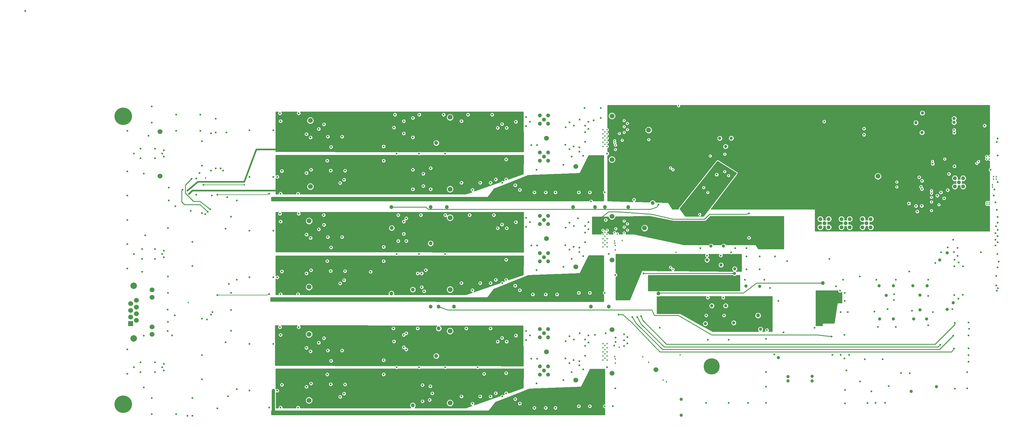
<source format=gbr>
G04 #@! TF.GenerationSoftware,KiCad,Pcbnew,(5.1.5)-3*
G04 #@! TF.CreationDate,2020-02-21T12:25:48-05:00*
G04 #@! TF.ProjectId,input_board,696e7075-745f-4626-9f61-72642e6b6963,rev?*
G04 #@! TF.SameCoordinates,Original*
G04 #@! TF.FileFunction,Copper,L3,Inr*
G04 #@! TF.FilePolarity,Positive*
%FSLAX46Y46*%
G04 Gerber Fmt 4.6, Leading zero omitted, Abs format (unit mm)*
G04 Created by KiCad (PCBNEW (5.1.5)-3) date 2020-02-21 12:25:48*
%MOMM*%
%LPD*%
G04 APERTURE LIST*
%ADD10C,5.400000*%
%ADD11C,0.800000*%
%ADD12C,0.457200*%
%ADD13C,1.500000*%
%ADD14C,1.240000*%
%ADD15C,5.000000*%
%ADD16R,1.500000X1.500000*%
%ADD17C,2.000000*%
%ADD18C,0.600000*%
%ADD19C,1.000000*%
%ADD20C,1.200000*%
%ADD21C,0.250000*%
%ADD22C,0.150000*%
%ADD23C,0.500000*%
%ADD24C,1.000000*%
%ADD25C,0.254000*%
G04 APERTURE END LIST*
D10*
X28700000Y-144450000D03*
D11*
X30725000Y-144450000D03*
X30131891Y-145881891D03*
X28700000Y-146475000D03*
X27268109Y-145881891D03*
X26675000Y-144450000D03*
X27268109Y-143018109D03*
X28700000Y-142425000D03*
X30131891Y-143018109D03*
X30131891Y-54118109D03*
X28700000Y-53525000D03*
X27268109Y-54118109D03*
X26675000Y-55550000D03*
X27268109Y-56981891D03*
X28700000Y-57575000D03*
X30131891Y-56981891D03*
X30725000Y-55550000D03*
D10*
X28700000Y-55550000D03*
D12*
X177322500Y-130155000D03*
X177322500Y-128875000D03*
X177322500Y-127595000D03*
X177322500Y-126315000D03*
X177982500Y-130795000D03*
X176662500Y-130795000D03*
X177982500Y-129515000D03*
X176662500Y-129515000D03*
X177982500Y-128235000D03*
X176662500Y-128235000D03*
X177982500Y-126955000D03*
X176662500Y-126955000D03*
X177982500Y-125675000D03*
X176662500Y-125675000D03*
X177322500Y-95155000D03*
X177322500Y-93875000D03*
X177322500Y-92595000D03*
X177322500Y-91315000D03*
X177982500Y-95795000D03*
X176662500Y-95795000D03*
X177982500Y-94515000D03*
X176662500Y-94515000D03*
X177982500Y-93235000D03*
X176662500Y-93235000D03*
X177982500Y-91955000D03*
X176662500Y-91955000D03*
X177982500Y-90675000D03*
X176662500Y-90675000D03*
X177322500Y-64155000D03*
X177322500Y-62875000D03*
X177322500Y-61595000D03*
X177322500Y-60315000D03*
X177982500Y-64795000D03*
X176662500Y-64795000D03*
X177982500Y-63515000D03*
X176662500Y-63515000D03*
X177982500Y-62235000D03*
X176662500Y-62235000D03*
X177982500Y-60955000D03*
X176662500Y-60955000D03*
X177982500Y-59675000D03*
X176662500Y-59675000D03*
D13*
X193000000Y-133750000D03*
X168300000Y-137000000D03*
X159250000Y-128250000D03*
X179450000Y-121400000D03*
X179450000Y-134850000D03*
X86000000Y-122800000D03*
X86000000Y-143200000D03*
X129500000Y-144000000D03*
X129500000Y-121800000D03*
X189500000Y-90000000D03*
X168300000Y-102000000D03*
X159250000Y-93250000D03*
X179450000Y-86400000D03*
X179450000Y-99850000D03*
X86000000Y-87800000D03*
X86000000Y-108200000D03*
X129500000Y-109000000D03*
X129500000Y-86800000D03*
D14*
X157230000Y-135270000D03*
X159770000Y-132730000D03*
X159770000Y-135270000D03*
X157230000Y-132730000D03*
X158500000Y-134000000D03*
X157230000Y-123770000D03*
X159770000Y-121230000D03*
X159770000Y-123770000D03*
X157230000Y-121230000D03*
X158500000Y-122500000D03*
X157230000Y-100270000D03*
X159770000Y-97730000D03*
X159770000Y-100270000D03*
X157230000Y-97730000D03*
X158500000Y-99000000D03*
X157230000Y-88770000D03*
X159770000Y-86230000D03*
X159770000Y-88770000D03*
X157230000Y-86230000D03*
X158500000Y-87500000D03*
X157230000Y-69270000D03*
X159770000Y-66730000D03*
X159770000Y-69270000D03*
X157230000Y-66730000D03*
X158500000Y-68000000D03*
D13*
X168300000Y-71000000D03*
X159250000Y-62250000D03*
X205500000Y-114500000D03*
X205500000Y-108000000D03*
X205500000Y-91500000D03*
X206500000Y-58500000D03*
X205500000Y-101000000D03*
D15*
X210250000Y-132750000D03*
D13*
X261500000Y-74000000D03*
X86400000Y-56800000D03*
X86400000Y-77200000D03*
X129500000Y-78000000D03*
X129500000Y-55800000D03*
X40000000Y-74000000D03*
X40000000Y-60250000D03*
D14*
X157230000Y-57770000D03*
X159770000Y-55230000D03*
X159770000Y-57770000D03*
X157230000Y-55230000D03*
X158500000Y-56500000D03*
X285230000Y-77170000D03*
X287770000Y-74630000D03*
X287770000Y-77170000D03*
X285230000Y-74630000D03*
X286500000Y-75900000D03*
X250230000Y-89770000D03*
X252770000Y-87230000D03*
X252770000Y-89770000D03*
X250230000Y-87230000D03*
X251500000Y-88500000D03*
X256730000Y-89770000D03*
X259270000Y-87230000D03*
X259270000Y-89770000D03*
X256730000Y-87230000D03*
X258000000Y-88500000D03*
X243730000Y-89770000D03*
X246270000Y-87230000D03*
X246270000Y-89770000D03*
X243730000Y-87230000D03*
X245000000Y-88500000D03*
D13*
X190750000Y-59750000D03*
X179450000Y-55400000D03*
X179450000Y-68850000D03*
D16*
X31000000Y-119500000D03*
D13*
X31000000Y-117460000D03*
X31000000Y-115420000D03*
X31000000Y-113380000D03*
X32780000Y-118480000D03*
X32780000Y-116440000D03*
X32780000Y-114400000D03*
X32780000Y-112360000D03*
D17*
X31890000Y-107810000D03*
X31890000Y-124070000D03*
D13*
X37600000Y-122800000D03*
X37600000Y-120510000D03*
X37600000Y-111370000D03*
X37600000Y-109080000D03*
D18*
X-1500000Y-23000000D03*
D19*
X217750000Y-101000000D03*
X219000000Y-101000000D03*
D18*
X242817500Y-110682500D03*
X248000000Y-110750000D03*
X248250000Y-111500000D03*
X249250000Y-112500000D03*
X230750000Y-112500000D03*
X243500000Y-117750000D03*
X246000000Y-117750000D03*
D19*
X230750000Y-130000000D03*
D18*
X229500000Y-129000000D03*
X189250000Y-101000000D03*
D19*
X217250000Y-104000000D03*
D18*
X189250000Y-104000000D03*
X186250000Y-81250000D03*
X186250000Y-100500000D03*
X179750000Y-145000000D03*
X181250000Y-111500000D03*
D19*
X215200000Y-98400000D03*
X217400000Y-99850000D03*
X208900000Y-102650000D03*
X213100000Y-102900000D03*
D20*
X167500000Y-83500000D03*
D18*
X251800000Y-134000000D03*
D19*
X279600000Y-139000000D03*
X217500000Y-106250000D03*
X218250000Y-105500000D03*
X214500000Y-108000000D03*
X210750000Y-108000000D03*
D20*
X244500000Y-107000000D03*
X111400000Y-83500000D03*
X111400000Y-110200000D03*
X118000000Y-144750000D03*
D19*
X217000000Y-119250000D03*
D20*
X192000000Y-82250000D03*
X192250000Y-106750000D03*
D18*
X193750000Y-82750000D03*
D20*
X193750000Y-110250000D03*
X118000000Y-109000000D03*
X111500000Y-90000000D03*
X123500000Y-83500000D03*
X128500000Y-83500000D03*
X184500000Y-83500000D03*
X177250000Y-83500000D03*
X174250000Y-83500000D03*
D19*
X271800000Y-140400000D03*
X221250000Y-121250000D03*
X221250000Y-117250000D03*
X225000000Y-114000000D03*
X221250000Y-114000000D03*
X217750000Y-121000000D03*
D20*
X194750000Y-114250000D03*
D18*
X247250000Y-123500000D03*
D20*
X126000000Y-114250000D03*
X125250000Y-63750000D03*
X123500000Y-94750000D03*
X123500000Y-114250000D03*
X125250000Y-129500000D03*
X126000000Y-121000000D03*
X130750000Y-114250000D03*
X173000000Y-114250000D03*
X178500000Y-114250000D03*
D19*
X228500000Y-117500000D03*
X228500000Y-120500000D03*
D18*
X260400000Y-115800000D03*
X285200000Y-139600000D03*
X279200000Y-100800000D03*
X266400000Y-112200000D03*
X271200000Y-103450000D03*
D19*
X281400000Y-53500000D03*
X279500000Y-55200000D03*
D18*
X285100000Y-68100000D03*
X285100000Y-69900000D03*
X271400000Y-75400000D03*
X272500000Y-74300000D03*
X269900000Y-84900000D03*
X282000000Y-81800000D03*
X283400000Y-84700000D03*
X257200000Y-63100000D03*
X257200000Y-57400000D03*
D12*
X180600000Y-57800000D03*
X180600000Y-59200000D03*
X180200000Y-91400000D03*
X180600000Y-90200000D03*
D18*
X180600000Y-123800000D03*
X180600000Y-125200000D03*
X194250000Y-120750000D03*
X196250000Y-80750000D03*
X194750000Y-80750000D03*
D12*
X180300000Y-60300000D03*
D18*
X180200000Y-126300000D03*
D19*
X212500000Y-56200000D03*
X216500000Y-56200000D03*
X214500000Y-53500000D03*
D18*
X271325000Y-83175000D03*
D19*
X230000000Y-87250000D03*
X226750000Y-87250000D03*
D18*
X173800000Y-56800000D03*
X174000000Y-87000000D03*
X174000000Y-88000000D03*
X174750000Y-87500000D03*
X174750000Y-88500000D03*
X174250000Y-123000000D03*
X175750000Y-88750000D03*
X175750000Y-87000000D03*
X221750000Y-85500000D03*
D19*
X210000000Y-89450000D03*
X214000000Y-89400000D03*
D12*
X198250000Y-72000000D03*
X214250000Y-67200000D03*
X196250000Y-137500000D03*
X198250000Y-102750000D03*
X197500000Y-71400000D03*
X209750000Y-67750000D03*
X195250000Y-137000000D03*
X197500000Y-102100000D03*
D18*
X149800000Y-57200000D03*
X154800000Y-74400000D03*
X75000000Y-59800000D03*
X75000000Y-74200000D03*
X76200000Y-74200000D03*
X75000000Y-81000000D03*
X144600000Y-78200000D03*
X154000000Y-76800000D03*
X153000000Y-78400000D03*
X156000000Y-76800000D03*
X158000000Y-76800000D03*
X160000000Y-76800000D03*
X162000000Y-76800000D03*
X161000000Y-75000000D03*
X159000000Y-75000000D03*
X157000000Y-75000000D03*
X163000000Y-75000000D03*
X169500000Y-76000000D03*
X169500000Y-73750000D03*
X171750000Y-76000000D03*
X172000000Y-70000000D03*
X174500000Y-70000000D03*
X172750000Y-68000000D03*
X171750000Y-73750000D03*
X172000000Y-71000000D03*
X173250000Y-69250000D03*
X173750000Y-68000000D03*
D12*
X200000000Y-52250000D03*
X48750000Y-113000000D03*
D18*
X63750000Y-81500000D03*
X63750000Y-106000000D03*
X63750000Y-139750000D03*
X53400000Y-76700000D03*
D12*
X66000000Y-76700000D03*
D18*
X51250000Y-74750000D03*
X52250000Y-73074990D03*
X57250000Y-60550000D03*
X44750000Y-83250000D03*
X62000000Y-86500000D03*
X62000000Y-110000000D03*
X62000000Y-115250000D03*
X62000000Y-121750000D03*
X57250000Y-71600000D03*
X58750000Y-71600000D03*
X60500000Y-60550000D03*
X49500000Y-84750000D03*
X57250000Y-56300000D03*
X51220000Y-79700000D03*
X55750000Y-60800000D03*
X60250000Y-90250000D03*
X60250000Y-125250000D03*
X59500000Y-72250000D03*
X55750000Y-72250000D03*
D12*
X54100000Y-74600000D03*
D18*
X57750000Y-79700000D03*
X73750000Y-79400000D03*
X61250000Y-107250000D03*
X60750000Y-80500000D03*
X61000000Y-142000000D03*
X35000000Y-73250000D03*
X36500000Y-61500000D03*
X293250000Y-97500000D03*
X42500000Y-119000000D03*
X298350000Y-98000000D03*
X298800000Y-100400000D03*
X289600000Y-121150000D03*
X289500000Y-129250000D03*
D12*
X180272953Y-63021167D03*
X182600000Y-62900000D03*
X278300000Y-69400000D03*
X282100000Y-68700000D03*
X190790835Y-62709165D03*
X180500000Y-65750000D03*
X180500000Y-64410000D03*
D18*
X211750000Y-73500000D03*
D12*
X207750000Y-77500000D03*
X180500000Y-96750000D03*
X180500000Y-95410000D03*
X180500000Y-131750000D03*
X180500000Y-130410000D03*
X199250000Y-97500000D03*
X200500000Y-129203530D03*
X295800000Y-82075000D03*
X295100000Y-82700000D03*
X295800000Y-82700000D03*
X295100000Y-82075000D03*
X296850000Y-77325000D03*
X296850000Y-76675000D03*
X297200000Y-74900000D03*
X298000000Y-74100000D03*
X298000000Y-74900000D03*
X297200000Y-74100000D03*
X291967157Y-70032843D03*
X292532843Y-69467157D03*
X295850000Y-67900000D03*
X295000000Y-68700000D03*
X295850000Y-68700000D03*
X295000000Y-67900000D03*
X278000000Y-78400000D03*
D18*
X146937500Y-59062500D03*
X145510000Y-57910000D03*
X144200000Y-59062500D03*
X145600000Y-76000000D03*
X146800000Y-75000000D03*
X143600000Y-75000000D03*
X142000000Y-76000000D03*
X136400000Y-78200000D03*
X89000000Y-59400000D03*
X90600000Y-58000000D03*
X85200000Y-61000000D03*
X86462500Y-62062500D03*
X85200000Y-73000000D03*
X86600000Y-72000000D03*
X67600000Y-74200000D03*
X77200000Y-79400000D03*
X82600000Y-79400000D03*
X77000000Y-54600000D03*
X82800000Y-54600000D03*
X67600000Y-59800000D03*
X149600000Y-76800000D03*
X151000000Y-78200000D03*
X156200000Y-72000000D03*
X172200000Y-57200000D03*
X171200000Y-58400000D03*
X171200000Y-60400000D03*
X172200000Y-59400000D03*
X167700000Y-58400000D03*
X166400000Y-57400000D03*
X165200000Y-58900000D03*
X166400000Y-65700000D03*
X167600000Y-64800000D03*
X165105608Y-64286718D03*
D19*
X274500000Y-110700000D03*
D18*
X246500000Y-99500000D03*
X248600000Y-108000000D03*
X250800000Y-106000000D03*
X249800000Y-109400000D03*
D19*
X280550000Y-99900000D03*
X282850000Y-97700000D03*
D18*
X285150000Y-99800000D03*
X286450000Y-100600000D03*
X287750000Y-101800000D03*
X285050000Y-101800000D03*
X284950000Y-97400000D03*
X286050000Y-98600000D03*
X286075000Y-96175000D03*
X284750000Y-93600000D03*
X285050000Y-110700000D03*
X247500000Y-129200000D03*
X263700000Y-144000000D03*
X260800000Y-144000000D03*
X258300000Y-144100000D03*
X271312500Y-134812500D03*
X268600000Y-134800000D03*
X221700000Y-93000000D03*
X285027500Y-60600000D03*
X285000000Y-59700000D03*
D19*
X273200000Y-57500000D03*
D18*
X244900000Y-57100000D03*
X289500000Y-119150000D03*
X289500000Y-123150000D03*
X289500000Y-127150000D03*
X289500000Y-131250000D03*
X252250000Y-116000000D03*
X250000000Y-116000000D03*
X96800000Y-75100000D03*
X95600000Y-76100000D03*
X171200000Y-63400000D03*
X169400000Y-65100000D03*
X169400000Y-66400000D03*
X170600000Y-67700000D03*
X283400000Y-73300000D03*
X285100000Y-70900000D03*
X278400000Y-70200000D03*
X275100000Y-75400000D03*
X274200000Y-74300000D03*
X273200000Y-83200000D03*
X280900000Y-79000000D03*
X279800000Y-80000000D03*
X283000000Y-78300000D03*
X257200000Y-59300000D03*
X257200000Y-61200000D03*
D19*
X212700000Y-62300000D03*
X214500000Y-64800000D03*
D12*
X183187500Y-56812500D03*
X184200000Y-57700000D03*
X184200000Y-59600000D03*
X183200000Y-58700000D03*
X183200000Y-60500000D03*
D19*
X210000000Y-95600000D03*
X213900000Y-95600000D03*
X225250000Y-121250000D03*
D20*
X224500000Y-117000000D03*
D19*
X220800000Y-107950000D03*
X225000000Y-108000000D03*
X214500000Y-114000000D03*
X210250000Y-114000000D03*
X208250000Y-119500000D03*
D18*
X251250000Y-112500000D03*
X251250000Y-110000000D03*
X242000000Y-120750000D03*
X112200000Y-59000000D03*
X115200000Y-60800000D03*
X115200000Y-57000000D03*
X172600000Y-79000000D03*
X177200000Y-79000000D03*
X173000000Y-81800000D03*
X169200000Y-79000000D03*
X42750000Y-77500000D03*
X56000000Y-80000000D03*
X298000000Y-104750000D03*
X298000000Y-107750000D03*
X297250000Y-80000000D03*
X296200000Y-72000000D03*
X298400000Y-62400000D03*
X298400000Y-67600000D03*
X298200000Y-84400000D03*
X298400000Y-88400000D03*
X297900000Y-89500000D03*
X298400000Y-90600000D03*
X297800000Y-91600000D03*
X298400000Y-92500000D03*
X297800000Y-93600000D03*
X298400000Y-94400000D03*
X297800000Y-95400000D03*
X298400000Y-86600000D03*
X298400000Y-102200000D03*
X294400000Y-58400000D03*
X298400000Y-75800000D03*
X153000000Y-55800000D03*
X154200000Y-57200000D03*
X153000000Y-58600000D03*
D19*
X200800000Y-142850000D03*
D12*
X210750000Y-72750000D03*
X213250000Y-72250000D03*
X214250000Y-73750000D03*
X210000000Y-79500000D03*
X209000000Y-77750000D03*
X205250000Y-85500000D03*
X216000000Y-74750000D03*
X207900000Y-85400000D03*
D18*
X146937500Y-90062500D03*
X145510000Y-88910000D03*
X144200000Y-90062500D03*
X145600000Y-107000000D03*
X146800000Y-106000000D03*
X143600000Y-106000000D03*
X142000000Y-107000000D03*
X136400000Y-109200000D03*
X89000000Y-90400000D03*
X90600000Y-89000000D03*
X85200000Y-92000000D03*
X86462500Y-93062500D03*
X85200000Y-104000000D03*
X86600000Y-103000000D03*
X67600000Y-105200000D03*
X77200000Y-110400000D03*
X82600000Y-110400000D03*
X77000000Y-85600000D03*
X82800000Y-85600000D03*
X67600000Y-90800000D03*
X149600000Y-107800000D03*
X151000000Y-109200000D03*
X156200000Y-103000000D03*
X172200000Y-88200000D03*
X171200000Y-89400000D03*
X171200000Y-91400000D03*
X172200000Y-90400000D03*
X167700000Y-89400000D03*
X166400000Y-88400000D03*
X165200000Y-89900000D03*
X166400000Y-96700000D03*
X167600000Y-95800000D03*
X165105608Y-95286718D03*
X96800000Y-106100000D03*
X95600000Y-107100000D03*
X171200000Y-94400000D03*
X169400000Y-96100000D03*
X169400000Y-97400000D03*
X170600000Y-98700000D03*
D12*
X183187500Y-87812500D03*
X184200000Y-88700000D03*
X184200000Y-90600000D03*
X183200000Y-89700000D03*
X183200000Y-91500000D03*
D18*
X115200000Y-91800000D03*
X115200000Y-88000000D03*
X172600000Y-110000000D03*
X177200000Y-110000000D03*
X169200000Y-110000000D03*
X153000000Y-86800000D03*
X154200000Y-88200000D03*
X153000000Y-89600000D03*
X146937500Y-125062500D03*
X145510000Y-123910000D03*
X144200000Y-125062500D03*
X145600000Y-142000000D03*
X146800000Y-141000000D03*
X143600000Y-141000000D03*
X142000000Y-142000000D03*
X136400000Y-144200000D03*
X89000000Y-125400000D03*
X90600000Y-124000000D03*
X85200000Y-127000000D03*
X86462500Y-128062500D03*
X85200000Y-139000000D03*
X86600000Y-138000000D03*
X67600000Y-140200000D03*
X77200000Y-145400000D03*
X82600000Y-145400000D03*
X77000000Y-120600000D03*
X82800000Y-120600000D03*
X67600000Y-125800000D03*
X149600000Y-142800000D03*
X151000000Y-144200000D03*
X156200000Y-138000000D03*
X172200000Y-123200000D03*
X171200000Y-124400000D03*
X171200000Y-126400000D03*
X172200000Y-125400000D03*
X167700000Y-124400000D03*
X166400000Y-123400000D03*
X165200000Y-124900000D03*
X166400000Y-131700000D03*
X167600000Y-130800000D03*
X165105608Y-130286718D03*
X96800000Y-141100000D03*
X95600000Y-142100000D03*
X171200000Y-129400000D03*
X169400000Y-131100000D03*
X169400000Y-132400000D03*
X170600000Y-133700000D03*
X183187500Y-122812500D03*
X184200000Y-123700000D03*
X184200000Y-125600000D03*
X183200000Y-124700000D03*
X183200000Y-126500000D03*
X112200000Y-125000000D03*
X115200000Y-126800000D03*
X115200000Y-123000000D03*
X123400000Y-138850000D03*
X124000000Y-141050000D03*
X123200000Y-143050000D03*
X172600000Y-145000000D03*
X177200000Y-145000000D03*
X169200000Y-145000000D03*
X153000000Y-121800000D03*
X154200000Y-123200000D03*
X153000000Y-124600000D03*
X120750000Y-108250000D03*
X121250000Y-77000000D03*
X121250000Y-73250000D03*
X120750000Y-104000000D03*
X251200000Y-130300000D03*
X252600000Y-129200000D03*
X250000000Y-129200000D03*
X281900000Y-80800000D03*
X112500000Y-55000000D03*
X120000000Y-55000000D03*
X127500000Y-55000000D03*
X135000000Y-55000000D03*
X142500000Y-55000000D03*
X118000000Y-78000000D03*
X118000000Y-56000000D03*
X133000000Y-57000000D03*
X133000000Y-76000000D03*
X113000000Y-67000000D03*
X120000000Y-67000000D03*
X128000000Y-67000000D03*
X143000000Y-86000000D03*
X90500000Y-86000000D03*
X135500000Y-86000000D03*
X120500000Y-86000000D03*
X128000000Y-86000000D03*
X142000000Y-121000000D03*
X134500000Y-121000000D03*
X119500000Y-121000000D03*
X112000000Y-121000000D03*
X128000000Y-98000000D03*
X113000000Y-98000000D03*
X120000000Y-98000000D03*
X140000000Y-135000000D03*
X138000000Y-133000000D03*
X113000000Y-133000000D03*
X128000000Y-133000000D03*
X120000000Y-133000000D03*
X105000000Y-103500000D03*
X133000000Y-107000000D03*
X133000000Y-142000000D03*
X178000000Y-67000000D03*
X171000000Y-53000000D03*
X176000000Y-56000000D03*
X176000000Y-53000000D03*
X177500000Y-87500000D03*
X178500000Y-98000000D03*
X177500000Y-122500000D03*
X178000000Y-133000000D03*
X155500000Y-79000000D03*
X159000000Y-79000000D03*
X162000000Y-79000000D03*
X155000000Y-110500000D03*
X159000000Y-110500000D03*
X162500000Y-110500000D03*
X155500000Y-145500000D03*
X159000000Y-145500000D03*
X162000000Y-145500000D03*
X169500000Y-56500000D03*
X167000000Y-68000000D03*
X164500000Y-70500000D03*
X169000000Y-87000000D03*
X167000000Y-99500000D03*
X164500000Y-102000000D03*
X169500000Y-122500000D03*
X167000000Y-134500000D03*
X164500000Y-137000000D03*
X180500000Y-104500000D03*
X180500000Y-139500000D03*
D19*
X208800000Y-99900000D03*
X213100000Y-101400000D03*
X217300000Y-102600000D03*
X285000000Y-57400000D03*
X285000000Y-56200000D03*
D18*
X298200000Y-63500000D03*
X297400000Y-78100000D03*
D19*
X272500000Y-118100000D03*
X276500000Y-118100000D03*
X274500000Y-115250000D03*
X266250000Y-118100000D03*
X262000000Y-118100000D03*
D18*
X286350000Y-111800000D03*
X287700000Y-110660000D03*
D19*
X266300000Y-107800000D03*
X261900000Y-107800000D03*
X264100000Y-110800000D03*
X272300000Y-107800000D03*
X276700000Y-107800000D03*
X233750000Y-135900000D03*
X233750000Y-137250000D03*
X275200000Y-54500000D03*
X275100000Y-60500000D03*
X216250000Y-62250000D03*
D12*
X212000000Y-76750000D03*
X212800000Y-75700000D03*
X211100000Y-78000000D03*
X204400000Y-79900000D03*
X202200000Y-84100000D03*
X207300000Y-79900000D03*
D19*
X282885000Y-115100000D03*
X284700000Y-113107500D03*
X241200000Y-137200000D03*
X241200000Y-135800000D03*
D18*
X208750000Y-98500000D03*
X213000000Y-98500000D03*
X209000000Y-111500000D03*
X213750000Y-111500000D03*
X208500000Y-117000000D03*
X214000000Y-117000000D03*
X226500000Y-106000000D03*
X220500000Y-106000000D03*
X261500000Y-120500000D03*
X267000000Y-120500000D03*
X264500000Y-115000000D03*
X261000000Y-106000000D03*
X267000000Y-106000000D03*
X277000000Y-106000000D03*
X277000000Y-111000000D03*
X266500000Y-110500000D03*
X278500000Y-116000000D03*
X272000000Y-115500000D03*
X277000000Y-120000000D03*
X281000000Y-97500000D03*
X283000000Y-96000000D03*
X284500000Y-115000000D03*
X208500000Y-144000000D03*
X215500000Y-144000000D03*
X221500000Y-144000000D03*
X227000000Y-144000000D03*
X289000000Y-139500000D03*
X289000000Y-134500000D03*
X257500000Y-130500000D03*
X263000000Y-130500000D03*
X216250000Y-97500000D03*
X206750000Y-96250000D03*
X217500000Y-96250000D03*
X227250000Y-121500000D03*
X228250000Y-108500000D03*
X221000000Y-102750000D03*
X221000000Y-98750000D03*
X225000000Y-98750000D03*
X221000000Y-96250000D03*
X229750000Y-98750000D03*
X225000000Y-102750000D03*
X209000000Y-124500000D03*
X215500000Y-124500000D03*
X227000000Y-124250000D03*
X227000000Y-139000000D03*
X227000000Y-134500000D03*
X118000000Y-72000000D03*
X118000000Y-62000000D03*
X123500000Y-71500000D03*
X123500000Y-78000000D03*
X113500000Y-86000000D03*
X113500000Y-94000000D03*
X116000000Y-94000000D03*
X116000000Y-87000000D03*
X121500000Y-109500000D03*
X122000000Y-103000000D03*
X119500000Y-104000000D03*
X116000000Y-127500000D03*
X116000000Y-122500000D03*
X121000000Y-138500000D03*
X121000000Y-143500000D03*
X297800000Y-82100000D03*
X275050000Y-77950000D03*
X274750000Y-77250000D03*
X275000000Y-83150000D03*
X271050000Y-82400000D03*
X273600000Y-84900000D03*
X40750000Y-67000000D03*
X53000000Y-70750000D03*
X53000000Y-63250000D03*
X298550000Y-108600000D03*
X298200000Y-109400000D03*
X50000000Y-148000000D03*
X42400000Y-121800000D03*
X43800000Y-123200000D03*
X42400000Y-115200000D03*
X44600000Y-117000000D03*
X48500000Y-148000000D03*
X40750000Y-98000000D03*
X40750000Y-133000000D03*
X53000000Y-136750000D03*
X53000000Y-129250000D03*
X50000000Y-94250000D03*
X50000000Y-101750000D03*
X41250000Y-68000000D03*
X41250000Y-66000000D03*
X32000000Y-67000000D03*
X34000000Y-65500000D03*
X34000000Y-68500000D03*
X38500000Y-68500000D03*
X38500000Y-65500000D03*
X41250000Y-99000000D03*
X41250000Y-97000000D03*
X34500000Y-96500000D03*
X38500000Y-99500000D03*
X34500000Y-99500000D03*
X38500000Y-96500000D03*
X32000000Y-98000000D03*
X41250000Y-132000000D03*
X34000000Y-134500000D03*
X38500000Y-134500000D03*
X38500000Y-131500000D03*
X32000000Y-133000000D03*
X41250000Y-134000000D03*
X34000000Y-131500000D03*
X37500000Y-52500000D03*
X45000000Y-55000000D03*
X52500000Y-55000000D03*
X30000000Y-60000000D03*
X37500000Y-57500000D03*
X45000000Y-60000000D03*
X52500000Y-60000000D03*
X30000000Y-72500000D03*
X30000000Y-80000000D03*
X30000000Y-87500000D03*
X30000000Y-95000000D03*
X30000000Y-102500000D03*
X30000000Y-127500000D03*
X30000000Y-135000000D03*
X37500000Y-147500000D03*
X45000000Y-147500000D03*
X50000000Y-142500000D03*
X37500000Y-142500000D03*
X42500000Y-105000000D03*
X42500000Y-90000000D03*
X42500000Y-110000000D03*
D19*
X200800000Y-147800000D03*
D12*
X267300000Y-77300000D03*
X267300000Y-75800000D03*
X278000000Y-79250000D03*
X278000000Y-81927500D03*
X278000000Y-80500000D03*
X278000000Y-84600000D03*
X280300000Y-82800000D03*
X180300000Y-63700000D03*
X181700000Y-60800000D03*
D18*
X96200000Y-61800000D03*
X91800000Y-61800000D03*
X97000000Y-68400000D03*
X96978982Y-69778982D03*
X77200000Y-57000000D03*
X82800000Y-77400000D03*
X147000000Y-73200000D03*
X148800000Y-68000000D03*
X151200000Y-68000000D03*
X150000000Y-69000000D03*
X144200000Y-73200000D03*
X145200000Y-69000000D03*
X115200000Y-76850000D03*
X115200000Y-73250000D03*
X42750000Y-81500000D03*
X49000000Y-79500000D03*
X77200000Y-68200000D03*
X99600000Y-65800000D03*
X99600000Y-64200000D03*
X82800000Y-56600000D03*
X77600000Y-72400000D03*
X144800000Y-65000000D03*
X146800000Y-61000000D03*
X144200000Y-61000000D03*
X150000000Y-65200000D03*
X148800000Y-66000000D03*
X151200000Y-66000000D03*
X121400000Y-57200000D03*
X120600000Y-61000000D03*
X48500000Y-78500000D03*
X78200000Y-65800000D03*
X96200000Y-92800000D03*
X91800000Y-92800000D03*
X97000000Y-99400000D03*
X96978982Y-100778982D03*
X77200000Y-88000000D03*
X82800000Y-108400000D03*
X147000000Y-104200000D03*
X148800000Y-99000000D03*
X151200000Y-99000000D03*
X150000000Y-100000000D03*
X144200000Y-104200000D03*
X145200000Y-100000000D03*
X115200000Y-107850000D03*
X115200000Y-104250000D03*
X77200000Y-99200000D03*
X99600000Y-96800000D03*
X99600000Y-95200000D03*
X82800000Y-87600000D03*
X77600000Y-103400000D03*
X144800000Y-96000000D03*
X146800000Y-92000000D03*
X144200000Y-92000000D03*
X150000000Y-96200000D03*
X148800000Y-97000000D03*
X151200000Y-97000000D03*
X121400000Y-88200000D03*
X120600000Y-92000000D03*
X78200000Y-96800000D03*
X149800000Y-88200000D03*
X154800000Y-105400000D03*
X75000000Y-90800000D03*
X75000000Y-105200000D03*
X76200000Y-105200000D03*
X75000000Y-112000000D03*
X144600000Y-109200000D03*
X154000000Y-107800000D03*
X153000000Y-109400000D03*
X156000000Y-107800000D03*
X158000000Y-107800000D03*
X160000000Y-107800000D03*
X162000000Y-107800000D03*
X161000000Y-106000000D03*
X159000000Y-106000000D03*
X157000000Y-106000000D03*
X163000000Y-106000000D03*
X169500000Y-107000000D03*
X169500000Y-104750000D03*
X171750000Y-107000000D03*
X172000000Y-101000000D03*
X174500000Y-101000000D03*
X172750000Y-99000000D03*
X171750000Y-104750000D03*
X172000000Y-102000000D03*
X173250000Y-100250000D03*
X173750000Y-99000000D03*
X96200000Y-127800000D03*
X91800000Y-127800000D03*
X97000000Y-134400000D03*
X96978982Y-135778982D03*
X77200000Y-123000000D03*
X82800000Y-143400000D03*
X147000000Y-139200000D03*
X148800000Y-134000000D03*
X151200000Y-134000000D03*
X150000000Y-135000000D03*
X144200000Y-139200000D03*
X145200000Y-135000000D03*
X115200000Y-142850000D03*
X115200000Y-139250000D03*
X77200000Y-134200000D03*
X99600000Y-131800000D03*
X99600000Y-130200000D03*
X82800000Y-122600000D03*
X77600000Y-138400000D03*
X144800000Y-131000000D03*
X146800000Y-127000000D03*
X144200000Y-127000000D03*
X150000000Y-131200000D03*
X148800000Y-132000000D03*
X151200000Y-132000000D03*
X121400000Y-123200000D03*
X120600000Y-127000000D03*
X78200000Y-131800000D03*
X149800000Y-123200000D03*
X154800000Y-140400000D03*
X75000000Y-125800000D03*
X75000000Y-140200000D03*
X76200000Y-140200000D03*
X144600000Y-144200000D03*
X154000000Y-142800000D03*
X153000000Y-144400000D03*
X156000000Y-142800000D03*
X158000000Y-142800000D03*
X160000000Y-142800000D03*
X162000000Y-142800000D03*
X161000000Y-141000000D03*
X159000000Y-141000000D03*
X157000000Y-141000000D03*
X163000000Y-141000000D03*
X169500000Y-142000000D03*
X169500000Y-139750000D03*
X171750000Y-142000000D03*
X172000000Y-136000000D03*
X174500000Y-136000000D03*
X172750000Y-134000000D03*
X171750000Y-139750000D03*
X172000000Y-137000000D03*
X173250000Y-135250000D03*
X173750000Y-134000000D03*
X35500000Y-92250000D03*
X34500000Y-103500000D03*
X35000000Y-123250000D03*
X35000000Y-139250000D03*
D12*
X180272953Y-94021167D03*
X182600000Y-93900000D03*
X209000000Y-79000000D03*
X214200000Y-72600000D03*
X215400000Y-73800000D03*
X206500000Y-85800000D03*
X190750000Y-131500000D03*
X189000000Y-129750000D03*
X180300000Y-94700000D03*
X181100000Y-91800000D03*
X180300000Y-129700000D03*
X181700000Y-126800000D03*
D18*
X57750000Y-110700000D03*
X73750000Y-110400000D03*
X57750000Y-145700000D03*
X73750000Y-145400000D03*
X256000000Y-137400000D03*
X259500000Y-140435000D03*
X251400000Y-140000000D03*
X264800000Y-138800000D03*
X251400000Y-144200000D03*
X255900000Y-105000000D03*
X233500000Y-100200000D03*
X232400000Y-122200000D03*
X251200000Y-123000000D03*
X97100000Y-72300000D03*
X92662500Y-72237500D03*
X97100000Y-103300000D03*
X92662500Y-103237500D03*
X97100000Y-138300000D03*
X92662500Y-138237500D03*
X284750000Y-123250000D03*
X53000000Y-118000000D03*
X185750000Y-117500000D03*
X53000000Y-85383943D03*
X49800000Y-74800000D03*
X285250000Y-119250000D03*
X56250000Y-116000000D03*
X188500000Y-117250000D03*
X55500000Y-84250000D03*
X280750000Y-126000000D03*
X54500000Y-118250000D03*
X187250000Y-117500000D03*
X54000000Y-85750000D03*
X47000000Y-78200000D03*
X285000000Y-127200000D03*
X55750000Y-116750000D03*
X181500000Y-116750000D03*
X54750000Y-85000000D03*
X156400000Y-64400000D03*
X154600000Y-64400000D03*
X146800000Y-68800000D03*
X138800000Y-76000000D03*
X91600000Y-69200000D03*
X109000000Y-69200000D03*
X92800000Y-65000000D03*
X109000000Y-64800000D03*
X154600000Y-95400000D03*
X156400000Y-95400000D03*
X146800000Y-99800000D03*
X138800000Y-107000000D03*
X91600000Y-100200000D03*
X109000000Y-100200000D03*
X92800000Y-96000000D03*
X109000000Y-95800000D03*
X154600000Y-130400000D03*
X156400000Y-130400000D03*
X146800000Y-134800000D03*
X138800000Y-142000000D03*
X91600000Y-135200000D03*
X109000000Y-135200000D03*
X92800000Y-131000000D03*
X109000000Y-130800000D03*
D21*
X217250000Y-104000000D02*
X189250000Y-104000000D01*
X193750000Y-82750000D02*
X193250000Y-83500000D01*
X122750000Y-84250000D02*
X122000000Y-83500000D01*
X122000000Y-83500000D02*
X111400000Y-83500000D01*
X224000000Y-107000000D02*
X244500000Y-107000000D01*
X220000000Y-110000000D02*
X224000000Y-107000000D01*
X193750000Y-110250000D02*
X194250000Y-110000000D01*
X194250000Y-110000000D02*
X220000000Y-110000000D01*
X123750000Y-84250000D02*
X191250000Y-84250000D01*
X123750000Y-84250000D02*
X122750000Y-84250000D01*
X124000000Y-84250000D02*
X123750000Y-84250000D01*
X193250000Y-83500000D02*
X191250000Y-84250000D01*
X242750000Y-123000000D02*
X247250000Y-123500000D01*
X191750000Y-115250000D02*
X192500000Y-117000000D01*
X200000000Y-117000000D02*
X210250000Y-123000000D01*
X210250000Y-123000000D02*
X242750000Y-123000000D01*
X128750000Y-115250000D02*
X191750000Y-115250000D01*
X192500000Y-117000000D02*
X200000000Y-117000000D01*
X128750000Y-115250000D02*
X126000000Y-114250000D01*
X178500000Y-85000000D02*
X175750000Y-87000000D01*
X181000000Y-85000000D02*
X178500000Y-85000000D01*
X191750000Y-85750000D02*
X181000000Y-85000000D01*
X221000000Y-85750000D02*
X209500000Y-85750000D01*
X221750000Y-85500000D02*
X221000000Y-85750000D01*
X209500000Y-85750000D02*
X208000000Y-87250000D01*
X208000000Y-87250000D02*
X198250000Y-87250000D01*
X198250000Y-87250000D02*
X191750000Y-85750000D01*
D22*
X55400000Y-76700000D02*
X66000000Y-76700000D01*
X53400000Y-76700000D02*
X55400000Y-76700000D01*
X73000000Y-79700000D02*
X57750000Y-79700000D01*
X73750000Y-79400000D02*
X73000000Y-79700000D01*
D23*
X49000000Y-79500000D02*
X50000000Y-78500000D01*
X50000000Y-78500000D02*
X76250000Y-78500000D01*
X69750000Y-65750000D02*
X76500000Y-65750000D01*
X66000000Y-75750000D02*
X69750000Y-65750000D01*
X48500000Y-78500000D02*
X51750000Y-75750000D01*
X51750000Y-75750000D02*
X66000000Y-75750000D01*
D24*
X75000000Y-147000000D02*
X75000000Y-140200000D01*
D22*
X73000000Y-110700000D02*
X57750000Y-110700000D01*
X73750000Y-110400000D02*
X73000000Y-110700000D01*
D21*
X195075736Y-127500000D02*
X280500000Y-127500000D01*
X280500000Y-127500000D02*
X284750000Y-123250000D01*
X187500000Y-119924264D02*
X187500000Y-120000000D01*
X187500000Y-120000000D02*
X195075736Y-127500000D01*
X186750000Y-119250000D02*
X187500000Y-120000000D01*
X185750000Y-117500000D02*
X186750000Y-119250000D01*
X285250000Y-119750000D02*
X285250000Y-119250000D01*
X279124999Y-125875001D02*
X285250000Y-119750000D01*
X196250000Y-125875001D02*
X279124999Y-125875001D01*
X188500000Y-117250000D02*
X189000000Y-118506302D01*
X189000000Y-118506302D02*
X196250000Y-125875001D01*
X47800000Y-79225002D02*
X47800000Y-76800000D01*
X50374998Y-81800000D02*
X47800000Y-79225002D01*
X47800000Y-76800000D02*
X49800000Y-74800000D01*
X55500000Y-84250000D02*
X52325002Y-81800000D01*
X52325002Y-81800000D02*
X50374998Y-81800000D01*
X195575736Y-126750000D02*
X280000000Y-126750000D01*
X280000000Y-126750000D02*
X280750000Y-126000000D01*
X187250000Y-117500000D02*
X188500000Y-119674264D01*
X188500000Y-119674264D02*
X195575736Y-126750000D01*
X194250000Y-128250000D02*
X284250000Y-128250000D01*
X284250000Y-128250000D02*
X285000000Y-127200000D01*
X185600000Y-119200000D02*
X194250000Y-128250000D01*
X181500000Y-116750000D02*
X182750000Y-116750000D01*
X182750000Y-116750000D02*
X185600000Y-119200000D01*
X46700001Y-78499999D02*
X47000000Y-78200000D01*
X52400000Y-82800000D02*
X47600000Y-82800000D01*
X46700001Y-81900001D02*
X46700001Y-78499999D01*
X54750000Y-85000000D02*
X52400000Y-82800000D01*
X47600000Y-82800000D02*
X46700001Y-81900001D01*
D25*
G36*
X199394400Y-52190354D02*
G01*
X199394400Y-52309646D01*
X199417673Y-52426647D01*
X199463324Y-52536859D01*
X199529600Y-52636047D01*
X199613953Y-52720400D01*
X199713141Y-52786676D01*
X199823353Y-52832327D01*
X199940354Y-52855600D01*
X200059646Y-52855600D01*
X200176647Y-52832327D01*
X200286859Y-52786676D01*
X200386047Y-52720400D01*
X200470400Y-52636047D01*
X200536676Y-52536859D01*
X200582327Y-52426647D01*
X200605600Y-52309646D01*
X200605600Y-52190354D01*
X200592998Y-52127000D01*
X295873000Y-52127000D01*
X295873000Y-67294400D01*
X295790354Y-67294400D01*
X295673353Y-67317673D01*
X295563141Y-67363324D01*
X295463953Y-67429600D01*
X295425000Y-67468553D01*
X295386047Y-67429600D01*
X295286859Y-67363324D01*
X295176647Y-67317673D01*
X295059646Y-67294400D01*
X294940354Y-67294400D01*
X294823353Y-67317673D01*
X294713141Y-67363324D01*
X294613953Y-67429600D01*
X294529600Y-67513953D01*
X294463324Y-67613141D01*
X294417673Y-67723353D01*
X294394400Y-67840354D01*
X294394400Y-67959646D01*
X294417673Y-68076647D01*
X294463324Y-68186859D01*
X294529600Y-68286047D01*
X294543553Y-68300000D01*
X294529600Y-68313953D01*
X294463324Y-68413141D01*
X294417673Y-68523353D01*
X294394400Y-68640354D01*
X294394400Y-68759646D01*
X294417673Y-68876647D01*
X294463324Y-68986859D01*
X294529600Y-69086047D01*
X294613953Y-69170400D01*
X294713141Y-69236676D01*
X294823353Y-69282327D01*
X294940354Y-69305600D01*
X295059646Y-69305600D01*
X295176647Y-69282327D01*
X295286859Y-69236676D01*
X295386047Y-69170400D01*
X295425000Y-69131447D01*
X295463953Y-69170400D01*
X295563141Y-69236676D01*
X295673353Y-69282327D01*
X295790354Y-69305600D01*
X295873000Y-69305600D01*
X295873000Y-71404273D01*
X295768437Y-71474140D01*
X295674140Y-71568437D01*
X295600050Y-71679320D01*
X295549016Y-71802526D01*
X295523000Y-71933321D01*
X295523000Y-72066679D01*
X295549016Y-72197474D01*
X295600050Y-72320680D01*
X295674140Y-72431563D01*
X295768437Y-72525860D01*
X295873000Y-72595727D01*
X295873000Y-81472056D01*
X295859646Y-81469400D01*
X295740354Y-81469400D01*
X295623353Y-81492673D01*
X295513141Y-81538324D01*
X295450000Y-81580514D01*
X295386859Y-81538324D01*
X295276647Y-81492673D01*
X295159646Y-81469400D01*
X295040354Y-81469400D01*
X294923353Y-81492673D01*
X294813141Y-81538324D01*
X294713953Y-81604600D01*
X294629600Y-81688953D01*
X294563324Y-81788141D01*
X294517673Y-81898353D01*
X294494400Y-82015354D01*
X294494400Y-82134646D01*
X294517673Y-82251647D01*
X294563324Y-82361859D01*
X294580457Y-82387500D01*
X294563324Y-82413141D01*
X294517673Y-82523353D01*
X294494400Y-82640354D01*
X294494400Y-82759646D01*
X294517673Y-82876647D01*
X294563324Y-82986859D01*
X294629600Y-83086047D01*
X294713953Y-83170400D01*
X294813141Y-83236676D01*
X294923353Y-83282327D01*
X295040354Y-83305600D01*
X295159646Y-83305600D01*
X295276647Y-83282327D01*
X295386859Y-83236676D01*
X295450000Y-83194486D01*
X295513141Y-83236676D01*
X295623353Y-83282327D01*
X295740354Y-83305600D01*
X295859646Y-83305600D01*
X295873000Y-83302944D01*
X295873000Y-90873000D01*
X242127000Y-90873000D01*
X242127000Y-87131804D01*
X242733000Y-87131804D01*
X242733000Y-87328196D01*
X242771314Y-87520814D01*
X242846470Y-87702257D01*
X242955580Y-87865550D01*
X243094450Y-88004420D01*
X243257743Y-88113530D01*
X243439186Y-88188686D01*
X243631804Y-88227000D01*
X243828196Y-88227000D01*
X244020814Y-88188686D01*
X244055810Y-88174190D01*
X244041314Y-88209186D01*
X244003000Y-88401804D01*
X244003000Y-88598196D01*
X244041314Y-88790814D01*
X244055810Y-88825810D01*
X244020814Y-88811314D01*
X243828196Y-88773000D01*
X243631804Y-88773000D01*
X243439186Y-88811314D01*
X243257743Y-88886470D01*
X243094450Y-88995580D01*
X242955580Y-89134450D01*
X242846470Y-89297743D01*
X242771314Y-89479186D01*
X242733000Y-89671804D01*
X242733000Y-89868196D01*
X242771314Y-90060814D01*
X242846470Y-90242257D01*
X242955580Y-90405550D01*
X243094450Y-90544420D01*
X243257743Y-90653530D01*
X243439186Y-90728686D01*
X243631804Y-90767000D01*
X243828196Y-90767000D01*
X244020814Y-90728686D01*
X244202257Y-90653530D01*
X244365550Y-90544420D01*
X244504420Y-90405550D01*
X244613530Y-90242257D01*
X244688686Y-90060814D01*
X244727000Y-89868196D01*
X244727000Y-89671804D01*
X244688686Y-89479186D01*
X244674190Y-89444190D01*
X244709186Y-89458686D01*
X244901804Y-89497000D01*
X245098196Y-89497000D01*
X245290814Y-89458686D01*
X245325810Y-89444190D01*
X245311314Y-89479186D01*
X245273000Y-89671804D01*
X245273000Y-89868196D01*
X245311314Y-90060814D01*
X245386470Y-90242257D01*
X245495580Y-90405550D01*
X245634450Y-90544420D01*
X245797743Y-90653530D01*
X245979186Y-90728686D01*
X246171804Y-90767000D01*
X246368196Y-90767000D01*
X246560814Y-90728686D01*
X246742257Y-90653530D01*
X246905550Y-90544420D01*
X247044420Y-90405550D01*
X247153530Y-90242257D01*
X247228686Y-90060814D01*
X247267000Y-89868196D01*
X247267000Y-89671804D01*
X247228686Y-89479186D01*
X247153530Y-89297743D01*
X247044420Y-89134450D01*
X246905550Y-88995580D01*
X246742257Y-88886470D01*
X246560814Y-88811314D01*
X246368196Y-88773000D01*
X246171804Y-88773000D01*
X245979186Y-88811314D01*
X245944190Y-88825810D01*
X245958686Y-88790814D01*
X245997000Y-88598196D01*
X245997000Y-88401804D01*
X245958686Y-88209186D01*
X245944190Y-88174190D01*
X245979186Y-88188686D01*
X246171804Y-88227000D01*
X246368196Y-88227000D01*
X246560814Y-88188686D01*
X246742257Y-88113530D01*
X246905550Y-88004420D01*
X247044420Y-87865550D01*
X247153530Y-87702257D01*
X247228686Y-87520814D01*
X247267000Y-87328196D01*
X247267000Y-87131804D01*
X249233000Y-87131804D01*
X249233000Y-87328196D01*
X249271314Y-87520814D01*
X249346470Y-87702257D01*
X249455580Y-87865550D01*
X249594450Y-88004420D01*
X249757743Y-88113530D01*
X249939186Y-88188686D01*
X250131804Y-88227000D01*
X250328196Y-88227000D01*
X250520814Y-88188686D01*
X250555810Y-88174190D01*
X250541314Y-88209186D01*
X250503000Y-88401804D01*
X250503000Y-88598196D01*
X250541314Y-88790814D01*
X250555810Y-88825810D01*
X250520814Y-88811314D01*
X250328196Y-88773000D01*
X250131804Y-88773000D01*
X249939186Y-88811314D01*
X249757743Y-88886470D01*
X249594450Y-88995580D01*
X249455580Y-89134450D01*
X249346470Y-89297743D01*
X249271314Y-89479186D01*
X249233000Y-89671804D01*
X249233000Y-89868196D01*
X249271314Y-90060814D01*
X249346470Y-90242257D01*
X249455580Y-90405550D01*
X249594450Y-90544420D01*
X249757743Y-90653530D01*
X249939186Y-90728686D01*
X250131804Y-90767000D01*
X250328196Y-90767000D01*
X250520814Y-90728686D01*
X250702257Y-90653530D01*
X250865550Y-90544420D01*
X251004420Y-90405550D01*
X251113530Y-90242257D01*
X251188686Y-90060814D01*
X251227000Y-89868196D01*
X251227000Y-89671804D01*
X251188686Y-89479186D01*
X251174190Y-89444190D01*
X251209186Y-89458686D01*
X251401804Y-89497000D01*
X251598196Y-89497000D01*
X251790814Y-89458686D01*
X251825810Y-89444190D01*
X251811314Y-89479186D01*
X251773000Y-89671804D01*
X251773000Y-89868196D01*
X251811314Y-90060814D01*
X251886470Y-90242257D01*
X251995580Y-90405550D01*
X252134450Y-90544420D01*
X252297743Y-90653530D01*
X252479186Y-90728686D01*
X252671804Y-90767000D01*
X252868196Y-90767000D01*
X253060814Y-90728686D01*
X253242257Y-90653530D01*
X253405550Y-90544420D01*
X253544420Y-90405550D01*
X253653530Y-90242257D01*
X253728686Y-90060814D01*
X253767000Y-89868196D01*
X253767000Y-89671804D01*
X253728686Y-89479186D01*
X253653530Y-89297743D01*
X253544420Y-89134450D01*
X253405550Y-88995580D01*
X253242257Y-88886470D01*
X253060814Y-88811314D01*
X252868196Y-88773000D01*
X252671804Y-88773000D01*
X252479186Y-88811314D01*
X252444190Y-88825810D01*
X252458686Y-88790814D01*
X252497000Y-88598196D01*
X252497000Y-88401804D01*
X252458686Y-88209186D01*
X252444190Y-88174190D01*
X252479186Y-88188686D01*
X252671804Y-88227000D01*
X252868196Y-88227000D01*
X253060814Y-88188686D01*
X253242257Y-88113530D01*
X253405550Y-88004420D01*
X253544420Y-87865550D01*
X253653530Y-87702257D01*
X253728686Y-87520814D01*
X253767000Y-87328196D01*
X253767000Y-87131804D01*
X255733000Y-87131804D01*
X255733000Y-87328196D01*
X255771314Y-87520814D01*
X255846470Y-87702257D01*
X255955580Y-87865550D01*
X256094450Y-88004420D01*
X256257743Y-88113530D01*
X256439186Y-88188686D01*
X256631804Y-88227000D01*
X256828196Y-88227000D01*
X257020814Y-88188686D01*
X257055810Y-88174190D01*
X257041314Y-88209186D01*
X257003000Y-88401804D01*
X257003000Y-88598196D01*
X257041314Y-88790814D01*
X257055810Y-88825810D01*
X257020814Y-88811314D01*
X256828196Y-88773000D01*
X256631804Y-88773000D01*
X256439186Y-88811314D01*
X256257743Y-88886470D01*
X256094450Y-88995580D01*
X255955580Y-89134450D01*
X255846470Y-89297743D01*
X255771314Y-89479186D01*
X255733000Y-89671804D01*
X255733000Y-89868196D01*
X255771314Y-90060814D01*
X255846470Y-90242257D01*
X255955580Y-90405550D01*
X256094450Y-90544420D01*
X256257743Y-90653530D01*
X256439186Y-90728686D01*
X256631804Y-90767000D01*
X256828196Y-90767000D01*
X257020814Y-90728686D01*
X257202257Y-90653530D01*
X257365550Y-90544420D01*
X257504420Y-90405550D01*
X257613530Y-90242257D01*
X257688686Y-90060814D01*
X257727000Y-89868196D01*
X257727000Y-89671804D01*
X257688686Y-89479186D01*
X257674190Y-89444190D01*
X257709186Y-89458686D01*
X257901804Y-89497000D01*
X258098196Y-89497000D01*
X258290814Y-89458686D01*
X258325810Y-89444190D01*
X258311314Y-89479186D01*
X258273000Y-89671804D01*
X258273000Y-89868196D01*
X258311314Y-90060814D01*
X258386470Y-90242257D01*
X258495580Y-90405550D01*
X258634450Y-90544420D01*
X258797743Y-90653530D01*
X258979186Y-90728686D01*
X259171804Y-90767000D01*
X259368196Y-90767000D01*
X259560814Y-90728686D01*
X259742257Y-90653530D01*
X259905550Y-90544420D01*
X260044420Y-90405550D01*
X260153530Y-90242257D01*
X260228686Y-90060814D01*
X260267000Y-89868196D01*
X260267000Y-89671804D01*
X260228686Y-89479186D01*
X260153530Y-89297743D01*
X260044420Y-89134450D01*
X259905550Y-88995580D01*
X259742257Y-88886470D01*
X259560814Y-88811314D01*
X259368196Y-88773000D01*
X259171804Y-88773000D01*
X258979186Y-88811314D01*
X258944190Y-88825810D01*
X258958686Y-88790814D01*
X258997000Y-88598196D01*
X258997000Y-88401804D01*
X258958686Y-88209186D01*
X258944190Y-88174190D01*
X258979186Y-88188686D01*
X259171804Y-88227000D01*
X259368196Y-88227000D01*
X259560814Y-88188686D01*
X259742257Y-88113530D01*
X259905550Y-88004420D01*
X260044420Y-87865550D01*
X260153530Y-87702257D01*
X260228686Y-87520814D01*
X260267000Y-87328196D01*
X260267000Y-87131804D01*
X260228686Y-86939186D01*
X260153530Y-86757743D01*
X260044420Y-86594450D01*
X259905550Y-86455580D01*
X259742257Y-86346470D01*
X259560814Y-86271314D01*
X259368196Y-86233000D01*
X259171804Y-86233000D01*
X258979186Y-86271314D01*
X258797743Y-86346470D01*
X258634450Y-86455580D01*
X258495580Y-86594450D01*
X258386470Y-86757743D01*
X258311314Y-86939186D01*
X258273000Y-87131804D01*
X258273000Y-87328196D01*
X258311314Y-87520814D01*
X258325810Y-87555810D01*
X258290814Y-87541314D01*
X258098196Y-87503000D01*
X257901804Y-87503000D01*
X257709186Y-87541314D01*
X257674190Y-87555810D01*
X257688686Y-87520814D01*
X257727000Y-87328196D01*
X257727000Y-87131804D01*
X257688686Y-86939186D01*
X257613530Y-86757743D01*
X257504420Y-86594450D01*
X257365550Y-86455580D01*
X257202257Y-86346470D01*
X257020814Y-86271314D01*
X256828196Y-86233000D01*
X256631804Y-86233000D01*
X256439186Y-86271314D01*
X256257743Y-86346470D01*
X256094450Y-86455580D01*
X255955580Y-86594450D01*
X255846470Y-86757743D01*
X255771314Y-86939186D01*
X255733000Y-87131804D01*
X253767000Y-87131804D01*
X253728686Y-86939186D01*
X253653530Y-86757743D01*
X253544420Y-86594450D01*
X253405550Y-86455580D01*
X253242257Y-86346470D01*
X253060814Y-86271314D01*
X252868196Y-86233000D01*
X252671804Y-86233000D01*
X252479186Y-86271314D01*
X252297743Y-86346470D01*
X252134450Y-86455580D01*
X251995580Y-86594450D01*
X251886470Y-86757743D01*
X251811314Y-86939186D01*
X251773000Y-87131804D01*
X251773000Y-87328196D01*
X251811314Y-87520814D01*
X251825810Y-87555810D01*
X251790814Y-87541314D01*
X251598196Y-87503000D01*
X251401804Y-87503000D01*
X251209186Y-87541314D01*
X251174190Y-87555810D01*
X251188686Y-87520814D01*
X251227000Y-87328196D01*
X251227000Y-87131804D01*
X251188686Y-86939186D01*
X251113530Y-86757743D01*
X251004420Y-86594450D01*
X250865550Y-86455580D01*
X250702257Y-86346470D01*
X250520814Y-86271314D01*
X250328196Y-86233000D01*
X250131804Y-86233000D01*
X249939186Y-86271314D01*
X249757743Y-86346470D01*
X249594450Y-86455580D01*
X249455580Y-86594450D01*
X249346470Y-86757743D01*
X249271314Y-86939186D01*
X249233000Y-87131804D01*
X247267000Y-87131804D01*
X247228686Y-86939186D01*
X247153530Y-86757743D01*
X247044420Y-86594450D01*
X246905550Y-86455580D01*
X246742257Y-86346470D01*
X246560814Y-86271314D01*
X246368196Y-86233000D01*
X246171804Y-86233000D01*
X245979186Y-86271314D01*
X245797743Y-86346470D01*
X245634450Y-86455580D01*
X245495580Y-86594450D01*
X245386470Y-86757743D01*
X245311314Y-86939186D01*
X245273000Y-87131804D01*
X245273000Y-87328196D01*
X245311314Y-87520814D01*
X245325810Y-87555810D01*
X245290814Y-87541314D01*
X245098196Y-87503000D01*
X244901804Y-87503000D01*
X244709186Y-87541314D01*
X244674190Y-87555810D01*
X244688686Y-87520814D01*
X244727000Y-87328196D01*
X244727000Y-87131804D01*
X244688686Y-86939186D01*
X244613530Y-86757743D01*
X244504420Y-86594450D01*
X244365550Y-86455580D01*
X244202257Y-86346470D01*
X244020814Y-86271314D01*
X243828196Y-86233000D01*
X243631804Y-86233000D01*
X243439186Y-86271314D01*
X243257743Y-86346470D01*
X243094450Y-86455580D01*
X242955580Y-86594450D01*
X242846470Y-86757743D01*
X242771314Y-86939186D01*
X242733000Y-87131804D01*
X242127000Y-87131804D01*
X242127000Y-84833321D01*
X272923000Y-84833321D01*
X272923000Y-84966679D01*
X272949016Y-85097474D01*
X273000050Y-85220680D01*
X273074140Y-85331563D01*
X273168437Y-85425860D01*
X273279320Y-85499950D01*
X273402526Y-85550984D01*
X273533321Y-85577000D01*
X273666679Y-85577000D01*
X273797474Y-85550984D01*
X273920680Y-85499950D01*
X274031563Y-85425860D01*
X274125860Y-85331563D01*
X274199950Y-85220680D01*
X274250984Y-85097474D01*
X274277000Y-84966679D01*
X274277000Y-84833321D01*
X274250984Y-84702526D01*
X274199950Y-84579320D01*
X274173914Y-84540354D01*
X277394400Y-84540354D01*
X277394400Y-84659646D01*
X277417673Y-84776647D01*
X277463324Y-84886859D01*
X277529600Y-84986047D01*
X277613953Y-85070400D01*
X277713141Y-85136676D01*
X277823353Y-85182327D01*
X277940354Y-85205600D01*
X278059646Y-85205600D01*
X278176647Y-85182327D01*
X278286859Y-85136676D01*
X278386047Y-85070400D01*
X278470400Y-84986047D01*
X278536676Y-84886859D01*
X278582327Y-84776647D01*
X278605600Y-84659646D01*
X278605600Y-84540354D01*
X278582327Y-84423353D01*
X278536676Y-84313141D01*
X278470400Y-84213953D01*
X278386047Y-84129600D01*
X278286859Y-84063324D01*
X278176647Y-84017673D01*
X278059646Y-83994400D01*
X277940354Y-83994400D01*
X277823353Y-84017673D01*
X277713141Y-84063324D01*
X277613953Y-84129600D01*
X277529600Y-84213953D01*
X277463324Y-84313141D01*
X277417673Y-84423353D01*
X277394400Y-84540354D01*
X274173914Y-84540354D01*
X274125860Y-84468437D01*
X274031563Y-84374140D01*
X273920680Y-84300050D01*
X273797474Y-84249016D01*
X273666679Y-84223000D01*
X273533321Y-84223000D01*
X273402526Y-84249016D01*
X273279320Y-84300050D01*
X273168437Y-84374140D01*
X273074140Y-84468437D01*
X273000050Y-84579320D01*
X272949016Y-84702526D01*
X272923000Y-84833321D01*
X242127000Y-84833321D01*
X242127000Y-84250000D01*
X242124560Y-84225224D01*
X242117333Y-84201399D01*
X242105597Y-84179443D01*
X242089803Y-84160197D01*
X242070557Y-84144403D01*
X242048601Y-84132667D01*
X242024776Y-84125440D01*
X242000000Y-84123000D01*
X210028111Y-84123000D01*
X210779533Y-83133321D01*
X272523000Y-83133321D01*
X272523000Y-83266679D01*
X272549016Y-83397474D01*
X272600050Y-83520680D01*
X272674140Y-83631563D01*
X272768437Y-83725860D01*
X272879320Y-83799950D01*
X273002526Y-83850984D01*
X273133321Y-83877000D01*
X273266679Y-83877000D01*
X273397474Y-83850984D01*
X273520680Y-83799950D01*
X273631563Y-83725860D01*
X273725860Y-83631563D01*
X273799950Y-83520680D01*
X273850984Y-83397474D01*
X273877000Y-83266679D01*
X273877000Y-83133321D01*
X273867055Y-83083321D01*
X274323000Y-83083321D01*
X274323000Y-83216679D01*
X274349016Y-83347474D01*
X274400050Y-83470680D01*
X274474140Y-83581563D01*
X274568437Y-83675860D01*
X274679320Y-83749950D01*
X274802526Y-83800984D01*
X274933321Y-83827000D01*
X275066679Y-83827000D01*
X275197474Y-83800984D01*
X275320680Y-83749950D01*
X275431563Y-83675860D01*
X275525860Y-83581563D01*
X275599950Y-83470680D01*
X275650984Y-83347474D01*
X275677000Y-83216679D01*
X275677000Y-83083321D01*
X275650984Y-82952526D01*
X275599950Y-82829320D01*
X275540505Y-82740354D01*
X279694400Y-82740354D01*
X279694400Y-82859646D01*
X279717673Y-82976647D01*
X279763324Y-83086859D01*
X279829600Y-83186047D01*
X279913953Y-83270400D01*
X280013141Y-83336676D01*
X280123353Y-83382327D01*
X280240354Y-83405600D01*
X280359646Y-83405600D01*
X280476647Y-83382327D01*
X280586859Y-83336676D01*
X280686047Y-83270400D01*
X280770400Y-83186047D01*
X280836676Y-83086859D01*
X280882327Y-82976647D01*
X280905600Y-82859646D01*
X280905600Y-82740354D01*
X280882327Y-82623353D01*
X280836676Y-82513141D01*
X280770400Y-82413953D01*
X280686047Y-82329600D01*
X280586859Y-82263324D01*
X280476647Y-82217673D01*
X280359646Y-82194400D01*
X280240354Y-82194400D01*
X280123353Y-82217673D01*
X280013141Y-82263324D01*
X279913953Y-82329600D01*
X279829600Y-82413953D01*
X279763324Y-82513141D01*
X279717673Y-82623353D01*
X279694400Y-82740354D01*
X275540505Y-82740354D01*
X275525860Y-82718437D01*
X275431563Y-82624140D01*
X275320680Y-82550050D01*
X275197474Y-82499016D01*
X275066679Y-82473000D01*
X274933321Y-82473000D01*
X274802526Y-82499016D01*
X274679320Y-82550050D01*
X274568437Y-82624140D01*
X274474140Y-82718437D01*
X274400050Y-82829320D01*
X274349016Y-82952526D01*
X274323000Y-83083321D01*
X273867055Y-83083321D01*
X273850984Y-83002526D01*
X273799950Y-82879320D01*
X273725860Y-82768437D01*
X273631563Y-82674140D01*
X273520680Y-82600050D01*
X273397474Y-82549016D01*
X273266679Y-82523000D01*
X273133321Y-82523000D01*
X273002526Y-82549016D01*
X272879320Y-82600050D01*
X272768437Y-82674140D01*
X272674140Y-82768437D01*
X272600050Y-82879320D01*
X272549016Y-83002526D01*
X272523000Y-83133321D01*
X210779533Y-83133321D01*
X211386941Y-82333321D01*
X270373000Y-82333321D01*
X270373000Y-82466679D01*
X270399016Y-82597474D01*
X270450050Y-82720680D01*
X270524140Y-82831563D01*
X270618437Y-82925860D01*
X270729320Y-82999950D01*
X270852526Y-83050984D01*
X270983321Y-83077000D01*
X271116679Y-83077000D01*
X271247474Y-83050984D01*
X271370680Y-82999950D01*
X271481563Y-82925860D01*
X271575860Y-82831563D01*
X271649950Y-82720680D01*
X271700984Y-82597474D01*
X271727000Y-82466679D01*
X271727000Y-82333321D01*
X271700984Y-82202526D01*
X271649950Y-82079320D01*
X271575860Y-81968437D01*
X271481563Y-81874140D01*
X271472156Y-81867854D01*
X277394400Y-81867854D01*
X277394400Y-81987146D01*
X277417673Y-82104147D01*
X277463324Y-82214359D01*
X277529600Y-82313547D01*
X277613953Y-82397900D01*
X277713141Y-82464176D01*
X277823353Y-82509827D01*
X277940354Y-82533100D01*
X278059646Y-82533100D01*
X278176647Y-82509827D01*
X278286859Y-82464176D01*
X278386047Y-82397900D01*
X278470400Y-82313547D01*
X278536676Y-82214359D01*
X278582327Y-82104147D01*
X278605600Y-81987146D01*
X278605600Y-81867854D01*
X278582327Y-81750853D01*
X278536676Y-81640641D01*
X278470400Y-81541453D01*
X278386047Y-81457100D01*
X278286859Y-81390824D01*
X278176647Y-81345173D01*
X278059646Y-81321900D01*
X277940354Y-81321900D01*
X277823353Y-81345173D01*
X277713141Y-81390824D01*
X277613953Y-81457100D01*
X277529600Y-81541453D01*
X277463324Y-81640641D01*
X277417673Y-81750853D01*
X277394400Y-81867854D01*
X271472156Y-81867854D01*
X271370680Y-81800050D01*
X271247474Y-81749016D01*
X271116679Y-81723000D01*
X270983321Y-81723000D01*
X270852526Y-81749016D01*
X270729320Y-81800050D01*
X270618437Y-81874140D01*
X270524140Y-81968437D01*
X270450050Y-82079320D01*
X270399016Y-82202526D01*
X270373000Y-82333321D01*
X211386941Y-82333321D01*
X212824193Y-80440354D01*
X277394400Y-80440354D01*
X277394400Y-80559646D01*
X277417673Y-80676647D01*
X277463324Y-80786859D01*
X277529600Y-80886047D01*
X277613953Y-80970400D01*
X277713141Y-81036676D01*
X277823353Y-81082327D01*
X277940354Y-81105600D01*
X278059646Y-81105600D01*
X278176647Y-81082327D01*
X278286859Y-81036676D01*
X278386047Y-80970400D01*
X278470400Y-80886047D01*
X278536676Y-80786859D01*
X278558852Y-80733321D01*
X281223000Y-80733321D01*
X281223000Y-80866679D01*
X281249016Y-80997474D01*
X281300050Y-81120680D01*
X281374140Y-81231563D01*
X281468437Y-81325860D01*
X281579320Y-81399950D01*
X281702526Y-81450984D01*
X281833321Y-81477000D01*
X281966679Y-81477000D01*
X282097474Y-81450984D01*
X282220680Y-81399950D01*
X282331563Y-81325860D01*
X282425860Y-81231563D01*
X282499950Y-81120680D01*
X282550984Y-80997474D01*
X282577000Y-80866679D01*
X282577000Y-80733321D01*
X282550984Y-80602526D01*
X282499950Y-80479320D01*
X282425860Y-80368437D01*
X282331563Y-80274140D01*
X282220680Y-80200050D01*
X282097474Y-80149016D01*
X281966679Y-80123000D01*
X281833321Y-80123000D01*
X281702526Y-80149016D01*
X281579320Y-80200050D01*
X281468437Y-80274140D01*
X281374140Y-80368437D01*
X281300050Y-80479320D01*
X281249016Y-80602526D01*
X281223000Y-80733321D01*
X278558852Y-80733321D01*
X278582327Y-80676647D01*
X278605600Y-80559646D01*
X278605600Y-80440354D01*
X278582327Y-80323353D01*
X278536676Y-80213141D01*
X278470400Y-80113953D01*
X278386047Y-80029600D01*
X278286859Y-79963324D01*
X278214425Y-79933321D01*
X279123000Y-79933321D01*
X279123000Y-80066679D01*
X279149016Y-80197474D01*
X279200050Y-80320680D01*
X279274140Y-80431563D01*
X279368437Y-80525860D01*
X279479320Y-80599950D01*
X279602526Y-80650984D01*
X279733321Y-80677000D01*
X279866679Y-80677000D01*
X279997474Y-80650984D01*
X280120680Y-80599950D01*
X280231563Y-80525860D01*
X280325860Y-80431563D01*
X280399950Y-80320680D01*
X280450984Y-80197474D01*
X280477000Y-80066679D01*
X280477000Y-79933321D01*
X280450984Y-79802526D01*
X280399950Y-79679320D01*
X280325860Y-79568437D01*
X280231563Y-79474140D01*
X280120680Y-79400050D01*
X279997474Y-79349016D01*
X279866679Y-79323000D01*
X279733321Y-79323000D01*
X279602526Y-79349016D01*
X279479320Y-79400050D01*
X279368437Y-79474140D01*
X279274140Y-79568437D01*
X279200050Y-79679320D01*
X279149016Y-79802526D01*
X279123000Y-79933321D01*
X278214425Y-79933321D01*
X278176647Y-79917673D01*
X278059646Y-79894400D01*
X277940354Y-79894400D01*
X277823353Y-79917673D01*
X277713141Y-79963324D01*
X277613953Y-80029600D01*
X277529600Y-80113953D01*
X277463324Y-80213141D01*
X277417673Y-80323353D01*
X277394400Y-80440354D01*
X212824193Y-80440354D01*
X215253823Y-77240354D01*
X266694400Y-77240354D01*
X266694400Y-77359646D01*
X266717673Y-77476647D01*
X266763324Y-77586859D01*
X266829600Y-77686047D01*
X266913953Y-77770400D01*
X267013141Y-77836676D01*
X267123353Y-77882327D01*
X267240354Y-77905600D01*
X267359646Y-77905600D01*
X267476647Y-77882327D01*
X267586859Y-77836676D01*
X267686047Y-77770400D01*
X267770400Y-77686047D01*
X267836676Y-77586859D01*
X267882327Y-77476647D01*
X267905600Y-77359646D01*
X267905600Y-77240354D01*
X267894256Y-77183321D01*
X274073000Y-77183321D01*
X274073000Y-77316679D01*
X274099016Y-77447474D01*
X274150050Y-77570680D01*
X274224140Y-77681563D01*
X274318437Y-77775860D01*
X274385466Y-77820648D01*
X274373000Y-77883321D01*
X274373000Y-78016679D01*
X274399016Y-78147474D01*
X274450050Y-78270680D01*
X274524140Y-78381563D01*
X274618437Y-78475860D01*
X274729320Y-78549950D01*
X274852526Y-78600984D01*
X274983321Y-78627000D01*
X275116679Y-78627000D01*
X275247474Y-78600984D01*
X275370680Y-78549950D01*
X275481563Y-78475860D01*
X275575860Y-78381563D01*
X275603395Y-78340354D01*
X277394400Y-78340354D01*
X277394400Y-78459646D01*
X277417673Y-78576647D01*
X277463324Y-78686859D01*
X277529600Y-78786047D01*
X277568553Y-78825000D01*
X277529600Y-78863953D01*
X277463324Y-78963141D01*
X277417673Y-79073353D01*
X277394400Y-79190354D01*
X277394400Y-79309646D01*
X277417673Y-79426647D01*
X277463324Y-79536859D01*
X277529600Y-79636047D01*
X277613953Y-79720400D01*
X277713141Y-79786676D01*
X277823353Y-79832327D01*
X277940354Y-79855600D01*
X278059646Y-79855600D01*
X278176647Y-79832327D01*
X278286859Y-79786676D01*
X278386047Y-79720400D01*
X278470400Y-79636047D01*
X278536676Y-79536859D01*
X278582327Y-79426647D01*
X278605600Y-79309646D01*
X278605600Y-79190354D01*
X278582327Y-79073353D01*
X278536676Y-78963141D01*
X278516751Y-78933321D01*
X280223000Y-78933321D01*
X280223000Y-79066679D01*
X280249016Y-79197474D01*
X280300050Y-79320680D01*
X280374140Y-79431563D01*
X280468437Y-79525860D01*
X280579320Y-79599950D01*
X280702526Y-79650984D01*
X280833321Y-79677000D01*
X280966679Y-79677000D01*
X281097474Y-79650984D01*
X281220680Y-79599950D01*
X281331563Y-79525860D01*
X281425860Y-79431563D01*
X281499950Y-79320680D01*
X281550984Y-79197474D01*
X281577000Y-79066679D01*
X281577000Y-78933321D01*
X281550984Y-78802526D01*
X281499950Y-78679320D01*
X281425860Y-78568437D01*
X281331563Y-78474140D01*
X281220680Y-78400050D01*
X281097474Y-78349016D01*
X280966679Y-78323000D01*
X280833321Y-78323000D01*
X280702526Y-78349016D01*
X280579320Y-78400050D01*
X280468437Y-78474140D01*
X280374140Y-78568437D01*
X280300050Y-78679320D01*
X280249016Y-78802526D01*
X280223000Y-78933321D01*
X278516751Y-78933321D01*
X278470400Y-78863953D01*
X278431447Y-78825000D01*
X278470400Y-78786047D01*
X278536676Y-78686859D01*
X278582327Y-78576647D01*
X278605600Y-78459646D01*
X278605600Y-78340354D01*
X278584310Y-78233321D01*
X282323000Y-78233321D01*
X282323000Y-78366679D01*
X282349016Y-78497474D01*
X282400050Y-78620680D01*
X282474140Y-78731563D01*
X282568437Y-78825860D01*
X282679320Y-78899950D01*
X282802526Y-78950984D01*
X282933321Y-78977000D01*
X283066679Y-78977000D01*
X283197474Y-78950984D01*
X283320680Y-78899950D01*
X283431563Y-78825860D01*
X283525860Y-78731563D01*
X283599950Y-78620680D01*
X283650984Y-78497474D01*
X283677000Y-78366679D01*
X283677000Y-78233321D01*
X283650984Y-78102526D01*
X283599950Y-77979320D01*
X283525860Y-77868437D01*
X283431563Y-77774140D01*
X283320680Y-77700050D01*
X283197474Y-77649016D01*
X283066679Y-77623000D01*
X282933321Y-77623000D01*
X282802526Y-77649016D01*
X282679320Y-77700050D01*
X282568437Y-77774140D01*
X282474140Y-77868437D01*
X282400050Y-77979320D01*
X282349016Y-78102526D01*
X282323000Y-78233321D01*
X278584310Y-78233321D01*
X278582327Y-78223353D01*
X278536676Y-78113141D01*
X278470400Y-78013953D01*
X278386047Y-77929600D01*
X278286859Y-77863324D01*
X278176647Y-77817673D01*
X278059646Y-77794400D01*
X277940354Y-77794400D01*
X277823353Y-77817673D01*
X277713141Y-77863324D01*
X277613953Y-77929600D01*
X277529600Y-78013953D01*
X277463324Y-78113141D01*
X277417673Y-78223353D01*
X277394400Y-78340354D01*
X275603395Y-78340354D01*
X275649950Y-78270680D01*
X275700984Y-78147474D01*
X275727000Y-78016679D01*
X275727000Y-77883321D01*
X275700984Y-77752526D01*
X275649950Y-77629320D01*
X275575860Y-77518437D01*
X275481563Y-77424140D01*
X275414534Y-77379352D01*
X275427000Y-77316679D01*
X275427000Y-77183321D01*
X275400984Y-77052526D01*
X275349950Y-76929320D01*
X275275860Y-76818437D01*
X275181563Y-76724140D01*
X275070680Y-76650050D01*
X274947474Y-76599016D01*
X274816679Y-76573000D01*
X274683321Y-76573000D01*
X274552526Y-76599016D01*
X274429320Y-76650050D01*
X274318437Y-76724140D01*
X274224140Y-76818437D01*
X274150050Y-76929320D01*
X274099016Y-77052526D01*
X274073000Y-77183321D01*
X267894256Y-77183321D01*
X267882327Y-77123353D01*
X267836676Y-77013141D01*
X267770400Y-76913953D01*
X267686047Y-76829600D01*
X267586859Y-76763324D01*
X267476647Y-76717673D01*
X267359646Y-76694400D01*
X267240354Y-76694400D01*
X267123353Y-76717673D01*
X267013141Y-76763324D01*
X266913953Y-76829600D01*
X266829600Y-76913953D01*
X266763324Y-77013141D01*
X266717673Y-77123353D01*
X266694400Y-77240354D01*
X215253823Y-77240354D01*
X216392712Y-75740354D01*
X266694400Y-75740354D01*
X266694400Y-75859646D01*
X266717673Y-75976647D01*
X266763324Y-76086859D01*
X266829600Y-76186047D01*
X266913953Y-76270400D01*
X267013141Y-76336676D01*
X267123353Y-76382327D01*
X267240354Y-76405600D01*
X267359646Y-76405600D01*
X267476647Y-76382327D01*
X267586859Y-76336676D01*
X267686047Y-76270400D01*
X267770400Y-76186047D01*
X267836676Y-76086859D01*
X267882327Y-75976647D01*
X267905600Y-75859646D01*
X267905600Y-75740354D01*
X267882327Y-75623353D01*
X267836676Y-75513141D01*
X267770400Y-75413953D01*
X267689768Y-75333321D01*
X274423000Y-75333321D01*
X274423000Y-75466679D01*
X274449016Y-75597474D01*
X274500050Y-75720680D01*
X274574140Y-75831563D01*
X274668437Y-75925860D01*
X274779320Y-75999950D01*
X274902526Y-76050984D01*
X275033321Y-76077000D01*
X275166679Y-76077000D01*
X275297474Y-76050984D01*
X275420680Y-75999950D01*
X275531563Y-75925860D01*
X275625860Y-75831563D01*
X275699950Y-75720680D01*
X275750984Y-75597474D01*
X275777000Y-75466679D01*
X275777000Y-75333321D01*
X275750984Y-75202526D01*
X275699950Y-75079320D01*
X275625860Y-74968437D01*
X275531563Y-74874140D01*
X275420680Y-74800050D01*
X275297474Y-74749016D01*
X275166679Y-74723000D01*
X275033321Y-74723000D01*
X274902526Y-74749016D01*
X274779320Y-74800050D01*
X274668437Y-74874140D01*
X274574140Y-74968437D01*
X274500050Y-75079320D01*
X274449016Y-75202526D01*
X274423000Y-75333321D01*
X267689768Y-75333321D01*
X267686047Y-75329600D01*
X267586859Y-75263324D01*
X267476647Y-75217673D01*
X267359646Y-75194400D01*
X267240354Y-75194400D01*
X267123353Y-75217673D01*
X267013141Y-75263324D01*
X266913953Y-75329600D01*
X266829600Y-75413953D01*
X266763324Y-75513141D01*
X266717673Y-75623353D01*
X266694400Y-75740354D01*
X216392712Y-75740354D01*
X217798370Y-73889000D01*
X260373000Y-73889000D01*
X260373000Y-74111000D01*
X260416310Y-74328734D01*
X260501266Y-74533835D01*
X260624602Y-74718421D01*
X260781579Y-74875398D01*
X260966165Y-74998734D01*
X261171266Y-75083690D01*
X261389000Y-75127000D01*
X261611000Y-75127000D01*
X261828734Y-75083690D01*
X262033835Y-74998734D01*
X262218421Y-74875398D01*
X262375398Y-74718421D01*
X262498734Y-74533835D01*
X262583690Y-74328734D01*
X262602668Y-74233321D01*
X273523000Y-74233321D01*
X273523000Y-74366679D01*
X273549016Y-74497474D01*
X273600050Y-74620680D01*
X273674140Y-74731563D01*
X273768437Y-74825860D01*
X273879320Y-74899950D01*
X274002526Y-74950984D01*
X274133321Y-74977000D01*
X274266679Y-74977000D01*
X274397474Y-74950984D01*
X274520680Y-74899950D01*
X274631563Y-74825860D01*
X274725860Y-74731563D01*
X274799950Y-74620680D01*
X274836763Y-74531804D01*
X284233000Y-74531804D01*
X284233000Y-74728196D01*
X284271314Y-74920814D01*
X284346470Y-75102257D01*
X284455580Y-75265550D01*
X284594450Y-75404420D01*
X284757743Y-75513530D01*
X284939186Y-75588686D01*
X285131804Y-75627000D01*
X285328196Y-75627000D01*
X285520814Y-75588686D01*
X285555810Y-75574190D01*
X285541314Y-75609186D01*
X285503000Y-75801804D01*
X285503000Y-75998196D01*
X285541314Y-76190814D01*
X285555810Y-76225810D01*
X285520814Y-76211314D01*
X285328196Y-76173000D01*
X285131804Y-76173000D01*
X284939186Y-76211314D01*
X284757743Y-76286470D01*
X284594450Y-76395580D01*
X284455580Y-76534450D01*
X284346470Y-76697743D01*
X284271314Y-76879186D01*
X284233000Y-77071804D01*
X284233000Y-77268196D01*
X284271314Y-77460814D01*
X284346470Y-77642257D01*
X284455580Y-77805550D01*
X284594450Y-77944420D01*
X284757743Y-78053530D01*
X284939186Y-78128686D01*
X285131804Y-78167000D01*
X285328196Y-78167000D01*
X285520814Y-78128686D01*
X285702257Y-78053530D01*
X285865550Y-77944420D01*
X286004420Y-77805550D01*
X286113530Y-77642257D01*
X286188686Y-77460814D01*
X286227000Y-77268196D01*
X286227000Y-77071804D01*
X286188686Y-76879186D01*
X286174190Y-76844190D01*
X286209186Y-76858686D01*
X286401804Y-76897000D01*
X286598196Y-76897000D01*
X286790814Y-76858686D01*
X286825810Y-76844190D01*
X286811314Y-76879186D01*
X286773000Y-77071804D01*
X286773000Y-77268196D01*
X286811314Y-77460814D01*
X286886470Y-77642257D01*
X286995580Y-77805550D01*
X287134450Y-77944420D01*
X287297743Y-78053530D01*
X287479186Y-78128686D01*
X287671804Y-78167000D01*
X287868196Y-78167000D01*
X288060814Y-78128686D01*
X288242257Y-78053530D01*
X288405550Y-77944420D01*
X288544420Y-77805550D01*
X288653530Y-77642257D01*
X288728686Y-77460814D01*
X288767000Y-77268196D01*
X288767000Y-77071804D01*
X288728686Y-76879186D01*
X288653530Y-76697743D01*
X288544420Y-76534450D01*
X288405550Y-76395580D01*
X288242257Y-76286470D01*
X288060814Y-76211314D01*
X287868196Y-76173000D01*
X287671804Y-76173000D01*
X287479186Y-76211314D01*
X287444190Y-76225810D01*
X287458686Y-76190814D01*
X287497000Y-75998196D01*
X287497000Y-75801804D01*
X287458686Y-75609186D01*
X287444190Y-75574190D01*
X287479186Y-75588686D01*
X287671804Y-75627000D01*
X287868196Y-75627000D01*
X288060814Y-75588686D01*
X288242257Y-75513530D01*
X288405550Y-75404420D01*
X288544420Y-75265550D01*
X288653530Y-75102257D01*
X288728686Y-74920814D01*
X288767000Y-74728196D01*
X288767000Y-74531804D01*
X288728686Y-74339186D01*
X288653530Y-74157743D01*
X288544420Y-73994450D01*
X288405550Y-73855580D01*
X288242257Y-73746470D01*
X288060814Y-73671314D01*
X287868196Y-73633000D01*
X287671804Y-73633000D01*
X287479186Y-73671314D01*
X287297743Y-73746470D01*
X287134450Y-73855580D01*
X286995580Y-73994450D01*
X286886470Y-74157743D01*
X286811314Y-74339186D01*
X286773000Y-74531804D01*
X286773000Y-74728196D01*
X286811314Y-74920814D01*
X286825810Y-74955810D01*
X286790814Y-74941314D01*
X286598196Y-74903000D01*
X286401804Y-74903000D01*
X286209186Y-74941314D01*
X286174190Y-74955810D01*
X286188686Y-74920814D01*
X286227000Y-74728196D01*
X286227000Y-74531804D01*
X286188686Y-74339186D01*
X286113530Y-74157743D01*
X286004420Y-73994450D01*
X285865550Y-73855580D01*
X285702257Y-73746470D01*
X285520814Y-73671314D01*
X285328196Y-73633000D01*
X285131804Y-73633000D01*
X284939186Y-73671314D01*
X284757743Y-73746470D01*
X284594450Y-73855580D01*
X284455580Y-73994450D01*
X284346470Y-74157743D01*
X284271314Y-74339186D01*
X284233000Y-74531804D01*
X274836763Y-74531804D01*
X274850984Y-74497474D01*
X274877000Y-74366679D01*
X274877000Y-74233321D01*
X274850984Y-74102526D01*
X274799950Y-73979320D01*
X274725860Y-73868437D01*
X274631563Y-73774140D01*
X274520680Y-73700050D01*
X274397474Y-73649016D01*
X274266679Y-73623000D01*
X274133321Y-73623000D01*
X274002526Y-73649016D01*
X273879320Y-73700050D01*
X273768437Y-73774140D01*
X273674140Y-73868437D01*
X273600050Y-73979320D01*
X273549016Y-74102526D01*
X273523000Y-74233321D01*
X262602668Y-74233321D01*
X262627000Y-74111000D01*
X262627000Y-73889000D01*
X262583690Y-73671266D01*
X262498734Y-73466165D01*
X262375398Y-73281579D01*
X262327140Y-73233321D01*
X282723000Y-73233321D01*
X282723000Y-73366679D01*
X282749016Y-73497474D01*
X282800050Y-73620680D01*
X282874140Y-73731563D01*
X282968437Y-73825860D01*
X283079320Y-73899950D01*
X283202526Y-73950984D01*
X283333321Y-73977000D01*
X283466679Y-73977000D01*
X283597474Y-73950984D01*
X283720680Y-73899950D01*
X283831563Y-73825860D01*
X283925860Y-73731563D01*
X283999950Y-73620680D01*
X284050984Y-73497474D01*
X284077000Y-73366679D01*
X284077000Y-73233321D01*
X284050984Y-73102526D01*
X283999950Y-72979320D01*
X283925860Y-72868437D01*
X283831563Y-72774140D01*
X283720680Y-72700050D01*
X283597474Y-72649016D01*
X283466679Y-72623000D01*
X283333321Y-72623000D01*
X283202526Y-72649016D01*
X283079320Y-72700050D01*
X282968437Y-72774140D01*
X282874140Y-72868437D01*
X282800050Y-72979320D01*
X282749016Y-73102526D01*
X282723000Y-73233321D01*
X262327140Y-73233321D01*
X262218421Y-73124602D01*
X262033835Y-73001266D01*
X261828734Y-72916310D01*
X261611000Y-72873000D01*
X261389000Y-72873000D01*
X261171266Y-72916310D01*
X260966165Y-73001266D01*
X260781579Y-73124602D01*
X260624602Y-73281579D01*
X260501266Y-73466165D01*
X260416310Y-73671266D01*
X260373000Y-73889000D01*
X217798370Y-73889000D01*
X218300260Y-73227975D01*
X218352533Y-73133601D01*
X218371824Y-73062258D01*
X218376825Y-72988522D01*
X218367345Y-72915228D01*
X218343749Y-72845191D01*
X218306942Y-72781104D01*
X218258340Y-72725428D01*
X218199810Y-72680305D01*
X212855889Y-69340354D01*
X277694400Y-69340354D01*
X277694400Y-69459646D01*
X277717673Y-69576647D01*
X277763324Y-69686859D01*
X277829600Y-69786047D01*
X277849246Y-69805693D01*
X277800050Y-69879320D01*
X277749016Y-70002526D01*
X277723000Y-70133321D01*
X277723000Y-70266679D01*
X277749016Y-70397474D01*
X277800050Y-70520680D01*
X277874140Y-70631563D01*
X277968437Y-70725860D01*
X278079320Y-70799950D01*
X278202526Y-70850984D01*
X278333321Y-70877000D01*
X278466679Y-70877000D01*
X278597474Y-70850984D01*
X278640115Y-70833321D01*
X284423000Y-70833321D01*
X284423000Y-70966679D01*
X284449016Y-71097474D01*
X284500050Y-71220680D01*
X284574140Y-71331563D01*
X284668437Y-71425860D01*
X284779320Y-71499950D01*
X284902526Y-71550984D01*
X285033321Y-71577000D01*
X285166679Y-71577000D01*
X285297474Y-71550984D01*
X285420680Y-71499950D01*
X285531563Y-71425860D01*
X285625860Y-71331563D01*
X285699950Y-71220680D01*
X285750984Y-71097474D01*
X285777000Y-70966679D01*
X285777000Y-70833321D01*
X285750984Y-70702526D01*
X285699950Y-70579320D01*
X285625860Y-70468437D01*
X285531563Y-70374140D01*
X285420680Y-70300050D01*
X285297474Y-70249016D01*
X285166679Y-70223000D01*
X285033321Y-70223000D01*
X284902526Y-70249016D01*
X284779320Y-70300050D01*
X284668437Y-70374140D01*
X284574140Y-70468437D01*
X284500050Y-70579320D01*
X284449016Y-70702526D01*
X284423000Y-70833321D01*
X278640115Y-70833321D01*
X278720680Y-70799950D01*
X278831563Y-70725860D01*
X278925860Y-70631563D01*
X278999950Y-70520680D01*
X279050984Y-70397474D01*
X279077000Y-70266679D01*
X279077000Y-70133321D01*
X279050984Y-70002526D01*
X279038836Y-69973197D01*
X291361557Y-69973197D01*
X291361557Y-70092489D01*
X291384830Y-70209490D01*
X291430481Y-70319702D01*
X291496757Y-70418890D01*
X291581110Y-70503243D01*
X291680298Y-70569519D01*
X291790510Y-70615170D01*
X291907511Y-70638443D01*
X292026803Y-70638443D01*
X292143804Y-70615170D01*
X292254016Y-70569519D01*
X292353204Y-70503243D01*
X292437557Y-70418890D01*
X292503833Y-70319702D01*
X292549484Y-70209490D01*
X292572757Y-70092489D01*
X292572757Y-70072757D01*
X292592489Y-70072757D01*
X292709490Y-70049484D01*
X292819702Y-70003833D01*
X292918890Y-69937557D01*
X293003243Y-69853204D01*
X293069519Y-69754016D01*
X293115170Y-69643804D01*
X293138443Y-69526803D01*
X293138443Y-69407511D01*
X293115170Y-69290510D01*
X293069519Y-69180298D01*
X293003243Y-69081110D01*
X292918890Y-68996757D01*
X292819702Y-68930481D01*
X292709490Y-68884830D01*
X292592489Y-68861557D01*
X292473197Y-68861557D01*
X292356196Y-68884830D01*
X292245984Y-68930481D01*
X292146796Y-68996757D01*
X292062443Y-69081110D01*
X291996167Y-69180298D01*
X291950516Y-69290510D01*
X291927243Y-69407511D01*
X291927243Y-69427243D01*
X291907511Y-69427243D01*
X291790510Y-69450516D01*
X291680298Y-69496167D01*
X291581110Y-69562443D01*
X291496757Y-69646796D01*
X291430481Y-69745984D01*
X291384830Y-69856196D01*
X291361557Y-69973197D01*
X279038836Y-69973197D01*
X278999950Y-69879320D01*
X278925860Y-69768437D01*
X278838904Y-69681481D01*
X278882327Y-69576647D01*
X278905600Y-69459646D01*
X278905600Y-69340354D01*
X278882327Y-69223353D01*
X278836676Y-69113141D01*
X278770400Y-69013953D01*
X278686047Y-68929600D01*
X278586859Y-68863324D01*
X278476647Y-68817673D01*
X278359646Y-68794400D01*
X278240354Y-68794400D01*
X278123353Y-68817673D01*
X278013141Y-68863324D01*
X277913953Y-68929600D01*
X277829600Y-69013953D01*
X277763324Y-69113141D01*
X277717673Y-69223353D01*
X277694400Y-69340354D01*
X212855889Y-69340354D01*
X212199810Y-68930305D01*
X212104176Y-68887679D01*
X212031489Y-68874317D01*
X211957592Y-68875393D01*
X211885324Y-68890864D01*
X211817464Y-68920137D01*
X211756618Y-68962086D01*
X211705125Y-69015100D01*
X199955125Y-83765100D01*
X199932070Y-83797394D01*
X199898652Y-83863312D01*
X199878737Y-83934483D01*
X199873089Y-84008172D01*
X199881925Y-84081546D01*
X199895488Y-84123000D01*
X198070390Y-84123000D01*
X196857696Y-82182690D01*
X196842495Y-82162973D01*
X196823740Y-82146600D01*
X196802150Y-82134201D01*
X196778557Y-82126252D01*
X196753385Y-82123045D01*
X192950717Y-82021640D01*
X192939454Y-81965020D01*
X192865806Y-81787217D01*
X192758885Y-81627199D01*
X192622801Y-81491115D01*
X192462783Y-81384194D01*
X192284980Y-81310546D01*
X192096226Y-81273000D01*
X191903774Y-81273000D01*
X191715020Y-81310546D01*
X191537217Y-81384194D01*
X191377199Y-81491115D01*
X191241115Y-81627199D01*
X191134194Y-81787217D01*
X191060546Y-81965020D01*
X191059316Y-81971203D01*
X186567151Y-81851412D01*
X186570680Y-81849950D01*
X186681563Y-81775860D01*
X186775860Y-81681563D01*
X186849950Y-81570680D01*
X186900984Y-81447474D01*
X186927000Y-81316679D01*
X186927000Y-81183321D01*
X186900984Y-81052526D01*
X186849950Y-80929320D01*
X186775860Y-80818437D01*
X186681563Y-80724140D01*
X186570680Y-80650050D01*
X186447474Y-80599016D01*
X186316679Y-80573000D01*
X186183321Y-80573000D01*
X186052526Y-80599016D01*
X185929320Y-80650050D01*
X185818437Y-80724140D01*
X185724140Y-80818437D01*
X185650050Y-80929320D01*
X185599016Y-81052526D01*
X185573000Y-81183321D01*
X185573000Y-81316679D01*
X185599016Y-81447474D01*
X185650050Y-81570680D01*
X185724140Y-81681563D01*
X185818437Y-81775860D01*
X185905085Y-81833757D01*
X178127000Y-81626341D01*
X178127000Y-71340354D01*
X196894400Y-71340354D01*
X196894400Y-71459646D01*
X196917673Y-71576647D01*
X196963324Y-71686859D01*
X197029600Y-71786047D01*
X197113953Y-71870400D01*
X197213141Y-71936676D01*
X197323353Y-71982327D01*
X197440354Y-72005600D01*
X197559646Y-72005600D01*
X197644400Y-71988741D01*
X197644400Y-72059646D01*
X197667673Y-72176647D01*
X197713324Y-72286859D01*
X197779600Y-72386047D01*
X197863953Y-72470400D01*
X197963141Y-72536676D01*
X198073353Y-72582327D01*
X198190354Y-72605600D01*
X198309646Y-72605600D01*
X198426647Y-72582327D01*
X198536859Y-72536676D01*
X198636047Y-72470400D01*
X198720400Y-72386047D01*
X198786676Y-72286859D01*
X198832327Y-72176647D01*
X198855600Y-72059646D01*
X198855600Y-71940354D01*
X198832327Y-71823353D01*
X198786676Y-71713141D01*
X198720400Y-71613953D01*
X198636047Y-71529600D01*
X198536859Y-71463324D01*
X198426647Y-71417673D01*
X198309646Y-71394400D01*
X198190354Y-71394400D01*
X198105600Y-71411259D01*
X198105600Y-71340354D01*
X198082327Y-71223353D01*
X198036676Y-71113141D01*
X197970400Y-71013953D01*
X197886047Y-70929600D01*
X197786859Y-70863324D01*
X197676647Y-70817673D01*
X197559646Y-70794400D01*
X197440354Y-70794400D01*
X197323353Y-70817673D01*
X197213141Y-70863324D01*
X197113953Y-70929600D01*
X197029600Y-71013953D01*
X196963324Y-71113141D01*
X196917673Y-71223353D01*
X196894400Y-71340354D01*
X178127000Y-71340354D01*
X178127000Y-68739000D01*
X178323000Y-68739000D01*
X178323000Y-68961000D01*
X178366310Y-69178734D01*
X178451266Y-69383835D01*
X178574602Y-69568421D01*
X178731579Y-69725398D01*
X178916165Y-69848734D01*
X179121266Y-69933690D01*
X179339000Y-69977000D01*
X179561000Y-69977000D01*
X179778734Y-69933690D01*
X179983835Y-69848734D01*
X180168421Y-69725398D01*
X180325398Y-69568421D01*
X180448734Y-69383835D01*
X180533690Y-69178734D01*
X180577000Y-68961000D01*
X180577000Y-68739000D01*
X180557379Y-68640354D01*
X281494400Y-68640354D01*
X281494400Y-68759646D01*
X281517673Y-68876647D01*
X281563324Y-68986859D01*
X281629600Y-69086047D01*
X281713953Y-69170400D01*
X281813141Y-69236676D01*
X281923353Y-69282327D01*
X282040354Y-69305600D01*
X282159646Y-69305600D01*
X282276647Y-69282327D01*
X282386859Y-69236676D01*
X282486047Y-69170400D01*
X282570400Y-69086047D01*
X282636676Y-68986859D01*
X282682327Y-68876647D01*
X282705600Y-68759646D01*
X282705600Y-68640354D01*
X282682327Y-68523353D01*
X282636676Y-68413141D01*
X282570400Y-68313953D01*
X282486047Y-68229600D01*
X282386859Y-68163324D01*
X282276647Y-68117673D01*
X282159646Y-68094400D01*
X282040354Y-68094400D01*
X281923353Y-68117673D01*
X281813141Y-68163324D01*
X281713953Y-68229600D01*
X281629600Y-68313953D01*
X281563324Y-68413141D01*
X281517673Y-68523353D01*
X281494400Y-68640354D01*
X180557379Y-68640354D01*
X180533690Y-68521266D01*
X180448734Y-68316165D01*
X180325398Y-68131579D01*
X180168421Y-67974602D01*
X179983835Y-67851266D01*
X179778734Y-67766310D01*
X179561000Y-67723000D01*
X179339000Y-67723000D01*
X179121266Y-67766310D01*
X178916165Y-67851266D01*
X178731579Y-67974602D01*
X178574602Y-68131579D01*
X178451266Y-68316165D01*
X178366310Y-68521266D01*
X178323000Y-68739000D01*
X178127000Y-68739000D01*
X178127000Y-67690354D01*
X209144400Y-67690354D01*
X209144400Y-67809646D01*
X209167673Y-67926647D01*
X209213324Y-68036859D01*
X209279600Y-68136047D01*
X209363953Y-68220400D01*
X209463141Y-68286676D01*
X209573353Y-68332327D01*
X209690354Y-68355600D01*
X209809646Y-68355600D01*
X209926647Y-68332327D01*
X210036859Y-68286676D01*
X210136047Y-68220400D01*
X210220400Y-68136047D01*
X210286676Y-68036859D01*
X210332327Y-67926647D01*
X210355600Y-67809646D01*
X210355600Y-67690354D01*
X210332327Y-67573353D01*
X210286676Y-67463141D01*
X210220400Y-67363953D01*
X210136047Y-67279600D01*
X210036859Y-67213324D01*
X209926647Y-67167673D01*
X209809646Y-67144400D01*
X209690354Y-67144400D01*
X209573353Y-67167673D01*
X209463141Y-67213324D01*
X209363953Y-67279600D01*
X209279600Y-67363953D01*
X209213324Y-67463141D01*
X209167673Y-67573353D01*
X209144400Y-67690354D01*
X178127000Y-67690354D01*
X178127000Y-67665002D01*
X178197474Y-67650984D01*
X178320680Y-67599950D01*
X178431563Y-67525860D01*
X178525860Y-67431563D01*
X178599950Y-67320680D01*
X178650984Y-67197474D01*
X178662345Y-67140354D01*
X213644400Y-67140354D01*
X213644400Y-67259646D01*
X213667673Y-67376647D01*
X213713324Y-67486859D01*
X213779600Y-67586047D01*
X213863953Y-67670400D01*
X213963141Y-67736676D01*
X214073353Y-67782327D01*
X214190354Y-67805600D01*
X214309646Y-67805600D01*
X214426647Y-67782327D01*
X214536859Y-67736676D01*
X214636047Y-67670400D01*
X214720400Y-67586047D01*
X214786676Y-67486859D01*
X214832327Y-67376647D01*
X214855600Y-67259646D01*
X214855600Y-67140354D01*
X214832327Y-67023353D01*
X214786676Y-66913141D01*
X214720400Y-66813953D01*
X214636047Y-66729600D01*
X214536859Y-66663324D01*
X214426647Y-66617673D01*
X214309646Y-66594400D01*
X214190354Y-66594400D01*
X214073353Y-66617673D01*
X213963141Y-66663324D01*
X213863953Y-66729600D01*
X213779600Y-66813953D01*
X213713324Y-66913141D01*
X213667673Y-67023353D01*
X213644400Y-67140354D01*
X178662345Y-67140354D01*
X178677000Y-67066679D01*
X178677000Y-66933321D01*
X178650984Y-66802526D01*
X178599950Y-66679320D01*
X178525860Y-66568437D01*
X178431563Y-66474140D01*
X178320680Y-66400050D01*
X178197474Y-66349016D01*
X178127000Y-66334998D01*
X178127000Y-65690354D01*
X179894400Y-65690354D01*
X179894400Y-65809646D01*
X179917673Y-65926647D01*
X179963324Y-66036859D01*
X180029600Y-66136047D01*
X180113953Y-66220400D01*
X180213141Y-66286676D01*
X180323353Y-66332327D01*
X180440354Y-66355600D01*
X180559646Y-66355600D01*
X180676647Y-66332327D01*
X180786859Y-66286676D01*
X180886047Y-66220400D01*
X180970400Y-66136047D01*
X181036676Y-66036859D01*
X181082327Y-65926647D01*
X181105600Y-65809646D01*
X181105600Y-65690354D01*
X181082327Y-65573353D01*
X181036676Y-65463141D01*
X180970400Y-65363953D01*
X180886047Y-65279600D01*
X180786859Y-65213324D01*
X180676647Y-65167673D01*
X180559646Y-65144400D01*
X180440354Y-65144400D01*
X180323353Y-65167673D01*
X180213141Y-65213324D01*
X180113953Y-65279600D01*
X180029600Y-65363953D01*
X179963324Y-65463141D01*
X179917673Y-65573353D01*
X179894400Y-65690354D01*
X178127000Y-65690354D01*
X178127000Y-65383721D01*
X178159147Y-65377327D01*
X178269359Y-65331676D01*
X178368547Y-65265400D01*
X178452900Y-65181047D01*
X178519176Y-65081859D01*
X178564827Y-64971647D01*
X178588100Y-64854646D01*
X178588100Y-64735354D01*
X178564827Y-64618353D01*
X178519176Y-64508141D01*
X178452900Y-64408953D01*
X178368547Y-64324600D01*
X178269359Y-64258324D01*
X178159147Y-64212673D01*
X178127000Y-64206279D01*
X178127000Y-64103721D01*
X178159147Y-64097327D01*
X178269359Y-64051676D01*
X178368547Y-63985400D01*
X178452900Y-63901047D01*
X178519176Y-63801859D01*
X178564827Y-63691647D01*
X178588100Y-63574646D01*
X178588100Y-63455354D01*
X178564827Y-63338353D01*
X178519176Y-63228141D01*
X178452900Y-63128953D01*
X178368547Y-63044600D01*
X178269359Y-62978324D01*
X178228793Y-62961521D01*
X179667353Y-62961521D01*
X179667353Y-63080813D01*
X179690626Y-63197814D01*
X179736277Y-63308026D01*
X179784919Y-63380823D01*
X179763324Y-63413141D01*
X179717673Y-63523353D01*
X179694400Y-63640354D01*
X179694400Y-63759646D01*
X179717673Y-63876647D01*
X179763324Y-63986859D01*
X179829600Y-64086047D01*
X179913953Y-64170400D01*
X179937290Y-64185993D01*
X179917673Y-64233353D01*
X179894400Y-64350354D01*
X179894400Y-64469646D01*
X179917673Y-64586647D01*
X179963324Y-64696859D01*
X180029600Y-64796047D01*
X180113953Y-64880400D01*
X180213141Y-64946676D01*
X180323353Y-64992327D01*
X180440354Y-65015600D01*
X180559646Y-65015600D01*
X180676647Y-64992327D01*
X180786859Y-64946676D01*
X180886047Y-64880400D01*
X180970400Y-64796047D01*
X181025474Y-64713623D01*
X213623000Y-64713623D01*
X213623000Y-64886377D01*
X213656703Y-65055811D01*
X213722813Y-65215415D01*
X213818790Y-65359055D01*
X213940945Y-65481210D01*
X214084585Y-65577187D01*
X214244189Y-65643297D01*
X214413623Y-65677000D01*
X214586377Y-65677000D01*
X214755811Y-65643297D01*
X214915415Y-65577187D01*
X215059055Y-65481210D01*
X215181210Y-65359055D01*
X215277187Y-65215415D01*
X215343297Y-65055811D01*
X215377000Y-64886377D01*
X215377000Y-64713623D01*
X215343297Y-64544189D01*
X215277187Y-64384585D01*
X215181210Y-64240945D01*
X215059055Y-64118790D01*
X214915415Y-64022813D01*
X214755811Y-63956703D01*
X214586377Y-63923000D01*
X214413623Y-63923000D01*
X214244189Y-63956703D01*
X214084585Y-64022813D01*
X213940945Y-64118790D01*
X213818790Y-64240945D01*
X213722813Y-64384585D01*
X213656703Y-64544189D01*
X213623000Y-64713623D01*
X181025474Y-64713623D01*
X181036676Y-64696859D01*
X181082327Y-64586647D01*
X181105600Y-64469646D01*
X181105600Y-64350354D01*
X181082327Y-64233353D01*
X181036676Y-64123141D01*
X180970400Y-64023953D01*
X180886047Y-63939600D01*
X180862710Y-63924007D01*
X180882327Y-63876647D01*
X180905600Y-63759646D01*
X180905600Y-63640354D01*
X180882327Y-63523353D01*
X180836676Y-63413141D01*
X180788034Y-63340344D01*
X180809629Y-63308026D01*
X180855280Y-63197814D01*
X180878553Y-63080813D01*
X180878553Y-62961521D01*
X180855280Y-62844520D01*
X180853555Y-62840354D01*
X181994400Y-62840354D01*
X181994400Y-62959646D01*
X182017673Y-63076647D01*
X182063324Y-63186859D01*
X182129600Y-63286047D01*
X182213953Y-63370400D01*
X182313141Y-63436676D01*
X182423353Y-63482327D01*
X182540354Y-63505600D01*
X182659646Y-63505600D01*
X182776647Y-63482327D01*
X182886859Y-63436676D01*
X182986047Y-63370400D01*
X183070400Y-63286047D01*
X183136676Y-63186859D01*
X183182327Y-63076647D01*
X183205600Y-62959646D01*
X183205600Y-62840354D01*
X183182327Y-62723353D01*
X183151745Y-62649519D01*
X190185235Y-62649519D01*
X190185235Y-62768811D01*
X190208508Y-62885812D01*
X190254159Y-62996024D01*
X190320435Y-63095212D01*
X190404788Y-63179565D01*
X190503976Y-63245841D01*
X190614188Y-63291492D01*
X190731189Y-63314765D01*
X190850481Y-63314765D01*
X190967482Y-63291492D01*
X191077694Y-63245841D01*
X191176882Y-63179565D01*
X191261235Y-63095212D01*
X191327511Y-62996024D01*
X191373162Y-62885812D01*
X191396435Y-62768811D01*
X191396435Y-62649519D01*
X191373162Y-62532518D01*
X191327511Y-62422306D01*
X191261235Y-62323118D01*
X191176882Y-62238765D01*
X191139255Y-62213623D01*
X211823000Y-62213623D01*
X211823000Y-62386377D01*
X211856703Y-62555811D01*
X211922813Y-62715415D01*
X212018790Y-62859055D01*
X212140945Y-62981210D01*
X212284585Y-63077187D01*
X212444189Y-63143297D01*
X212613623Y-63177000D01*
X212786377Y-63177000D01*
X212955811Y-63143297D01*
X213115415Y-63077187D01*
X213259055Y-62981210D01*
X213381210Y-62859055D01*
X213477187Y-62715415D01*
X213543297Y-62555811D01*
X213577000Y-62386377D01*
X213577000Y-62213623D01*
X213567055Y-62163623D01*
X215373000Y-62163623D01*
X215373000Y-62336377D01*
X215406703Y-62505811D01*
X215472813Y-62665415D01*
X215568790Y-62809055D01*
X215690945Y-62931210D01*
X215834585Y-63027187D01*
X215994189Y-63093297D01*
X216163623Y-63127000D01*
X216336377Y-63127000D01*
X216505811Y-63093297D01*
X216665415Y-63027187D01*
X216809055Y-62931210D01*
X216931210Y-62809055D01*
X217027187Y-62665415D01*
X217093297Y-62505811D01*
X217127000Y-62336377D01*
X217127000Y-62163623D01*
X217093297Y-61994189D01*
X217027187Y-61834585D01*
X216931210Y-61690945D01*
X216809055Y-61568790D01*
X216665415Y-61472813D01*
X216505811Y-61406703D01*
X216336377Y-61373000D01*
X216163623Y-61373000D01*
X215994189Y-61406703D01*
X215834585Y-61472813D01*
X215690945Y-61568790D01*
X215568790Y-61690945D01*
X215472813Y-61834585D01*
X215406703Y-61994189D01*
X215373000Y-62163623D01*
X213567055Y-62163623D01*
X213543297Y-62044189D01*
X213477187Y-61884585D01*
X213381210Y-61740945D01*
X213259055Y-61618790D01*
X213115415Y-61522813D01*
X212955811Y-61456703D01*
X212786377Y-61423000D01*
X212613623Y-61423000D01*
X212444189Y-61456703D01*
X212284585Y-61522813D01*
X212140945Y-61618790D01*
X212018790Y-61740945D01*
X211922813Y-61884585D01*
X211856703Y-62044189D01*
X211823000Y-62213623D01*
X191139255Y-62213623D01*
X191077694Y-62172489D01*
X190967482Y-62126838D01*
X190850481Y-62103565D01*
X190731189Y-62103565D01*
X190614188Y-62126838D01*
X190503976Y-62172489D01*
X190404788Y-62238765D01*
X190320435Y-62323118D01*
X190254159Y-62422306D01*
X190208508Y-62532518D01*
X190185235Y-62649519D01*
X183151745Y-62649519D01*
X183136676Y-62613141D01*
X183070400Y-62513953D01*
X182986047Y-62429600D01*
X182886859Y-62363324D01*
X182776647Y-62317673D01*
X182659646Y-62294400D01*
X182540354Y-62294400D01*
X182423353Y-62317673D01*
X182313141Y-62363324D01*
X182213953Y-62429600D01*
X182129600Y-62513953D01*
X182063324Y-62613141D01*
X182017673Y-62723353D01*
X181994400Y-62840354D01*
X180853555Y-62840354D01*
X180809629Y-62734308D01*
X180743353Y-62635120D01*
X180659000Y-62550767D01*
X180559812Y-62484491D01*
X180449600Y-62438840D01*
X180332599Y-62415567D01*
X180213307Y-62415567D01*
X180096306Y-62438840D01*
X179986094Y-62484491D01*
X179886906Y-62550767D01*
X179802553Y-62635120D01*
X179736277Y-62734308D01*
X179690626Y-62844520D01*
X179667353Y-62961521D01*
X178228793Y-62961521D01*
X178159147Y-62932673D01*
X178127000Y-62926279D01*
X178127000Y-62823721D01*
X178159147Y-62817327D01*
X178269359Y-62771676D01*
X178368547Y-62705400D01*
X178452900Y-62621047D01*
X178519176Y-62521859D01*
X178564827Y-62411647D01*
X178588100Y-62294646D01*
X178588100Y-62175354D01*
X178564827Y-62058353D01*
X178519176Y-61948141D01*
X178452900Y-61848953D01*
X178368547Y-61764600D01*
X178269359Y-61698324D01*
X178159147Y-61652673D01*
X178127000Y-61646279D01*
X178127000Y-61543721D01*
X178159147Y-61537327D01*
X178269359Y-61491676D01*
X178368547Y-61425400D01*
X178452900Y-61341047D01*
X178519176Y-61241859D01*
X178564827Y-61131647D01*
X178588100Y-61014646D01*
X178588100Y-60895354D01*
X178564827Y-60778353D01*
X178549088Y-60740354D01*
X181094400Y-60740354D01*
X181094400Y-60859646D01*
X181117673Y-60976647D01*
X181163324Y-61086859D01*
X181229600Y-61186047D01*
X181313953Y-61270400D01*
X181413141Y-61336676D01*
X181523353Y-61382327D01*
X181640354Y-61405600D01*
X181759646Y-61405600D01*
X181876647Y-61382327D01*
X181986859Y-61336676D01*
X182086047Y-61270400D01*
X182170400Y-61186047D01*
X182205630Y-61133321D01*
X256523000Y-61133321D01*
X256523000Y-61266679D01*
X256549016Y-61397474D01*
X256600050Y-61520680D01*
X256674140Y-61631563D01*
X256768437Y-61725860D01*
X256879320Y-61799950D01*
X257002526Y-61850984D01*
X257133321Y-61877000D01*
X257266679Y-61877000D01*
X257397474Y-61850984D01*
X257520680Y-61799950D01*
X257631563Y-61725860D01*
X257725860Y-61631563D01*
X257799950Y-61520680D01*
X257850984Y-61397474D01*
X257877000Y-61266679D01*
X257877000Y-61133321D01*
X257850984Y-61002526D01*
X257799950Y-60879320D01*
X257725860Y-60768437D01*
X257631563Y-60674140D01*
X257520680Y-60600050D01*
X257397474Y-60549016D01*
X257266679Y-60523000D01*
X257133321Y-60523000D01*
X257002526Y-60549016D01*
X256879320Y-60600050D01*
X256768437Y-60674140D01*
X256674140Y-60768437D01*
X256600050Y-60879320D01*
X256549016Y-61002526D01*
X256523000Y-61133321D01*
X182205630Y-61133321D01*
X182236676Y-61086859D01*
X182282327Y-60976647D01*
X182305600Y-60859646D01*
X182305600Y-60740354D01*
X182282327Y-60623353D01*
X182236676Y-60513141D01*
X182188041Y-60440354D01*
X182594400Y-60440354D01*
X182594400Y-60559646D01*
X182617673Y-60676647D01*
X182663324Y-60786859D01*
X182729600Y-60886047D01*
X182813953Y-60970400D01*
X182913141Y-61036676D01*
X183023353Y-61082327D01*
X183140354Y-61105600D01*
X183259646Y-61105600D01*
X183376647Y-61082327D01*
X183486859Y-61036676D01*
X183586047Y-60970400D01*
X183670400Y-60886047D01*
X183736676Y-60786859D01*
X183782327Y-60676647D01*
X183805600Y-60559646D01*
X183805600Y-60440354D01*
X183782327Y-60323353D01*
X183736676Y-60213141D01*
X183670400Y-60113953D01*
X183586047Y-60029600D01*
X183486859Y-59963324D01*
X183376647Y-59917673D01*
X183259646Y-59894400D01*
X183140354Y-59894400D01*
X183023353Y-59917673D01*
X182913141Y-59963324D01*
X182813953Y-60029600D01*
X182729600Y-60113953D01*
X182663324Y-60213141D01*
X182617673Y-60323353D01*
X182594400Y-60440354D01*
X182188041Y-60440354D01*
X182170400Y-60413953D01*
X182086047Y-60329600D01*
X181986859Y-60263324D01*
X181876647Y-60217673D01*
X181759646Y-60194400D01*
X181640354Y-60194400D01*
X181523353Y-60217673D01*
X181413141Y-60263324D01*
X181313953Y-60329600D01*
X181229600Y-60413953D01*
X181163324Y-60513141D01*
X181117673Y-60623353D01*
X181094400Y-60740354D01*
X178549088Y-60740354D01*
X178519176Y-60668141D01*
X178452900Y-60568953D01*
X178368547Y-60484600D01*
X178269359Y-60418324D01*
X178159147Y-60372673D01*
X178127000Y-60366279D01*
X178127000Y-60263721D01*
X178159147Y-60257327D01*
X178269359Y-60211676D01*
X178368547Y-60145400D01*
X178452900Y-60061047D01*
X178519176Y-59961859D01*
X178564827Y-59851647D01*
X178588100Y-59734646D01*
X178588100Y-59615354D01*
X178573182Y-59540354D01*
X183594400Y-59540354D01*
X183594400Y-59659646D01*
X183617673Y-59776647D01*
X183663324Y-59886859D01*
X183729600Y-59986047D01*
X183813953Y-60070400D01*
X183913141Y-60136676D01*
X184023353Y-60182327D01*
X184140354Y-60205600D01*
X184259646Y-60205600D01*
X184376647Y-60182327D01*
X184486859Y-60136676D01*
X184586047Y-60070400D01*
X184670400Y-59986047D01*
X184736676Y-59886859D01*
X184782327Y-59776647D01*
X184805600Y-59659646D01*
X184805600Y-59639000D01*
X189623000Y-59639000D01*
X189623000Y-59861000D01*
X189666310Y-60078734D01*
X189751266Y-60283835D01*
X189874602Y-60468421D01*
X190031579Y-60625398D01*
X190216165Y-60748734D01*
X190421266Y-60833690D01*
X190639000Y-60877000D01*
X190861000Y-60877000D01*
X191078734Y-60833690D01*
X191283835Y-60748734D01*
X191468421Y-60625398D01*
X191625398Y-60468421D01*
X191662012Y-60413623D01*
X274223000Y-60413623D01*
X274223000Y-60586377D01*
X274256703Y-60755811D01*
X274322813Y-60915415D01*
X274418790Y-61059055D01*
X274540945Y-61181210D01*
X274684585Y-61277187D01*
X274844189Y-61343297D01*
X275013623Y-61377000D01*
X275186377Y-61377000D01*
X275355811Y-61343297D01*
X275515415Y-61277187D01*
X275659055Y-61181210D01*
X275781210Y-61059055D01*
X275877187Y-60915415D01*
X275943297Y-60755811D01*
X275977000Y-60586377D01*
X275977000Y-60413623D01*
X275943297Y-60244189D01*
X275877187Y-60084585D01*
X275781210Y-59940945D01*
X275659055Y-59818790D01*
X275515415Y-59722813D01*
X275355811Y-59656703D01*
X275238264Y-59633321D01*
X284323000Y-59633321D01*
X284323000Y-59766679D01*
X284349016Y-59897474D01*
X284400050Y-60020680D01*
X284474140Y-60131563D01*
X284506327Y-60163750D01*
X284501640Y-60168437D01*
X284427550Y-60279320D01*
X284376516Y-60402526D01*
X284350500Y-60533321D01*
X284350500Y-60666679D01*
X284376516Y-60797474D01*
X284427550Y-60920680D01*
X284501640Y-61031563D01*
X284595937Y-61125860D01*
X284706820Y-61199950D01*
X284830026Y-61250984D01*
X284960821Y-61277000D01*
X285094179Y-61277000D01*
X285224974Y-61250984D01*
X285348180Y-61199950D01*
X285459063Y-61125860D01*
X285553360Y-61031563D01*
X285627450Y-60920680D01*
X285678484Y-60797474D01*
X285704500Y-60666679D01*
X285704500Y-60533321D01*
X285678484Y-60402526D01*
X285627450Y-60279320D01*
X285553360Y-60168437D01*
X285521173Y-60136250D01*
X285525860Y-60131563D01*
X285599950Y-60020680D01*
X285650984Y-59897474D01*
X285677000Y-59766679D01*
X285677000Y-59633321D01*
X285650984Y-59502526D01*
X285599950Y-59379320D01*
X285525860Y-59268437D01*
X285431563Y-59174140D01*
X285320680Y-59100050D01*
X285197474Y-59049016D01*
X285066679Y-59023000D01*
X284933321Y-59023000D01*
X284802526Y-59049016D01*
X284679320Y-59100050D01*
X284568437Y-59174140D01*
X284474140Y-59268437D01*
X284400050Y-59379320D01*
X284349016Y-59502526D01*
X284323000Y-59633321D01*
X275238264Y-59633321D01*
X275186377Y-59623000D01*
X275013623Y-59623000D01*
X274844189Y-59656703D01*
X274684585Y-59722813D01*
X274540945Y-59818790D01*
X274418790Y-59940945D01*
X274322813Y-60084585D01*
X274256703Y-60244189D01*
X274223000Y-60413623D01*
X191662012Y-60413623D01*
X191748734Y-60283835D01*
X191833690Y-60078734D01*
X191877000Y-59861000D01*
X191877000Y-59639000D01*
X191833690Y-59421266D01*
X191755841Y-59233321D01*
X256523000Y-59233321D01*
X256523000Y-59366679D01*
X256549016Y-59497474D01*
X256600050Y-59620680D01*
X256674140Y-59731563D01*
X256768437Y-59825860D01*
X256879320Y-59899950D01*
X257002526Y-59950984D01*
X257133321Y-59977000D01*
X257266679Y-59977000D01*
X257397474Y-59950984D01*
X257520680Y-59899950D01*
X257631563Y-59825860D01*
X257725860Y-59731563D01*
X257799950Y-59620680D01*
X257850984Y-59497474D01*
X257877000Y-59366679D01*
X257877000Y-59233321D01*
X257850984Y-59102526D01*
X257799950Y-58979320D01*
X257725860Y-58868437D01*
X257631563Y-58774140D01*
X257520680Y-58700050D01*
X257397474Y-58649016D01*
X257266679Y-58623000D01*
X257133321Y-58623000D01*
X257002526Y-58649016D01*
X256879320Y-58700050D01*
X256768437Y-58774140D01*
X256674140Y-58868437D01*
X256600050Y-58979320D01*
X256549016Y-59102526D01*
X256523000Y-59233321D01*
X191755841Y-59233321D01*
X191748734Y-59216165D01*
X191625398Y-59031579D01*
X191468421Y-58874602D01*
X191283835Y-58751266D01*
X191078734Y-58666310D01*
X190861000Y-58623000D01*
X190639000Y-58623000D01*
X190421266Y-58666310D01*
X190216165Y-58751266D01*
X190031579Y-58874602D01*
X189874602Y-59031579D01*
X189751266Y-59216165D01*
X189666310Y-59421266D01*
X189623000Y-59639000D01*
X184805600Y-59639000D01*
X184805600Y-59540354D01*
X184782327Y-59423353D01*
X184736676Y-59313141D01*
X184670400Y-59213953D01*
X184586047Y-59129600D01*
X184486859Y-59063324D01*
X184376647Y-59017673D01*
X184259646Y-58994400D01*
X184140354Y-58994400D01*
X184023353Y-59017673D01*
X183913141Y-59063324D01*
X183813953Y-59129600D01*
X183729600Y-59213953D01*
X183663324Y-59313141D01*
X183617673Y-59423353D01*
X183594400Y-59540354D01*
X178573182Y-59540354D01*
X178564827Y-59498353D01*
X178519176Y-59388141D01*
X178452900Y-59288953D01*
X178368547Y-59204600D01*
X178269359Y-59138324D01*
X178159147Y-59092673D01*
X178127000Y-59086279D01*
X178127000Y-58640354D01*
X182594400Y-58640354D01*
X182594400Y-58759646D01*
X182617673Y-58876647D01*
X182663324Y-58986859D01*
X182729600Y-59086047D01*
X182813953Y-59170400D01*
X182913141Y-59236676D01*
X183023353Y-59282327D01*
X183140354Y-59305600D01*
X183259646Y-59305600D01*
X183376647Y-59282327D01*
X183486859Y-59236676D01*
X183586047Y-59170400D01*
X183670400Y-59086047D01*
X183736676Y-58986859D01*
X183782327Y-58876647D01*
X183805600Y-58759646D01*
X183805600Y-58640354D01*
X183782327Y-58523353D01*
X183736676Y-58413141D01*
X183670400Y-58313953D01*
X183586047Y-58229600D01*
X183486859Y-58163324D01*
X183376647Y-58117673D01*
X183259646Y-58094400D01*
X183140354Y-58094400D01*
X183023353Y-58117673D01*
X182913141Y-58163324D01*
X182813953Y-58229600D01*
X182729600Y-58313953D01*
X182663324Y-58413141D01*
X182617673Y-58523353D01*
X182594400Y-58640354D01*
X178127000Y-58640354D01*
X178127000Y-57640354D01*
X183594400Y-57640354D01*
X183594400Y-57759646D01*
X183617673Y-57876647D01*
X183663324Y-57986859D01*
X183729600Y-58086047D01*
X183813953Y-58170400D01*
X183913141Y-58236676D01*
X184023353Y-58282327D01*
X184140354Y-58305600D01*
X184259646Y-58305600D01*
X184376647Y-58282327D01*
X184486859Y-58236676D01*
X184586047Y-58170400D01*
X184670400Y-58086047D01*
X184736676Y-57986859D01*
X184782327Y-57876647D01*
X184805600Y-57759646D01*
X184805600Y-57640354D01*
X184782327Y-57523353D01*
X184736676Y-57413141D01*
X184670400Y-57313953D01*
X184586047Y-57229600D01*
X184486859Y-57163324D01*
X184376647Y-57117673D01*
X184259646Y-57094400D01*
X184140354Y-57094400D01*
X184023353Y-57117673D01*
X183913141Y-57163324D01*
X183813953Y-57229600D01*
X183729600Y-57313953D01*
X183663324Y-57413141D01*
X183617673Y-57523353D01*
X183594400Y-57640354D01*
X178127000Y-57640354D01*
X178127000Y-56752854D01*
X182581900Y-56752854D01*
X182581900Y-56872146D01*
X182605173Y-56989147D01*
X182650824Y-57099359D01*
X182717100Y-57198547D01*
X182801453Y-57282900D01*
X182900641Y-57349176D01*
X183010853Y-57394827D01*
X183127854Y-57418100D01*
X183247146Y-57418100D01*
X183364147Y-57394827D01*
X183474359Y-57349176D01*
X183573547Y-57282900D01*
X183657900Y-57198547D01*
X183724176Y-57099359D01*
X183751529Y-57033321D01*
X244223000Y-57033321D01*
X244223000Y-57166679D01*
X244249016Y-57297474D01*
X244300050Y-57420680D01*
X244374140Y-57531563D01*
X244468437Y-57625860D01*
X244579320Y-57699950D01*
X244702526Y-57750984D01*
X244833321Y-57777000D01*
X244966679Y-57777000D01*
X245097474Y-57750984D01*
X245220680Y-57699950D01*
X245331563Y-57625860D01*
X245425860Y-57531563D01*
X245499950Y-57420680D01*
X245502873Y-57413623D01*
X272323000Y-57413623D01*
X272323000Y-57586377D01*
X272356703Y-57755811D01*
X272422813Y-57915415D01*
X272518790Y-58059055D01*
X272640945Y-58181210D01*
X272784585Y-58277187D01*
X272944189Y-58343297D01*
X273113623Y-58377000D01*
X273286377Y-58377000D01*
X273455811Y-58343297D01*
X273479895Y-58333321D01*
X293723000Y-58333321D01*
X293723000Y-58466679D01*
X293749016Y-58597474D01*
X293800050Y-58720680D01*
X293874140Y-58831563D01*
X293968437Y-58925860D01*
X294079320Y-58999950D01*
X294202526Y-59050984D01*
X294333321Y-59077000D01*
X294466679Y-59077000D01*
X294597474Y-59050984D01*
X294720680Y-58999950D01*
X294831563Y-58925860D01*
X294925860Y-58831563D01*
X294999950Y-58720680D01*
X295050984Y-58597474D01*
X295077000Y-58466679D01*
X295077000Y-58333321D01*
X295050984Y-58202526D01*
X294999950Y-58079320D01*
X294925860Y-57968437D01*
X294831563Y-57874140D01*
X294720680Y-57800050D01*
X294597474Y-57749016D01*
X294466679Y-57723000D01*
X294333321Y-57723000D01*
X294202526Y-57749016D01*
X294079320Y-57800050D01*
X293968437Y-57874140D01*
X293874140Y-57968437D01*
X293800050Y-58079320D01*
X293749016Y-58202526D01*
X293723000Y-58333321D01*
X273479895Y-58333321D01*
X273615415Y-58277187D01*
X273759055Y-58181210D01*
X273881210Y-58059055D01*
X273977187Y-57915415D01*
X274043297Y-57755811D01*
X274077000Y-57586377D01*
X274077000Y-57413623D01*
X274043297Y-57244189D01*
X273977187Y-57084585D01*
X273881210Y-56940945D01*
X273759055Y-56818790D01*
X273615415Y-56722813D01*
X273455811Y-56656703D01*
X273286377Y-56623000D01*
X273113623Y-56623000D01*
X272944189Y-56656703D01*
X272784585Y-56722813D01*
X272640945Y-56818790D01*
X272518790Y-56940945D01*
X272422813Y-57084585D01*
X272356703Y-57244189D01*
X272323000Y-57413623D01*
X245502873Y-57413623D01*
X245550984Y-57297474D01*
X245577000Y-57166679D01*
X245577000Y-57033321D01*
X245550984Y-56902526D01*
X245499950Y-56779320D01*
X245425860Y-56668437D01*
X245331563Y-56574140D01*
X245220680Y-56500050D01*
X245097474Y-56449016D01*
X244966679Y-56423000D01*
X244833321Y-56423000D01*
X244702526Y-56449016D01*
X244579320Y-56500050D01*
X244468437Y-56574140D01*
X244374140Y-56668437D01*
X244300050Y-56779320D01*
X244249016Y-56902526D01*
X244223000Y-57033321D01*
X183751529Y-57033321D01*
X183769827Y-56989147D01*
X183793100Y-56872146D01*
X183793100Y-56752854D01*
X183769827Y-56635853D01*
X183724176Y-56525641D01*
X183657900Y-56426453D01*
X183573547Y-56342100D01*
X183474359Y-56275824D01*
X183364147Y-56230173D01*
X183247146Y-56206900D01*
X183127854Y-56206900D01*
X183010853Y-56230173D01*
X182900641Y-56275824D01*
X182801453Y-56342100D01*
X182717100Y-56426453D01*
X182650824Y-56525641D01*
X182605173Y-56635853D01*
X182581900Y-56752854D01*
X178127000Y-56752854D01*
X178127000Y-55289000D01*
X178323000Y-55289000D01*
X178323000Y-55511000D01*
X178366310Y-55728734D01*
X178451266Y-55933835D01*
X178574602Y-56118421D01*
X178731579Y-56275398D01*
X178916165Y-56398734D01*
X179121266Y-56483690D01*
X179339000Y-56527000D01*
X179561000Y-56527000D01*
X179778734Y-56483690D01*
X179983835Y-56398734D01*
X180168421Y-56275398D01*
X180325398Y-56118421D01*
X180328603Y-56113623D01*
X284123000Y-56113623D01*
X284123000Y-56286377D01*
X284156703Y-56455811D01*
X284222813Y-56615415D01*
X284318790Y-56759055D01*
X284359735Y-56800000D01*
X284318790Y-56840945D01*
X284222813Y-56984585D01*
X284156703Y-57144189D01*
X284123000Y-57313623D01*
X284123000Y-57486377D01*
X284156703Y-57655811D01*
X284222813Y-57815415D01*
X284318790Y-57959055D01*
X284440945Y-58081210D01*
X284584585Y-58177187D01*
X284744189Y-58243297D01*
X284913623Y-58277000D01*
X285086377Y-58277000D01*
X285255811Y-58243297D01*
X285415415Y-58177187D01*
X285559055Y-58081210D01*
X285681210Y-57959055D01*
X285777187Y-57815415D01*
X285843297Y-57655811D01*
X285877000Y-57486377D01*
X285877000Y-57313623D01*
X285843297Y-57144189D01*
X285777187Y-56984585D01*
X285681210Y-56840945D01*
X285640265Y-56800000D01*
X285681210Y-56759055D01*
X285777187Y-56615415D01*
X285843297Y-56455811D01*
X285877000Y-56286377D01*
X285877000Y-56113623D01*
X285843297Y-55944189D01*
X285777187Y-55784585D01*
X285681210Y-55640945D01*
X285559055Y-55518790D01*
X285415415Y-55422813D01*
X285255811Y-55356703D01*
X285086377Y-55323000D01*
X284913623Y-55323000D01*
X284744189Y-55356703D01*
X284584585Y-55422813D01*
X284440945Y-55518790D01*
X284318790Y-55640945D01*
X284222813Y-55784585D01*
X284156703Y-55944189D01*
X284123000Y-56113623D01*
X180328603Y-56113623D01*
X180448734Y-55933835D01*
X180533690Y-55728734D01*
X180577000Y-55511000D01*
X180577000Y-55289000D01*
X180533690Y-55071266D01*
X180448734Y-54866165D01*
X180325398Y-54681579D01*
X180168421Y-54524602D01*
X180002329Y-54413623D01*
X274323000Y-54413623D01*
X274323000Y-54586377D01*
X274356703Y-54755811D01*
X274422813Y-54915415D01*
X274518790Y-55059055D01*
X274640945Y-55181210D01*
X274784585Y-55277187D01*
X274944189Y-55343297D01*
X275113623Y-55377000D01*
X275286377Y-55377000D01*
X275455811Y-55343297D01*
X275615415Y-55277187D01*
X275759055Y-55181210D01*
X275881210Y-55059055D01*
X275977187Y-54915415D01*
X276043297Y-54755811D01*
X276077000Y-54586377D01*
X276077000Y-54413623D01*
X276043297Y-54244189D01*
X275977187Y-54084585D01*
X275881210Y-53940945D01*
X275759055Y-53818790D01*
X275615415Y-53722813D01*
X275455811Y-53656703D01*
X275286377Y-53623000D01*
X275113623Y-53623000D01*
X274944189Y-53656703D01*
X274784585Y-53722813D01*
X274640945Y-53818790D01*
X274518790Y-53940945D01*
X274422813Y-54084585D01*
X274356703Y-54244189D01*
X274323000Y-54413623D01*
X180002329Y-54413623D01*
X179983835Y-54401266D01*
X179778734Y-54316310D01*
X179561000Y-54273000D01*
X179339000Y-54273000D01*
X179121266Y-54316310D01*
X178916165Y-54401266D01*
X178731579Y-54524602D01*
X178574602Y-54681579D01*
X178451266Y-54866165D01*
X178366310Y-55071266D01*
X178323000Y-55289000D01*
X178127000Y-55289000D01*
X178127000Y-52127000D01*
X199407002Y-52127000D01*
X199394400Y-52190354D01*
G37*
X199394400Y-52190354D02*
X199394400Y-52309646D01*
X199417673Y-52426647D01*
X199463324Y-52536859D01*
X199529600Y-52636047D01*
X199613953Y-52720400D01*
X199713141Y-52786676D01*
X199823353Y-52832327D01*
X199940354Y-52855600D01*
X200059646Y-52855600D01*
X200176647Y-52832327D01*
X200286859Y-52786676D01*
X200386047Y-52720400D01*
X200470400Y-52636047D01*
X200536676Y-52536859D01*
X200582327Y-52426647D01*
X200605600Y-52309646D01*
X200605600Y-52190354D01*
X200592998Y-52127000D01*
X295873000Y-52127000D01*
X295873000Y-67294400D01*
X295790354Y-67294400D01*
X295673353Y-67317673D01*
X295563141Y-67363324D01*
X295463953Y-67429600D01*
X295425000Y-67468553D01*
X295386047Y-67429600D01*
X295286859Y-67363324D01*
X295176647Y-67317673D01*
X295059646Y-67294400D01*
X294940354Y-67294400D01*
X294823353Y-67317673D01*
X294713141Y-67363324D01*
X294613953Y-67429600D01*
X294529600Y-67513953D01*
X294463324Y-67613141D01*
X294417673Y-67723353D01*
X294394400Y-67840354D01*
X294394400Y-67959646D01*
X294417673Y-68076647D01*
X294463324Y-68186859D01*
X294529600Y-68286047D01*
X294543553Y-68300000D01*
X294529600Y-68313953D01*
X294463324Y-68413141D01*
X294417673Y-68523353D01*
X294394400Y-68640354D01*
X294394400Y-68759646D01*
X294417673Y-68876647D01*
X294463324Y-68986859D01*
X294529600Y-69086047D01*
X294613953Y-69170400D01*
X294713141Y-69236676D01*
X294823353Y-69282327D01*
X294940354Y-69305600D01*
X295059646Y-69305600D01*
X295176647Y-69282327D01*
X295286859Y-69236676D01*
X295386047Y-69170400D01*
X295425000Y-69131447D01*
X295463953Y-69170400D01*
X295563141Y-69236676D01*
X295673353Y-69282327D01*
X295790354Y-69305600D01*
X295873000Y-69305600D01*
X295873000Y-71404273D01*
X295768437Y-71474140D01*
X295674140Y-71568437D01*
X295600050Y-71679320D01*
X295549016Y-71802526D01*
X295523000Y-71933321D01*
X295523000Y-72066679D01*
X295549016Y-72197474D01*
X295600050Y-72320680D01*
X295674140Y-72431563D01*
X295768437Y-72525860D01*
X295873000Y-72595727D01*
X295873000Y-81472056D01*
X295859646Y-81469400D01*
X295740354Y-81469400D01*
X295623353Y-81492673D01*
X295513141Y-81538324D01*
X295450000Y-81580514D01*
X295386859Y-81538324D01*
X295276647Y-81492673D01*
X295159646Y-81469400D01*
X295040354Y-81469400D01*
X294923353Y-81492673D01*
X294813141Y-81538324D01*
X294713953Y-81604600D01*
X294629600Y-81688953D01*
X294563324Y-81788141D01*
X294517673Y-81898353D01*
X294494400Y-82015354D01*
X294494400Y-82134646D01*
X294517673Y-82251647D01*
X294563324Y-82361859D01*
X294580457Y-82387500D01*
X294563324Y-82413141D01*
X294517673Y-82523353D01*
X294494400Y-82640354D01*
X294494400Y-82759646D01*
X294517673Y-82876647D01*
X294563324Y-82986859D01*
X294629600Y-83086047D01*
X294713953Y-83170400D01*
X294813141Y-83236676D01*
X294923353Y-83282327D01*
X295040354Y-83305600D01*
X295159646Y-83305600D01*
X295276647Y-83282327D01*
X295386859Y-83236676D01*
X295450000Y-83194486D01*
X295513141Y-83236676D01*
X295623353Y-83282327D01*
X295740354Y-83305600D01*
X295859646Y-83305600D01*
X295873000Y-83302944D01*
X295873000Y-90873000D01*
X242127000Y-90873000D01*
X242127000Y-87131804D01*
X242733000Y-87131804D01*
X242733000Y-87328196D01*
X242771314Y-87520814D01*
X242846470Y-87702257D01*
X242955580Y-87865550D01*
X243094450Y-88004420D01*
X243257743Y-88113530D01*
X243439186Y-88188686D01*
X243631804Y-88227000D01*
X243828196Y-88227000D01*
X244020814Y-88188686D01*
X244055810Y-88174190D01*
X244041314Y-88209186D01*
X244003000Y-88401804D01*
X244003000Y-88598196D01*
X244041314Y-88790814D01*
X244055810Y-88825810D01*
X244020814Y-88811314D01*
X243828196Y-88773000D01*
X243631804Y-88773000D01*
X243439186Y-88811314D01*
X243257743Y-88886470D01*
X243094450Y-88995580D01*
X242955580Y-89134450D01*
X242846470Y-89297743D01*
X242771314Y-89479186D01*
X242733000Y-89671804D01*
X242733000Y-89868196D01*
X242771314Y-90060814D01*
X242846470Y-90242257D01*
X242955580Y-90405550D01*
X243094450Y-90544420D01*
X243257743Y-90653530D01*
X243439186Y-90728686D01*
X243631804Y-90767000D01*
X243828196Y-90767000D01*
X244020814Y-90728686D01*
X244202257Y-90653530D01*
X244365550Y-90544420D01*
X244504420Y-90405550D01*
X244613530Y-90242257D01*
X244688686Y-90060814D01*
X244727000Y-89868196D01*
X244727000Y-89671804D01*
X244688686Y-89479186D01*
X244674190Y-89444190D01*
X244709186Y-89458686D01*
X244901804Y-89497000D01*
X245098196Y-89497000D01*
X245290814Y-89458686D01*
X245325810Y-89444190D01*
X245311314Y-89479186D01*
X245273000Y-89671804D01*
X245273000Y-89868196D01*
X245311314Y-90060814D01*
X245386470Y-90242257D01*
X245495580Y-90405550D01*
X245634450Y-90544420D01*
X245797743Y-90653530D01*
X245979186Y-90728686D01*
X246171804Y-90767000D01*
X246368196Y-90767000D01*
X246560814Y-90728686D01*
X246742257Y-90653530D01*
X246905550Y-90544420D01*
X247044420Y-90405550D01*
X247153530Y-90242257D01*
X247228686Y-90060814D01*
X247267000Y-89868196D01*
X247267000Y-89671804D01*
X247228686Y-89479186D01*
X247153530Y-89297743D01*
X247044420Y-89134450D01*
X246905550Y-88995580D01*
X246742257Y-88886470D01*
X246560814Y-88811314D01*
X246368196Y-88773000D01*
X246171804Y-88773000D01*
X245979186Y-88811314D01*
X245944190Y-88825810D01*
X245958686Y-88790814D01*
X245997000Y-88598196D01*
X245997000Y-88401804D01*
X245958686Y-88209186D01*
X245944190Y-88174190D01*
X245979186Y-88188686D01*
X246171804Y-88227000D01*
X246368196Y-88227000D01*
X246560814Y-88188686D01*
X246742257Y-88113530D01*
X246905550Y-88004420D01*
X247044420Y-87865550D01*
X247153530Y-87702257D01*
X247228686Y-87520814D01*
X247267000Y-87328196D01*
X247267000Y-87131804D01*
X249233000Y-87131804D01*
X249233000Y-87328196D01*
X249271314Y-87520814D01*
X249346470Y-87702257D01*
X249455580Y-87865550D01*
X249594450Y-88004420D01*
X249757743Y-88113530D01*
X249939186Y-88188686D01*
X250131804Y-88227000D01*
X250328196Y-88227000D01*
X250520814Y-88188686D01*
X250555810Y-88174190D01*
X250541314Y-88209186D01*
X250503000Y-88401804D01*
X250503000Y-88598196D01*
X250541314Y-88790814D01*
X250555810Y-88825810D01*
X250520814Y-88811314D01*
X250328196Y-88773000D01*
X250131804Y-88773000D01*
X249939186Y-88811314D01*
X249757743Y-88886470D01*
X249594450Y-88995580D01*
X249455580Y-89134450D01*
X249346470Y-89297743D01*
X249271314Y-89479186D01*
X249233000Y-89671804D01*
X249233000Y-89868196D01*
X249271314Y-90060814D01*
X249346470Y-90242257D01*
X249455580Y-90405550D01*
X249594450Y-90544420D01*
X249757743Y-90653530D01*
X249939186Y-90728686D01*
X250131804Y-90767000D01*
X250328196Y-90767000D01*
X250520814Y-90728686D01*
X250702257Y-90653530D01*
X250865550Y-90544420D01*
X251004420Y-90405550D01*
X251113530Y-90242257D01*
X251188686Y-90060814D01*
X251227000Y-89868196D01*
X251227000Y-89671804D01*
X251188686Y-89479186D01*
X251174190Y-89444190D01*
X251209186Y-89458686D01*
X251401804Y-89497000D01*
X251598196Y-89497000D01*
X251790814Y-89458686D01*
X251825810Y-89444190D01*
X251811314Y-89479186D01*
X251773000Y-89671804D01*
X251773000Y-89868196D01*
X251811314Y-90060814D01*
X251886470Y-90242257D01*
X251995580Y-90405550D01*
X252134450Y-90544420D01*
X252297743Y-90653530D01*
X252479186Y-90728686D01*
X252671804Y-90767000D01*
X252868196Y-90767000D01*
X253060814Y-90728686D01*
X253242257Y-90653530D01*
X253405550Y-90544420D01*
X253544420Y-90405550D01*
X253653530Y-90242257D01*
X253728686Y-90060814D01*
X253767000Y-89868196D01*
X253767000Y-89671804D01*
X253728686Y-89479186D01*
X253653530Y-89297743D01*
X253544420Y-89134450D01*
X253405550Y-88995580D01*
X253242257Y-88886470D01*
X253060814Y-88811314D01*
X252868196Y-88773000D01*
X252671804Y-88773000D01*
X252479186Y-88811314D01*
X252444190Y-88825810D01*
X252458686Y-88790814D01*
X252497000Y-88598196D01*
X252497000Y-88401804D01*
X252458686Y-88209186D01*
X252444190Y-88174190D01*
X252479186Y-88188686D01*
X252671804Y-88227000D01*
X252868196Y-88227000D01*
X253060814Y-88188686D01*
X253242257Y-88113530D01*
X253405550Y-88004420D01*
X253544420Y-87865550D01*
X253653530Y-87702257D01*
X253728686Y-87520814D01*
X253767000Y-87328196D01*
X253767000Y-87131804D01*
X255733000Y-87131804D01*
X255733000Y-87328196D01*
X255771314Y-87520814D01*
X255846470Y-87702257D01*
X255955580Y-87865550D01*
X256094450Y-88004420D01*
X256257743Y-88113530D01*
X256439186Y-88188686D01*
X256631804Y-88227000D01*
X256828196Y-88227000D01*
X257020814Y-88188686D01*
X257055810Y-88174190D01*
X257041314Y-88209186D01*
X257003000Y-88401804D01*
X257003000Y-88598196D01*
X257041314Y-88790814D01*
X257055810Y-88825810D01*
X257020814Y-88811314D01*
X256828196Y-88773000D01*
X256631804Y-88773000D01*
X256439186Y-88811314D01*
X256257743Y-88886470D01*
X256094450Y-88995580D01*
X255955580Y-89134450D01*
X255846470Y-89297743D01*
X255771314Y-89479186D01*
X255733000Y-89671804D01*
X255733000Y-89868196D01*
X255771314Y-90060814D01*
X255846470Y-90242257D01*
X255955580Y-90405550D01*
X256094450Y-90544420D01*
X256257743Y-90653530D01*
X256439186Y-90728686D01*
X256631804Y-90767000D01*
X256828196Y-90767000D01*
X257020814Y-90728686D01*
X257202257Y-90653530D01*
X257365550Y-90544420D01*
X257504420Y-90405550D01*
X257613530Y-90242257D01*
X257688686Y-90060814D01*
X257727000Y-89868196D01*
X257727000Y-89671804D01*
X257688686Y-89479186D01*
X257674190Y-89444190D01*
X257709186Y-89458686D01*
X257901804Y-89497000D01*
X258098196Y-89497000D01*
X258290814Y-89458686D01*
X258325810Y-89444190D01*
X258311314Y-89479186D01*
X258273000Y-89671804D01*
X258273000Y-89868196D01*
X258311314Y-90060814D01*
X258386470Y-90242257D01*
X258495580Y-90405550D01*
X258634450Y-90544420D01*
X258797743Y-90653530D01*
X258979186Y-90728686D01*
X259171804Y-90767000D01*
X259368196Y-90767000D01*
X259560814Y-90728686D01*
X259742257Y-90653530D01*
X259905550Y-90544420D01*
X260044420Y-90405550D01*
X260153530Y-90242257D01*
X260228686Y-90060814D01*
X260267000Y-89868196D01*
X260267000Y-89671804D01*
X260228686Y-89479186D01*
X260153530Y-89297743D01*
X260044420Y-89134450D01*
X259905550Y-88995580D01*
X259742257Y-88886470D01*
X259560814Y-88811314D01*
X259368196Y-88773000D01*
X259171804Y-88773000D01*
X258979186Y-88811314D01*
X258944190Y-88825810D01*
X258958686Y-88790814D01*
X258997000Y-88598196D01*
X258997000Y-88401804D01*
X258958686Y-88209186D01*
X258944190Y-88174190D01*
X258979186Y-88188686D01*
X259171804Y-88227000D01*
X259368196Y-88227000D01*
X259560814Y-88188686D01*
X259742257Y-88113530D01*
X259905550Y-88004420D01*
X260044420Y-87865550D01*
X260153530Y-87702257D01*
X260228686Y-87520814D01*
X260267000Y-87328196D01*
X260267000Y-87131804D01*
X260228686Y-86939186D01*
X260153530Y-86757743D01*
X260044420Y-86594450D01*
X259905550Y-86455580D01*
X259742257Y-86346470D01*
X259560814Y-86271314D01*
X259368196Y-86233000D01*
X259171804Y-86233000D01*
X258979186Y-86271314D01*
X258797743Y-86346470D01*
X258634450Y-86455580D01*
X258495580Y-86594450D01*
X258386470Y-86757743D01*
X258311314Y-86939186D01*
X258273000Y-87131804D01*
X258273000Y-87328196D01*
X258311314Y-87520814D01*
X258325810Y-87555810D01*
X258290814Y-87541314D01*
X258098196Y-87503000D01*
X257901804Y-87503000D01*
X257709186Y-87541314D01*
X257674190Y-87555810D01*
X257688686Y-87520814D01*
X257727000Y-87328196D01*
X257727000Y-87131804D01*
X257688686Y-86939186D01*
X257613530Y-86757743D01*
X257504420Y-86594450D01*
X257365550Y-86455580D01*
X257202257Y-86346470D01*
X257020814Y-86271314D01*
X256828196Y-86233000D01*
X256631804Y-86233000D01*
X256439186Y-86271314D01*
X256257743Y-86346470D01*
X256094450Y-86455580D01*
X255955580Y-86594450D01*
X255846470Y-86757743D01*
X255771314Y-86939186D01*
X255733000Y-87131804D01*
X253767000Y-87131804D01*
X253728686Y-86939186D01*
X253653530Y-86757743D01*
X253544420Y-86594450D01*
X253405550Y-86455580D01*
X253242257Y-86346470D01*
X253060814Y-86271314D01*
X252868196Y-86233000D01*
X252671804Y-86233000D01*
X252479186Y-86271314D01*
X252297743Y-86346470D01*
X252134450Y-86455580D01*
X251995580Y-86594450D01*
X251886470Y-86757743D01*
X251811314Y-86939186D01*
X251773000Y-87131804D01*
X251773000Y-87328196D01*
X251811314Y-87520814D01*
X251825810Y-87555810D01*
X251790814Y-87541314D01*
X251598196Y-87503000D01*
X251401804Y-87503000D01*
X251209186Y-87541314D01*
X251174190Y-87555810D01*
X251188686Y-87520814D01*
X251227000Y-87328196D01*
X251227000Y-87131804D01*
X251188686Y-86939186D01*
X251113530Y-86757743D01*
X251004420Y-86594450D01*
X250865550Y-86455580D01*
X250702257Y-86346470D01*
X250520814Y-86271314D01*
X250328196Y-86233000D01*
X250131804Y-86233000D01*
X249939186Y-86271314D01*
X249757743Y-86346470D01*
X249594450Y-86455580D01*
X249455580Y-86594450D01*
X249346470Y-86757743D01*
X249271314Y-86939186D01*
X249233000Y-87131804D01*
X247267000Y-87131804D01*
X247228686Y-86939186D01*
X247153530Y-86757743D01*
X247044420Y-86594450D01*
X246905550Y-86455580D01*
X246742257Y-86346470D01*
X246560814Y-86271314D01*
X246368196Y-86233000D01*
X246171804Y-86233000D01*
X245979186Y-86271314D01*
X245797743Y-86346470D01*
X245634450Y-86455580D01*
X245495580Y-86594450D01*
X245386470Y-86757743D01*
X245311314Y-86939186D01*
X245273000Y-87131804D01*
X245273000Y-87328196D01*
X245311314Y-87520814D01*
X245325810Y-87555810D01*
X245290814Y-87541314D01*
X245098196Y-87503000D01*
X244901804Y-87503000D01*
X244709186Y-87541314D01*
X244674190Y-87555810D01*
X244688686Y-87520814D01*
X244727000Y-87328196D01*
X244727000Y-87131804D01*
X244688686Y-86939186D01*
X244613530Y-86757743D01*
X244504420Y-86594450D01*
X244365550Y-86455580D01*
X244202257Y-86346470D01*
X244020814Y-86271314D01*
X243828196Y-86233000D01*
X243631804Y-86233000D01*
X243439186Y-86271314D01*
X243257743Y-86346470D01*
X243094450Y-86455580D01*
X242955580Y-86594450D01*
X242846470Y-86757743D01*
X242771314Y-86939186D01*
X242733000Y-87131804D01*
X242127000Y-87131804D01*
X242127000Y-84833321D01*
X272923000Y-84833321D01*
X272923000Y-84966679D01*
X272949016Y-85097474D01*
X273000050Y-85220680D01*
X273074140Y-85331563D01*
X273168437Y-85425860D01*
X273279320Y-85499950D01*
X273402526Y-85550984D01*
X273533321Y-85577000D01*
X273666679Y-85577000D01*
X273797474Y-85550984D01*
X273920680Y-85499950D01*
X274031563Y-85425860D01*
X274125860Y-85331563D01*
X274199950Y-85220680D01*
X274250984Y-85097474D01*
X274277000Y-84966679D01*
X274277000Y-84833321D01*
X274250984Y-84702526D01*
X274199950Y-84579320D01*
X274173914Y-84540354D01*
X277394400Y-84540354D01*
X277394400Y-84659646D01*
X277417673Y-84776647D01*
X277463324Y-84886859D01*
X277529600Y-84986047D01*
X277613953Y-85070400D01*
X277713141Y-85136676D01*
X277823353Y-85182327D01*
X277940354Y-85205600D01*
X278059646Y-85205600D01*
X278176647Y-85182327D01*
X278286859Y-85136676D01*
X278386047Y-85070400D01*
X278470400Y-84986047D01*
X278536676Y-84886859D01*
X278582327Y-84776647D01*
X278605600Y-84659646D01*
X278605600Y-84540354D01*
X278582327Y-84423353D01*
X278536676Y-84313141D01*
X278470400Y-84213953D01*
X278386047Y-84129600D01*
X278286859Y-84063324D01*
X278176647Y-84017673D01*
X278059646Y-83994400D01*
X277940354Y-83994400D01*
X277823353Y-84017673D01*
X277713141Y-84063324D01*
X277613953Y-84129600D01*
X277529600Y-84213953D01*
X277463324Y-84313141D01*
X277417673Y-84423353D01*
X277394400Y-84540354D01*
X274173914Y-84540354D01*
X274125860Y-84468437D01*
X274031563Y-84374140D01*
X273920680Y-84300050D01*
X273797474Y-84249016D01*
X273666679Y-84223000D01*
X273533321Y-84223000D01*
X273402526Y-84249016D01*
X273279320Y-84300050D01*
X273168437Y-84374140D01*
X273074140Y-84468437D01*
X273000050Y-84579320D01*
X272949016Y-84702526D01*
X272923000Y-84833321D01*
X242127000Y-84833321D01*
X242127000Y-84250000D01*
X242124560Y-84225224D01*
X242117333Y-84201399D01*
X242105597Y-84179443D01*
X242089803Y-84160197D01*
X242070557Y-84144403D01*
X242048601Y-84132667D01*
X242024776Y-84125440D01*
X242000000Y-84123000D01*
X210028111Y-84123000D01*
X210779533Y-83133321D01*
X272523000Y-83133321D01*
X272523000Y-83266679D01*
X272549016Y-83397474D01*
X272600050Y-83520680D01*
X272674140Y-83631563D01*
X272768437Y-83725860D01*
X272879320Y-83799950D01*
X273002526Y-83850984D01*
X273133321Y-83877000D01*
X273266679Y-83877000D01*
X273397474Y-83850984D01*
X273520680Y-83799950D01*
X273631563Y-83725860D01*
X273725860Y-83631563D01*
X273799950Y-83520680D01*
X273850984Y-83397474D01*
X273877000Y-83266679D01*
X273877000Y-83133321D01*
X273867055Y-83083321D01*
X274323000Y-83083321D01*
X274323000Y-83216679D01*
X274349016Y-83347474D01*
X274400050Y-83470680D01*
X274474140Y-83581563D01*
X274568437Y-83675860D01*
X274679320Y-83749950D01*
X274802526Y-83800984D01*
X274933321Y-83827000D01*
X275066679Y-83827000D01*
X275197474Y-83800984D01*
X275320680Y-83749950D01*
X275431563Y-83675860D01*
X275525860Y-83581563D01*
X275599950Y-83470680D01*
X275650984Y-83347474D01*
X275677000Y-83216679D01*
X275677000Y-83083321D01*
X275650984Y-82952526D01*
X275599950Y-82829320D01*
X275540505Y-82740354D01*
X279694400Y-82740354D01*
X279694400Y-82859646D01*
X279717673Y-82976647D01*
X279763324Y-83086859D01*
X279829600Y-83186047D01*
X279913953Y-83270400D01*
X280013141Y-83336676D01*
X280123353Y-83382327D01*
X280240354Y-83405600D01*
X280359646Y-83405600D01*
X280476647Y-83382327D01*
X280586859Y-83336676D01*
X280686047Y-83270400D01*
X280770400Y-83186047D01*
X280836676Y-83086859D01*
X280882327Y-82976647D01*
X280905600Y-82859646D01*
X280905600Y-82740354D01*
X280882327Y-82623353D01*
X280836676Y-82513141D01*
X280770400Y-82413953D01*
X280686047Y-82329600D01*
X280586859Y-82263324D01*
X280476647Y-82217673D01*
X280359646Y-82194400D01*
X280240354Y-82194400D01*
X280123353Y-82217673D01*
X280013141Y-82263324D01*
X279913953Y-82329600D01*
X279829600Y-82413953D01*
X279763324Y-82513141D01*
X279717673Y-82623353D01*
X279694400Y-82740354D01*
X275540505Y-82740354D01*
X275525860Y-82718437D01*
X275431563Y-82624140D01*
X275320680Y-82550050D01*
X275197474Y-82499016D01*
X275066679Y-82473000D01*
X274933321Y-82473000D01*
X274802526Y-82499016D01*
X274679320Y-82550050D01*
X274568437Y-82624140D01*
X274474140Y-82718437D01*
X274400050Y-82829320D01*
X274349016Y-82952526D01*
X274323000Y-83083321D01*
X273867055Y-83083321D01*
X273850984Y-83002526D01*
X273799950Y-82879320D01*
X273725860Y-82768437D01*
X273631563Y-82674140D01*
X273520680Y-82600050D01*
X273397474Y-82549016D01*
X273266679Y-82523000D01*
X273133321Y-82523000D01*
X273002526Y-82549016D01*
X272879320Y-82600050D01*
X272768437Y-82674140D01*
X272674140Y-82768437D01*
X272600050Y-82879320D01*
X272549016Y-83002526D01*
X272523000Y-83133321D01*
X210779533Y-83133321D01*
X211386941Y-82333321D01*
X270373000Y-82333321D01*
X270373000Y-82466679D01*
X270399016Y-82597474D01*
X270450050Y-82720680D01*
X270524140Y-82831563D01*
X270618437Y-82925860D01*
X270729320Y-82999950D01*
X270852526Y-83050984D01*
X270983321Y-83077000D01*
X271116679Y-83077000D01*
X271247474Y-83050984D01*
X271370680Y-82999950D01*
X271481563Y-82925860D01*
X271575860Y-82831563D01*
X271649950Y-82720680D01*
X271700984Y-82597474D01*
X271727000Y-82466679D01*
X271727000Y-82333321D01*
X271700984Y-82202526D01*
X271649950Y-82079320D01*
X271575860Y-81968437D01*
X271481563Y-81874140D01*
X271472156Y-81867854D01*
X277394400Y-81867854D01*
X277394400Y-81987146D01*
X277417673Y-82104147D01*
X277463324Y-82214359D01*
X277529600Y-82313547D01*
X277613953Y-82397900D01*
X277713141Y-82464176D01*
X277823353Y-82509827D01*
X277940354Y-82533100D01*
X278059646Y-82533100D01*
X278176647Y-82509827D01*
X278286859Y-82464176D01*
X278386047Y-82397900D01*
X278470400Y-82313547D01*
X278536676Y-82214359D01*
X278582327Y-82104147D01*
X278605600Y-81987146D01*
X278605600Y-81867854D01*
X278582327Y-81750853D01*
X278536676Y-81640641D01*
X278470400Y-81541453D01*
X278386047Y-81457100D01*
X278286859Y-81390824D01*
X278176647Y-81345173D01*
X278059646Y-81321900D01*
X277940354Y-81321900D01*
X277823353Y-81345173D01*
X277713141Y-81390824D01*
X277613953Y-81457100D01*
X277529600Y-81541453D01*
X277463324Y-81640641D01*
X277417673Y-81750853D01*
X277394400Y-81867854D01*
X271472156Y-81867854D01*
X271370680Y-81800050D01*
X271247474Y-81749016D01*
X271116679Y-81723000D01*
X270983321Y-81723000D01*
X270852526Y-81749016D01*
X270729320Y-81800050D01*
X270618437Y-81874140D01*
X270524140Y-81968437D01*
X270450050Y-82079320D01*
X270399016Y-82202526D01*
X270373000Y-82333321D01*
X211386941Y-82333321D01*
X212824193Y-80440354D01*
X277394400Y-80440354D01*
X277394400Y-80559646D01*
X277417673Y-80676647D01*
X277463324Y-80786859D01*
X277529600Y-80886047D01*
X277613953Y-80970400D01*
X277713141Y-81036676D01*
X277823353Y-81082327D01*
X277940354Y-81105600D01*
X278059646Y-81105600D01*
X278176647Y-81082327D01*
X278286859Y-81036676D01*
X278386047Y-80970400D01*
X278470400Y-80886047D01*
X278536676Y-80786859D01*
X278558852Y-80733321D01*
X281223000Y-80733321D01*
X281223000Y-80866679D01*
X281249016Y-80997474D01*
X281300050Y-81120680D01*
X281374140Y-81231563D01*
X281468437Y-81325860D01*
X281579320Y-81399950D01*
X281702526Y-81450984D01*
X281833321Y-81477000D01*
X281966679Y-81477000D01*
X282097474Y-81450984D01*
X282220680Y-81399950D01*
X282331563Y-81325860D01*
X282425860Y-81231563D01*
X282499950Y-81120680D01*
X282550984Y-80997474D01*
X282577000Y-80866679D01*
X282577000Y-80733321D01*
X282550984Y-80602526D01*
X282499950Y-80479320D01*
X282425860Y-80368437D01*
X282331563Y-80274140D01*
X282220680Y-80200050D01*
X282097474Y-80149016D01*
X281966679Y-80123000D01*
X281833321Y-80123000D01*
X281702526Y-80149016D01*
X281579320Y-80200050D01*
X281468437Y-80274140D01*
X281374140Y-80368437D01*
X281300050Y-80479320D01*
X281249016Y-80602526D01*
X281223000Y-80733321D01*
X278558852Y-80733321D01*
X278582327Y-80676647D01*
X278605600Y-80559646D01*
X278605600Y-80440354D01*
X278582327Y-80323353D01*
X278536676Y-80213141D01*
X278470400Y-80113953D01*
X278386047Y-80029600D01*
X278286859Y-79963324D01*
X278214425Y-79933321D01*
X279123000Y-79933321D01*
X279123000Y-80066679D01*
X279149016Y-80197474D01*
X279200050Y-80320680D01*
X279274140Y-80431563D01*
X279368437Y-80525860D01*
X279479320Y-80599950D01*
X279602526Y-80650984D01*
X279733321Y-80677000D01*
X279866679Y-80677000D01*
X279997474Y-80650984D01*
X280120680Y-80599950D01*
X280231563Y-80525860D01*
X280325860Y-80431563D01*
X280399950Y-80320680D01*
X280450984Y-80197474D01*
X280477000Y-80066679D01*
X280477000Y-79933321D01*
X280450984Y-79802526D01*
X280399950Y-79679320D01*
X280325860Y-79568437D01*
X280231563Y-79474140D01*
X280120680Y-79400050D01*
X279997474Y-79349016D01*
X279866679Y-79323000D01*
X279733321Y-79323000D01*
X279602526Y-79349016D01*
X279479320Y-79400050D01*
X279368437Y-79474140D01*
X279274140Y-79568437D01*
X279200050Y-79679320D01*
X279149016Y-79802526D01*
X279123000Y-79933321D01*
X278214425Y-79933321D01*
X278176647Y-79917673D01*
X278059646Y-79894400D01*
X277940354Y-79894400D01*
X277823353Y-79917673D01*
X277713141Y-79963324D01*
X277613953Y-80029600D01*
X277529600Y-80113953D01*
X277463324Y-80213141D01*
X277417673Y-80323353D01*
X277394400Y-80440354D01*
X212824193Y-80440354D01*
X215253823Y-77240354D01*
X266694400Y-77240354D01*
X266694400Y-77359646D01*
X266717673Y-77476647D01*
X266763324Y-77586859D01*
X266829600Y-77686047D01*
X266913953Y-77770400D01*
X267013141Y-77836676D01*
X267123353Y-77882327D01*
X267240354Y-77905600D01*
X267359646Y-77905600D01*
X267476647Y-77882327D01*
X267586859Y-77836676D01*
X267686047Y-77770400D01*
X267770400Y-77686047D01*
X267836676Y-77586859D01*
X267882327Y-77476647D01*
X267905600Y-77359646D01*
X267905600Y-77240354D01*
X267894256Y-77183321D01*
X274073000Y-77183321D01*
X274073000Y-77316679D01*
X274099016Y-77447474D01*
X274150050Y-77570680D01*
X274224140Y-77681563D01*
X274318437Y-77775860D01*
X274385466Y-77820648D01*
X274373000Y-77883321D01*
X274373000Y-78016679D01*
X274399016Y-78147474D01*
X274450050Y-78270680D01*
X274524140Y-78381563D01*
X274618437Y-78475860D01*
X274729320Y-78549950D01*
X274852526Y-78600984D01*
X274983321Y-78627000D01*
X275116679Y-78627000D01*
X275247474Y-78600984D01*
X275370680Y-78549950D01*
X275481563Y-78475860D01*
X275575860Y-78381563D01*
X275603395Y-78340354D01*
X277394400Y-78340354D01*
X277394400Y-78459646D01*
X277417673Y-78576647D01*
X277463324Y-78686859D01*
X277529600Y-78786047D01*
X277568553Y-78825000D01*
X277529600Y-78863953D01*
X277463324Y-78963141D01*
X277417673Y-79073353D01*
X277394400Y-79190354D01*
X277394400Y-79309646D01*
X277417673Y-79426647D01*
X277463324Y-79536859D01*
X277529600Y-79636047D01*
X277613953Y-79720400D01*
X277713141Y-79786676D01*
X277823353Y-79832327D01*
X277940354Y-79855600D01*
X278059646Y-79855600D01*
X278176647Y-79832327D01*
X278286859Y-79786676D01*
X278386047Y-79720400D01*
X278470400Y-79636047D01*
X278536676Y-79536859D01*
X278582327Y-79426647D01*
X278605600Y-79309646D01*
X278605600Y-79190354D01*
X278582327Y-79073353D01*
X278536676Y-78963141D01*
X278516751Y-78933321D01*
X280223000Y-78933321D01*
X280223000Y-79066679D01*
X280249016Y-79197474D01*
X280300050Y-79320680D01*
X280374140Y-79431563D01*
X280468437Y-79525860D01*
X280579320Y-79599950D01*
X280702526Y-79650984D01*
X280833321Y-79677000D01*
X280966679Y-79677000D01*
X281097474Y-79650984D01*
X281220680Y-79599950D01*
X281331563Y-79525860D01*
X281425860Y-79431563D01*
X281499950Y-79320680D01*
X281550984Y-79197474D01*
X281577000Y-79066679D01*
X281577000Y-78933321D01*
X281550984Y-78802526D01*
X281499950Y-78679320D01*
X281425860Y-78568437D01*
X281331563Y-78474140D01*
X281220680Y-78400050D01*
X281097474Y-78349016D01*
X280966679Y-78323000D01*
X280833321Y-78323000D01*
X280702526Y-78349016D01*
X280579320Y-78400050D01*
X280468437Y-78474140D01*
X280374140Y-78568437D01*
X280300050Y-78679320D01*
X280249016Y-78802526D01*
X280223000Y-78933321D01*
X278516751Y-78933321D01*
X278470400Y-78863953D01*
X278431447Y-78825000D01*
X278470400Y-78786047D01*
X278536676Y-78686859D01*
X278582327Y-78576647D01*
X278605600Y-78459646D01*
X278605600Y-78340354D01*
X278584310Y-78233321D01*
X282323000Y-78233321D01*
X282323000Y-78366679D01*
X282349016Y-78497474D01*
X282400050Y-78620680D01*
X282474140Y-78731563D01*
X282568437Y-78825860D01*
X282679320Y-78899950D01*
X282802526Y-78950984D01*
X282933321Y-78977000D01*
X283066679Y-78977000D01*
X283197474Y-78950984D01*
X283320680Y-78899950D01*
X283431563Y-78825860D01*
X283525860Y-78731563D01*
X283599950Y-78620680D01*
X283650984Y-78497474D01*
X283677000Y-78366679D01*
X283677000Y-78233321D01*
X283650984Y-78102526D01*
X283599950Y-77979320D01*
X283525860Y-77868437D01*
X283431563Y-77774140D01*
X283320680Y-77700050D01*
X283197474Y-77649016D01*
X283066679Y-77623000D01*
X282933321Y-77623000D01*
X282802526Y-77649016D01*
X282679320Y-77700050D01*
X282568437Y-77774140D01*
X282474140Y-77868437D01*
X282400050Y-77979320D01*
X282349016Y-78102526D01*
X282323000Y-78233321D01*
X278584310Y-78233321D01*
X278582327Y-78223353D01*
X278536676Y-78113141D01*
X278470400Y-78013953D01*
X278386047Y-77929600D01*
X278286859Y-77863324D01*
X278176647Y-77817673D01*
X278059646Y-77794400D01*
X277940354Y-77794400D01*
X277823353Y-77817673D01*
X277713141Y-77863324D01*
X277613953Y-77929600D01*
X277529600Y-78013953D01*
X277463324Y-78113141D01*
X277417673Y-78223353D01*
X277394400Y-78340354D01*
X275603395Y-78340354D01*
X275649950Y-78270680D01*
X275700984Y-78147474D01*
X275727000Y-78016679D01*
X275727000Y-77883321D01*
X275700984Y-77752526D01*
X275649950Y-77629320D01*
X275575860Y-77518437D01*
X275481563Y-77424140D01*
X275414534Y-77379352D01*
X275427000Y-77316679D01*
X275427000Y-77183321D01*
X275400984Y-77052526D01*
X275349950Y-76929320D01*
X275275860Y-76818437D01*
X275181563Y-76724140D01*
X275070680Y-76650050D01*
X274947474Y-76599016D01*
X274816679Y-76573000D01*
X274683321Y-76573000D01*
X274552526Y-76599016D01*
X274429320Y-76650050D01*
X274318437Y-76724140D01*
X274224140Y-76818437D01*
X274150050Y-76929320D01*
X274099016Y-77052526D01*
X274073000Y-77183321D01*
X267894256Y-77183321D01*
X267882327Y-77123353D01*
X267836676Y-77013141D01*
X267770400Y-76913953D01*
X267686047Y-76829600D01*
X267586859Y-76763324D01*
X267476647Y-76717673D01*
X267359646Y-76694400D01*
X267240354Y-76694400D01*
X267123353Y-76717673D01*
X267013141Y-76763324D01*
X266913953Y-76829600D01*
X266829600Y-76913953D01*
X266763324Y-77013141D01*
X266717673Y-77123353D01*
X266694400Y-77240354D01*
X215253823Y-77240354D01*
X216392712Y-75740354D01*
X266694400Y-75740354D01*
X266694400Y-75859646D01*
X266717673Y-75976647D01*
X266763324Y-76086859D01*
X266829600Y-76186047D01*
X266913953Y-76270400D01*
X267013141Y-76336676D01*
X267123353Y-76382327D01*
X267240354Y-76405600D01*
X267359646Y-76405600D01*
X267476647Y-76382327D01*
X267586859Y-76336676D01*
X267686047Y-76270400D01*
X267770400Y-76186047D01*
X267836676Y-76086859D01*
X267882327Y-75976647D01*
X267905600Y-75859646D01*
X267905600Y-75740354D01*
X267882327Y-75623353D01*
X267836676Y-75513141D01*
X267770400Y-75413953D01*
X267689768Y-75333321D01*
X274423000Y-75333321D01*
X274423000Y-75466679D01*
X274449016Y-75597474D01*
X274500050Y-75720680D01*
X274574140Y-75831563D01*
X274668437Y-75925860D01*
X274779320Y-75999950D01*
X274902526Y-76050984D01*
X275033321Y-76077000D01*
X275166679Y-76077000D01*
X275297474Y-76050984D01*
X275420680Y-75999950D01*
X275531563Y-75925860D01*
X275625860Y-75831563D01*
X275699950Y-75720680D01*
X275750984Y-75597474D01*
X275777000Y-75466679D01*
X275777000Y-75333321D01*
X275750984Y-75202526D01*
X275699950Y-75079320D01*
X275625860Y-74968437D01*
X275531563Y-74874140D01*
X275420680Y-74800050D01*
X275297474Y-74749016D01*
X275166679Y-74723000D01*
X275033321Y-74723000D01*
X274902526Y-74749016D01*
X274779320Y-74800050D01*
X274668437Y-74874140D01*
X274574140Y-74968437D01*
X274500050Y-75079320D01*
X274449016Y-75202526D01*
X274423000Y-75333321D01*
X267689768Y-75333321D01*
X267686047Y-75329600D01*
X267586859Y-75263324D01*
X267476647Y-75217673D01*
X267359646Y-75194400D01*
X267240354Y-75194400D01*
X267123353Y-75217673D01*
X267013141Y-75263324D01*
X266913953Y-75329600D01*
X266829600Y-75413953D01*
X266763324Y-75513141D01*
X266717673Y-75623353D01*
X266694400Y-75740354D01*
X216392712Y-75740354D01*
X217798370Y-73889000D01*
X260373000Y-73889000D01*
X260373000Y-74111000D01*
X260416310Y-74328734D01*
X260501266Y-74533835D01*
X260624602Y-74718421D01*
X260781579Y-74875398D01*
X260966165Y-74998734D01*
X261171266Y-75083690D01*
X261389000Y-75127000D01*
X261611000Y-75127000D01*
X261828734Y-75083690D01*
X262033835Y-74998734D01*
X262218421Y-74875398D01*
X262375398Y-74718421D01*
X262498734Y-74533835D01*
X262583690Y-74328734D01*
X262602668Y-74233321D01*
X273523000Y-74233321D01*
X273523000Y-74366679D01*
X273549016Y-74497474D01*
X273600050Y-74620680D01*
X273674140Y-74731563D01*
X273768437Y-74825860D01*
X273879320Y-74899950D01*
X274002526Y-74950984D01*
X274133321Y-74977000D01*
X274266679Y-74977000D01*
X274397474Y-74950984D01*
X274520680Y-74899950D01*
X274631563Y-74825860D01*
X274725860Y-74731563D01*
X274799950Y-74620680D01*
X274836763Y-74531804D01*
X284233000Y-74531804D01*
X284233000Y-74728196D01*
X284271314Y-74920814D01*
X284346470Y-75102257D01*
X284455580Y-75265550D01*
X284594450Y-75404420D01*
X284757743Y-75513530D01*
X284939186Y-75588686D01*
X285131804Y-75627000D01*
X285328196Y-75627000D01*
X285520814Y-75588686D01*
X285555810Y-75574190D01*
X285541314Y-75609186D01*
X285503000Y-75801804D01*
X285503000Y-75998196D01*
X285541314Y-76190814D01*
X285555810Y-76225810D01*
X285520814Y-76211314D01*
X285328196Y-76173000D01*
X285131804Y-76173000D01*
X284939186Y-76211314D01*
X284757743Y-76286470D01*
X284594450Y-76395580D01*
X284455580Y-76534450D01*
X284346470Y-76697743D01*
X284271314Y-76879186D01*
X284233000Y-77071804D01*
X284233000Y-77268196D01*
X284271314Y-77460814D01*
X284346470Y-77642257D01*
X284455580Y-77805550D01*
X284594450Y-77944420D01*
X284757743Y-78053530D01*
X284939186Y-78128686D01*
X285131804Y-78167000D01*
X285328196Y-78167000D01*
X285520814Y-78128686D01*
X285702257Y-78053530D01*
X285865550Y-77944420D01*
X286004420Y-77805550D01*
X286113530Y-77642257D01*
X286188686Y-77460814D01*
X286227000Y-77268196D01*
X286227000Y-77071804D01*
X286188686Y-76879186D01*
X286174190Y-76844190D01*
X286209186Y-76858686D01*
X286401804Y-76897000D01*
X286598196Y-76897000D01*
X286790814Y-76858686D01*
X286825810Y-76844190D01*
X286811314Y-76879186D01*
X286773000Y-77071804D01*
X286773000Y-77268196D01*
X286811314Y-77460814D01*
X286886470Y-77642257D01*
X286995580Y-77805550D01*
X287134450Y-77944420D01*
X287297743Y-78053530D01*
X287479186Y-78128686D01*
X287671804Y-78167000D01*
X287868196Y-78167000D01*
X288060814Y-78128686D01*
X288242257Y-78053530D01*
X288405550Y-77944420D01*
X288544420Y-77805550D01*
X288653530Y-77642257D01*
X288728686Y-77460814D01*
X288767000Y-77268196D01*
X288767000Y-77071804D01*
X288728686Y-76879186D01*
X288653530Y-76697743D01*
X288544420Y-76534450D01*
X288405550Y-76395580D01*
X288242257Y-76286470D01*
X288060814Y-76211314D01*
X287868196Y-76173000D01*
X287671804Y-76173000D01*
X287479186Y-76211314D01*
X287444190Y-76225810D01*
X287458686Y-76190814D01*
X287497000Y-75998196D01*
X287497000Y-75801804D01*
X287458686Y-75609186D01*
X287444190Y-75574190D01*
X287479186Y-75588686D01*
X287671804Y-75627000D01*
X287868196Y-75627000D01*
X288060814Y-75588686D01*
X288242257Y-75513530D01*
X288405550Y-75404420D01*
X288544420Y-75265550D01*
X288653530Y-75102257D01*
X288728686Y-74920814D01*
X288767000Y-74728196D01*
X288767000Y-74531804D01*
X288728686Y-74339186D01*
X288653530Y-74157743D01*
X288544420Y-73994450D01*
X288405550Y-73855580D01*
X288242257Y-73746470D01*
X288060814Y-73671314D01*
X287868196Y-73633000D01*
X287671804Y-73633000D01*
X287479186Y-73671314D01*
X287297743Y-73746470D01*
X287134450Y-73855580D01*
X286995580Y-73994450D01*
X286886470Y-74157743D01*
X286811314Y-74339186D01*
X286773000Y-74531804D01*
X286773000Y-74728196D01*
X286811314Y-74920814D01*
X286825810Y-74955810D01*
X286790814Y-74941314D01*
X286598196Y-74903000D01*
X286401804Y-74903000D01*
X286209186Y-74941314D01*
X286174190Y-74955810D01*
X286188686Y-74920814D01*
X286227000Y-74728196D01*
X286227000Y-74531804D01*
X286188686Y-74339186D01*
X286113530Y-74157743D01*
X286004420Y-73994450D01*
X285865550Y-73855580D01*
X285702257Y-73746470D01*
X285520814Y-73671314D01*
X285328196Y-73633000D01*
X285131804Y-73633000D01*
X284939186Y-73671314D01*
X284757743Y-73746470D01*
X284594450Y-73855580D01*
X284455580Y-73994450D01*
X284346470Y-74157743D01*
X284271314Y-74339186D01*
X284233000Y-74531804D01*
X274836763Y-74531804D01*
X274850984Y-74497474D01*
X274877000Y-74366679D01*
X274877000Y-74233321D01*
X274850984Y-74102526D01*
X274799950Y-73979320D01*
X274725860Y-73868437D01*
X274631563Y-73774140D01*
X274520680Y-73700050D01*
X274397474Y-73649016D01*
X274266679Y-73623000D01*
X274133321Y-73623000D01*
X274002526Y-73649016D01*
X273879320Y-73700050D01*
X273768437Y-73774140D01*
X273674140Y-73868437D01*
X273600050Y-73979320D01*
X273549016Y-74102526D01*
X273523000Y-74233321D01*
X262602668Y-74233321D01*
X262627000Y-74111000D01*
X262627000Y-73889000D01*
X262583690Y-73671266D01*
X262498734Y-73466165D01*
X262375398Y-73281579D01*
X262327140Y-73233321D01*
X282723000Y-73233321D01*
X282723000Y-73366679D01*
X282749016Y-73497474D01*
X282800050Y-73620680D01*
X282874140Y-73731563D01*
X282968437Y-73825860D01*
X283079320Y-73899950D01*
X283202526Y-73950984D01*
X283333321Y-73977000D01*
X283466679Y-73977000D01*
X283597474Y-73950984D01*
X283720680Y-73899950D01*
X283831563Y-73825860D01*
X283925860Y-73731563D01*
X283999950Y-73620680D01*
X284050984Y-73497474D01*
X284077000Y-73366679D01*
X284077000Y-73233321D01*
X284050984Y-73102526D01*
X283999950Y-72979320D01*
X283925860Y-72868437D01*
X283831563Y-72774140D01*
X283720680Y-72700050D01*
X283597474Y-72649016D01*
X283466679Y-72623000D01*
X283333321Y-72623000D01*
X283202526Y-72649016D01*
X283079320Y-72700050D01*
X282968437Y-72774140D01*
X282874140Y-72868437D01*
X282800050Y-72979320D01*
X282749016Y-73102526D01*
X282723000Y-73233321D01*
X262327140Y-73233321D01*
X262218421Y-73124602D01*
X262033835Y-73001266D01*
X261828734Y-72916310D01*
X261611000Y-72873000D01*
X261389000Y-72873000D01*
X261171266Y-72916310D01*
X260966165Y-73001266D01*
X260781579Y-73124602D01*
X260624602Y-73281579D01*
X260501266Y-73466165D01*
X260416310Y-73671266D01*
X260373000Y-73889000D01*
X217798370Y-73889000D01*
X218300260Y-73227975D01*
X218352533Y-73133601D01*
X218371824Y-73062258D01*
X218376825Y-72988522D01*
X218367345Y-72915228D01*
X218343749Y-72845191D01*
X218306942Y-72781104D01*
X218258340Y-72725428D01*
X218199810Y-72680305D01*
X212855889Y-69340354D01*
X277694400Y-69340354D01*
X277694400Y-69459646D01*
X277717673Y-69576647D01*
X277763324Y-69686859D01*
X277829600Y-69786047D01*
X277849246Y-69805693D01*
X277800050Y-69879320D01*
X277749016Y-70002526D01*
X277723000Y-70133321D01*
X277723000Y-70266679D01*
X277749016Y-70397474D01*
X277800050Y-70520680D01*
X277874140Y-70631563D01*
X277968437Y-70725860D01*
X278079320Y-70799950D01*
X278202526Y-70850984D01*
X278333321Y-70877000D01*
X278466679Y-70877000D01*
X278597474Y-70850984D01*
X278640115Y-70833321D01*
X284423000Y-70833321D01*
X284423000Y-70966679D01*
X284449016Y-71097474D01*
X284500050Y-71220680D01*
X284574140Y-71331563D01*
X284668437Y-71425860D01*
X284779320Y-71499950D01*
X284902526Y-71550984D01*
X285033321Y-71577000D01*
X285166679Y-71577000D01*
X285297474Y-71550984D01*
X285420680Y-71499950D01*
X285531563Y-71425860D01*
X285625860Y-71331563D01*
X285699950Y-71220680D01*
X285750984Y-71097474D01*
X285777000Y-70966679D01*
X285777000Y-70833321D01*
X285750984Y-70702526D01*
X285699950Y-70579320D01*
X285625860Y-70468437D01*
X285531563Y-70374140D01*
X285420680Y-70300050D01*
X285297474Y-70249016D01*
X285166679Y-70223000D01*
X285033321Y-70223000D01*
X284902526Y-70249016D01*
X284779320Y-70300050D01*
X284668437Y-70374140D01*
X284574140Y-70468437D01*
X284500050Y-70579320D01*
X284449016Y-70702526D01*
X284423000Y-70833321D01*
X278640115Y-70833321D01*
X278720680Y-70799950D01*
X278831563Y-70725860D01*
X278925860Y-70631563D01*
X278999950Y-70520680D01*
X279050984Y-70397474D01*
X279077000Y-70266679D01*
X279077000Y-70133321D01*
X279050984Y-70002526D01*
X279038836Y-69973197D01*
X291361557Y-69973197D01*
X291361557Y-70092489D01*
X291384830Y-70209490D01*
X291430481Y-70319702D01*
X291496757Y-70418890D01*
X291581110Y-70503243D01*
X291680298Y-70569519D01*
X291790510Y-70615170D01*
X291907511Y-70638443D01*
X292026803Y-70638443D01*
X292143804Y-70615170D01*
X292254016Y-70569519D01*
X292353204Y-70503243D01*
X292437557Y-70418890D01*
X292503833Y-70319702D01*
X292549484Y-70209490D01*
X292572757Y-70092489D01*
X292572757Y-70072757D01*
X292592489Y-70072757D01*
X292709490Y-70049484D01*
X292819702Y-70003833D01*
X292918890Y-69937557D01*
X293003243Y-69853204D01*
X293069519Y-69754016D01*
X293115170Y-69643804D01*
X293138443Y-69526803D01*
X293138443Y-69407511D01*
X293115170Y-69290510D01*
X293069519Y-69180298D01*
X293003243Y-69081110D01*
X292918890Y-68996757D01*
X292819702Y-68930481D01*
X292709490Y-68884830D01*
X292592489Y-68861557D01*
X292473197Y-68861557D01*
X292356196Y-68884830D01*
X292245984Y-68930481D01*
X292146796Y-68996757D01*
X292062443Y-69081110D01*
X291996167Y-69180298D01*
X291950516Y-69290510D01*
X291927243Y-69407511D01*
X291927243Y-69427243D01*
X291907511Y-69427243D01*
X291790510Y-69450516D01*
X291680298Y-69496167D01*
X291581110Y-69562443D01*
X291496757Y-69646796D01*
X291430481Y-69745984D01*
X291384830Y-69856196D01*
X291361557Y-69973197D01*
X279038836Y-69973197D01*
X278999950Y-69879320D01*
X278925860Y-69768437D01*
X278838904Y-69681481D01*
X278882327Y-69576647D01*
X278905600Y-69459646D01*
X278905600Y-69340354D01*
X278882327Y-69223353D01*
X278836676Y-69113141D01*
X278770400Y-69013953D01*
X278686047Y-68929600D01*
X278586859Y-68863324D01*
X278476647Y-68817673D01*
X278359646Y-68794400D01*
X278240354Y-68794400D01*
X278123353Y-68817673D01*
X278013141Y-68863324D01*
X277913953Y-68929600D01*
X277829600Y-69013953D01*
X277763324Y-69113141D01*
X277717673Y-69223353D01*
X277694400Y-69340354D01*
X212855889Y-69340354D01*
X212199810Y-68930305D01*
X212104176Y-68887679D01*
X212031489Y-68874317D01*
X211957592Y-68875393D01*
X211885324Y-68890864D01*
X211817464Y-68920137D01*
X211756618Y-68962086D01*
X211705125Y-69015100D01*
X199955125Y-83765100D01*
X199932070Y-83797394D01*
X199898652Y-83863312D01*
X199878737Y-83934483D01*
X199873089Y-84008172D01*
X199881925Y-84081546D01*
X199895488Y-84123000D01*
X198070390Y-84123000D01*
X196857696Y-82182690D01*
X196842495Y-82162973D01*
X196823740Y-82146600D01*
X196802150Y-82134201D01*
X196778557Y-82126252D01*
X196753385Y-82123045D01*
X192950717Y-82021640D01*
X192939454Y-81965020D01*
X192865806Y-81787217D01*
X192758885Y-81627199D01*
X192622801Y-81491115D01*
X192462783Y-81384194D01*
X192284980Y-81310546D01*
X192096226Y-81273000D01*
X191903774Y-81273000D01*
X191715020Y-81310546D01*
X191537217Y-81384194D01*
X191377199Y-81491115D01*
X191241115Y-81627199D01*
X191134194Y-81787217D01*
X191060546Y-81965020D01*
X191059316Y-81971203D01*
X186567151Y-81851412D01*
X186570680Y-81849950D01*
X186681563Y-81775860D01*
X186775860Y-81681563D01*
X186849950Y-81570680D01*
X186900984Y-81447474D01*
X186927000Y-81316679D01*
X186927000Y-81183321D01*
X186900984Y-81052526D01*
X186849950Y-80929320D01*
X186775860Y-80818437D01*
X186681563Y-80724140D01*
X186570680Y-80650050D01*
X186447474Y-80599016D01*
X186316679Y-80573000D01*
X186183321Y-80573000D01*
X186052526Y-80599016D01*
X185929320Y-80650050D01*
X185818437Y-80724140D01*
X185724140Y-80818437D01*
X185650050Y-80929320D01*
X185599016Y-81052526D01*
X185573000Y-81183321D01*
X185573000Y-81316679D01*
X185599016Y-81447474D01*
X185650050Y-81570680D01*
X185724140Y-81681563D01*
X185818437Y-81775860D01*
X185905085Y-81833757D01*
X178127000Y-81626341D01*
X178127000Y-71340354D01*
X196894400Y-71340354D01*
X196894400Y-71459646D01*
X196917673Y-71576647D01*
X196963324Y-71686859D01*
X197029600Y-71786047D01*
X197113953Y-71870400D01*
X197213141Y-71936676D01*
X197323353Y-71982327D01*
X197440354Y-72005600D01*
X197559646Y-72005600D01*
X197644400Y-71988741D01*
X197644400Y-72059646D01*
X197667673Y-72176647D01*
X197713324Y-72286859D01*
X197779600Y-72386047D01*
X197863953Y-72470400D01*
X197963141Y-72536676D01*
X198073353Y-72582327D01*
X198190354Y-72605600D01*
X198309646Y-72605600D01*
X198426647Y-72582327D01*
X198536859Y-72536676D01*
X198636047Y-72470400D01*
X198720400Y-72386047D01*
X198786676Y-72286859D01*
X198832327Y-72176647D01*
X198855600Y-72059646D01*
X198855600Y-71940354D01*
X198832327Y-71823353D01*
X198786676Y-71713141D01*
X198720400Y-71613953D01*
X198636047Y-71529600D01*
X198536859Y-71463324D01*
X198426647Y-71417673D01*
X198309646Y-71394400D01*
X198190354Y-71394400D01*
X198105600Y-71411259D01*
X198105600Y-71340354D01*
X198082327Y-71223353D01*
X198036676Y-71113141D01*
X197970400Y-71013953D01*
X197886047Y-70929600D01*
X197786859Y-70863324D01*
X197676647Y-70817673D01*
X197559646Y-70794400D01*
X197440354Y-70794400D01*
X197323353Y-70817673D01*
X197213141Y-70863324D01*
X197113953Y-70929600D01*
X197029600Y-71013953D01*
X196963324Y-71113141D01*
X196917673Y-71223353D01*
X196894400Y-71340354D01*
X178127000Y-71340354D01*
X178127000Y-68739000D01*
X178323000Y-68739000D01*
X178323000Y-68961000D01*
X178366310Y-69178734D01*
X178451266Y-69383835D01*
X178574602Y-69568421D01*
X178731579Y-69725398D01*
X178916165Y-69848734D01*
X179121266Y-69933690D01*
X179339000Y-69977000D01*
X179561000Y-69977000D01*
X179778734Y-69933690D01*
X179983835Y-69848734D01*
X180168421Y-69725398D01*
X180325398Y-69568421D01*
X180448734Y-69383835D01*
X180533690Y-69178734D01*
X180577000Y-68961000D01*
X180577000Y-68739000D01*
X180557379Y-68640354D01*
X281494400Y-68640354D01*
X281494400Y-68759646D01*
X281517673Y-68876647D01*
X281563324Y-68986859D01*
X281629600Y-69086047D01*
X281713953Y-69170400D01*
X281813141Y-69236676D01*
X281923353Y-69282327D01*
X282040354Y-69305600D01*
X282159646Y-69305600D01*
X282276647Y-69282327D01*
X282386859Y-69236676D01*
X282486047Y-69170400D01*
X282570400Y-69086047D01*
X282636676Y-68986859D01*
X282682327Y-68876647D01*
X282705600Y-68759646D01*
X282705600Y-68640354D01*
X282682327Y-68523353D01*
X282636676Y-68413141D01*
X282570400Y-68313953D01*
X282486047Y-68229600D01*
X282386859Y-68163324D01*
X282276647Y-68117673D01*
X282159646Y-68094400D01*
X282040354Y-68094400D01*
X281923353Y-68117673D01*
X281813141Y-68163324D01*
X281713953Y-68229600D01*
X281629600Y-68313953D01*
X281563324Y-68413141D01*
X281517673Y-68523353D01*
X281494400Y-68640354D01*
X180557379Y-68640354D01*
X180533690Y-68521266D01*
X180448734Y-68316165D01*
X180325398Y-68131579D01*
X180168421Y-67974602D01*
X179983835Y-67851266D01*
X179778734Y-67766310D01*
X179561000Y-67723000D01*
X179339000Y-67723000D01*
X179121266Y-67766310D01*
X178916165Y-67851266D01*
X178731579Y-67974602D01*
X178574602Y-68131579D01*
X178451266Y-68316165D01*
X178366310Y-68521266D01*
X178323000Y-68739000D01*
X178127000Y-68739000D01*
X178127000Y-67690354D01*
X209144400Y-67690354D01*
X209144400Y-67809646D01*
X209167673Y-67926647D01*
X209213324Y-68036859D01*
X209279600Y-68136047D01*
X209363953Y-68220400D01*
X209463141Y-68286676D01*
X209573353Y-68332327D01*
X209690354Y-68355600D01*
X209809646Y-68355600D01*
X209926647Y-68332327D01*
X210036859Y-68286676D01*
X210136047Y-68220400D01*
X210220400Y-68136047D01*
X210286676Y-68036859D01*
X210332327Y-67926647D01*
X210355600Y-67809646D01*
X210355600Y-67690354D01*
X210332327Y-67573353D01*
X210286676Y-67463141D01*
X210220400Y-67363953D01*
X210136047Y-67279600D01*
X210036859Y-67213324D01*
X209926647Y-67167673D01*
X209809646Y-67144400D01*
X209690354Y-67144400D01*
X209573353Y-67167673D01*
X209463141Y-67213324D01*
X209363953Y-67279600D01*
X209279600Y-67363953D01*
X209213324Y-67463141D01*
X209167673Y-67573353D01*
X209144400Y-67690354D01*
X178127000Y-67690354D01*
X178127000Y-67665002D01*
X178197474Y-67650984D01*
X178320680Y-67599950D01*
X178431563Y-67525860D01*
X178525860Y-67431563D01*
X178599950Y-67320680D01*
X178650984Y-67197474D01*
X178662345Y-67140354D01*
X213644400Y-67140354D01*
X213644400Y-67259646D01*
X213667673Y-67376647D01*
X213713324Y-67486859D01*
X213779600Y-67586047D01*
X213863953Y-67670400D01*
X213963141Y-67736676D01*
X214073353Y-67782327D01*
X214190354Y-67805600D01*
X214309646Y-67805600D01*
X214426647Y-67782327D01*
X214536859Y-67736676D01*
X214636047Y-67670400D01*
X214720400Y-67586047D01*
X214786676Y-67486859D01*
X214832327Y-67376647D01*
X214855600Y-67259646D01*
X214855600Y-67140354D01*
X214832327Y-67023353D01*
X214786676Y-66913141D01*
X214720400Y-66813953D01*
X214636047Y-66729600D01*
X214536859Y-66663324D01*
X214426647Y-66617673D01*
X214309646Y-66594400D01*
X214190354Y-66594400D01*
X214073353Y-66617673D01*
X213963141Y-66663324D01*
X213863953Y-66729600D01*
X213779600Y-66813953D01*
X213713324Y-66913141D01*
X213667673Y-67023353D01*
X213644400Y-67140354D01*
X178662345Y-67140354D01*
X178677000Y-67066679D01*
X178677000Y-66933321D01*
X178650984Y-66802526D01*
X178599950Y-66679320D01*
X178525860Y-66568437D01*
X178431563Y-66474140D01*
X178320680Y-66400050D01*
X178197474Y-66349016D01*
X178127000Y-66334998D01*
X178127000Y-65690354D01*
X179894400Y-65690354D01*
X179894400Y-65809646D01*
X179917673Y-65926647D01*
X179963324Y-66036859D01*
X180029600Y-66136047D01*
X180113953Y-66220400D01*
X180213141Y-66286676D01*
X180323353Y-66332327D01*
X180440354Y-66355600D01*
X180559646Y-66355600D01*
X180676647Y-66332327D01*
X180786859Y-66286676D01*
X180886047Y-66220400D01*
X180970400Y-66136047D01*
X181036676Y-66036859D01*
X181082327Y-65926647D01*
X181105600Y-65809646D01*
X181105600Y-65690354D01*
X181082327Y-65573353D01*
X181036676Y-65463141D01*
X180970400Y-65363953D01*
X180886047Y-65279600D01*
X180786859Y-65213324D01*
X180676647Y-65167673D01*
X180559646Y-65144400D01*
X180440354Y-65144400D01*
X180323353Y-65167673D01*
X180213141Y-65213324D01*
X180113953Y-65279600D01*
X180029600Y-65363953D01*
X179963324Y-65463141D01*
X179917673Y-65573353D01*
X179894400Y-65690354D01*
X178127000Y-65690354D01*
X178127000Y-65383721D01*
X178159147Y-65377327D01*
X178269359Y-65331676D01*
X178368547Y-65265400D01*
X178452900Y-65181047D01*
X178519176Y-65081859D01*
X178564827Y-64971647D01*
X178588100Y-64854646D01*
X178588100Y-64735354D01*
X178564827Y-64618353D01*
X178519176Y-64508141D01*
X178452900Y-64408953D01*
X178368547Y-64324600D01*
X178269359Y-64258324D01*
X178159147Y-64212673D01*
X178127000Y-64206279D01*
X178127000Y-64103721D01*
X178159147Y-64097327D01*
X178269359Y-64051676D01*
X178368547Y-63985400D01*
X178452900Y-63901047D01*
X178519176Y-63801859D01*
X178564827Y-63691647D01*
X178588100Y-63574646D01*
X178588100Y-63455354D01*
X178564827Y-63338353D01*
X178519176Y-63228141D01*
X178452900Y-63128953D01*
X178368547Y-63044600D01*
X178269359Y-62978324D01*
X178228793Y-62961521D01*
X179667353Y-62961521D01*
X179667353Y-63080813D01*
X179690626Y-63197814D01*
X179736277Y-63308026D01*
X179784919Y-63380823D01*
X179763324Y-63413141D01*
X179717673Y-63523353D01*
X179694400Y-63640354D01*
X179694400Y-63759646D01*
X179717673Y-63876647D01*
X179763324Y-63986859D01*
X179829600Y-64086047D01*
X179913953Y-64170400D01*
X179937290Y-64185993D01*
X179917673Y-64233353D01*
X179894400Y-64350354D01*
X179894400Y-64469646D01*
X179917673Y-64586647D01*
X179963324Y-64696859D01*
X180029600Y-64796047D01*
X180113953Y-64880400D01*
X180213141Y-64946676D01*
X180323353Y-64992327D01*
X180440354Y-65015600D01*
X180559646Y-65015600D01*
X180676647Y-64992327D01*
X180786859Y-64946676D01*
X180886047Y-64880400D01*
X180970400Y-64796047D01*
X181025474Y-64713623D01*
X213623000Y-64713623D01*
X213623000Y-64886377D01*
X213656703Y-65055811D01*
X213722813Y-65215415D01*
X213818790Y-65359055D01*
X213940945Y-65481210D01*
X214084585Y-65577187D01*
X214244189Y-65643297D01*
X214413623Y-65677000D01*
X214586377Y-65677000D01*
X214755811Y-65643297D01*
X214915415Y-65577187D01*
X215059055Y-65481210D01*
X215181210Y-65359055D01*
X215277187Y-65215415D01*
X215343297Y-65055811D01*
X215377000Y-64886377D01*
X215377000Y-64713623D01*
X215343297Y-64544189D01*
X215277187Y-64384585D01*
X215181210Y-64240945D01*
X215059055Y-64118790D01*
X214915415Y-64022813D01*
X214755811Y-63956703D01*
X214586377Y-63923000D01*
X214413623Y-63923000D01*
X214244189Y-63956703D01*
X214084585Y-64022813D01*
X213940945Y-64118790D01*
X213818790Y-64240945D01*
X213722813Y-64384585D01*
X213656703Y-64544189D01*
X213623000Y-64713623D01*
X181025474Y-64713623D01*
X181036676Y-64696859D01*
X181082327Y-64586647D01*
X181105600Y-64469646D01*
X181105600Y-64350354D01*
X181082327Y-64233353D01*
X181036676Y-64123141D01*
X180970400Y-64023953D01*
X180886047Y-63939600D01*
X180862710Y-63924007D01*
X180882327Y-63876647D01*
X180905600Y-63759646D01*
X180905600Y-63640354D01*
X180882327Y-63523353D01*
X180836676Y-63413141D01*
X180788034Y-63340344D01*
X180809629Y-63308026D01*
X180855280Y-63197814D01*
X180878553Y-63080813D01*
X180878553Y-62961521D01*
X180855280Y-62844520D01*
X180853555Y-62840354D01*
X181994400Y-62840354D01*
X181994400Y-62959646D01*
X182017673Y-63076647D01*
X182063324Y-63186859D01*
X182129600Y-63286047D01*
X182213953Y-63370400D01*
X182313141Y-63436676D01*
X182423353Y-63482327D01*
X182540354Y-63505600D01*
X182659646Y-63505600D01*
X182776647Y-63482327D01*
X182886859Y-63436676D01*
X182986047Y-63370400D01*
X183070400Y-63286047D01*
X183136676Y-63186859D01*
X183182327Y-63076647D01*
X183205600Y-62959646D01*
X183205600Y-62840354D01*
X183182327Y-62723353D01*
X183151745Y-62649519D01*
X190185235Y-62649519D01*
X190185235Y-62768811D01*
X190208508Y-62885812D01*
X190254159Y-62996024D01*
X190320435Y-63095212D01*
X190404788Y-63179565D01*
X190503976Y-63245841D01*
X190614188Y-63291492D01*
X190731189Y-63314765D01*
X190850481Y-63314765D01*
X190967482Y-63291492D01*
X191077694Y-63245841D01*
X191176882Y-63179565D01*
X191261235Y-63095212D01*
X191327511Y-62996024D01*
X191373162Y-62885812D01*
X191396435Y-62768811D01*
X191396435Y-62649519D01*
X191373162Y-62532518D01*
X191327511Y-62422306D01*
X191261235Y-62323118D01*
X191176882Y-62238765D01*
X191139255Y-62213623D01*
X211823000Y-62213623D01*
X211823000Y-62386377D01*
X211856703Y-62555811D01*
X211922813Y-62715415D01*
X212018790Y-62859055D01*
X212140945Y-62981210D01*
X212284585Y-63077187D01*
X212444189Y-63143297D01*
X212613623Y-63177000D01*
X212786377Y-63177000D01*
X212955811Y-63143297D01*
X213115415Y-63077187D01*
X213259055Y-62981210D01*
X213381210Y-62859055D01*
X213477187Y-62715415D01*
X213543297Y-62555811D01*
X213577000Y-62386377D01*
X213577000Y-62213623D01*
X213567055Y-62163623D01*
X215373000Y-62163623D01*
X215373000Y-62336377D01*
X215406703Y-62505811D01*
X215472813Y-62665415D01*
X215568790Y-62809055D01*
X215690945Y-62931210D01*
X215834585Y-63027187D01*
X215994189Y-63093297D01*
X216163623Y-63127000D01*
X216336377Y-63127000D01*
X216505811Y-63093297D01*
X216665415Y-63027187D01*
X216809055Y-62931210D01*
X216931210Y-62809055D01*
X217027187Y-62665415D01*
X217093297Y-62505811D01*
X217127000Y-62336377D01*
X217127000Y-62163623D01*
X217093297Y-61994189D01*
X217027187Y-61834585D01*
X216931210Y-61690945D01*
X216809055Y-61568790D01*
X216665415Y-61472813D01*
X216505811Y-61406703D01*
X216336377Y-61373000D01*
X216163623Y-61373000D01*
X215994189Y-61406703D01*
X215834585Y-61472813D01*
X215690945Y-61568790D01*
X215568790Y-61690945D01*
X215472813Y-61834585D01*
X215406703Y-61994189D01*
X215373000Y-62163623D01*
X213567055Y-62163623D01*
X213543297Y-62044189D01*
X213477187Y-61884585D01*
X213381210Y-61740945D01*
X213259055Y-61618790D01*
X213115415Y-61522813D01*
X212955811Y-61456703D01*
X212786377Y-61423000D01*
X212613623Y-61423000D01*
X212444189Y-61456703D01*
X212284585Y-61522813D01*
X212140945Y-61618790D01*
X212018790Y-61740945D01*
X211922813Y-61884585D01*
X211856703Y-62044189D01*
X211823000Y-62213623D01*
X191139255Y-62213623D01*
X191077694Y-62172489D01*
X190967482Y-62126838D01*
X190850481Y-62103565D01*
X190731189Y-62103565D01*
X190614188Y-62126838D01*
X190503976Y-62172489D01*
X190404788Y-62238765D01*
X190320435Y-62323118D01*
X190254159Y-62422306D01*
X190208508Y-62532518D01*
X190185235Y-62649519D01*
X183151745Y-62649519D01*
X183136676Y-62613141D01*
X183070400Y-62513953D01*
X182986047Y-62429600D01*
X182886859Y-62363324D01*
X182776647Y-62317673D01*
X182659646Y-62294400D01*
X182540354Y-62294400D01*
X182423353Y-62317673D01*
X182313141Y-62363324D01*
X182213953Y-62429600D01*
X182129600Y-62513953D01*
X182063324Y-62613141D01*
X182017673Y-62723353D01*
X181994400Y-62840354D01*
X180853555Y-62840354D01*
X180809629Y-62734308D01*
X180743353Y-62635120D01*
X180659000Y-62550767D01*
X180559812Y-62484491D01*
X180449600Y-62438840D01*
X180332599Y-62415567D01*
X180213307Y-62415567D01*
X180096306Y-62438840D01*
X179986094Y-62484491D01*
X179886906Y-62550767D01*
X179802553Y-62635120D01*
X179736277Y-62734308D01*
X179690626Y-62844520D01*
X179667353Y-62961521D01*
X178228793Y-62961521D01*
X178159147Y-62932673D01*
X178127000Y-62926279D01*
X178127000Y-62823721D01*
X178159147Y-62817327D01*
X178269359Y-62771676D01*
X178368547Y-62705400D01*
X178452900Y-62621047D01*
X178519176Y-62521859D01*
X178564827Y-62411647D01*
X178588100Y-62294646D01*
X178588100Y-62175354D01*
X178564827Y-62058353D01*
X178519176Y-61948141D01*
X178452900Y-61848953D01*
X178368547Y-61764600D01*
X178269359Y-61698324D01*
X178159147Y-61652673D01*
X178127000Y-61646279D01*
X178127000Y-61543721D01*
X178159147Y-61537327D01*
X178269359Y-61491676D01*
X178368547Y-61425400D01*
X178452900Y-61341047D01*
X178519176Y-61241859D01*
X178564827Y-61131647D01*
X178588100Y-61014646D01*
X178588100Y-60895354D01*
X178564827Y-60778353D01*
X178549088Y-60740354D01*
X181094400Y-60740354D01*
X181094400Y-60859646D01*
X181117673Y-60976647D01*
X181163324Y-61086859D01*
X181229600Y-61186047D01*
X181313953Y-61270400D01*
X181413141Y-61336676D01*
X181523353Y-61382327D01*
X181640354Y-61405600D01*
X181759646Y-61405600D01*
X181876647Y-61382327D01*
X181986859Y-61336676D01*
X182086047Y-61270400D01*
X182170400Y-61186047D01*
X182205630Y-61133321D01*
X256523000Y-61133321D01*
X256523000Y-61266679D01*
X256549016Y-61397474D01*
X256600050Y-61520680D01*
X256674140Y-61631563D01*
X256768437Y-61725860D01*
X256879320Y-61799950D01*
X257002526Y-61850984D01*
X257133321Y-61877000D01*
X257266679Y-61877000D01*
X257397474Y-61850984D01*
X257520680Y-61799950D01*
X257631563Y-61725860D01*
X257725860Y-61631563D01*
X257799950Y-61520680D01*
X257850984Y-61397474D01*
X257877000Y-61266679D01*
X257877000Y-61133321D01*
X257850984Y-61002526D01*
X257799950Y-60879320D01*
X257725860Y-60768437D01*
X257631563Y-60674140D01*
X257520680Y-60600050D01*
X257397474Y-60549016D01*
X257266679Y-60523000D01*
X257133321Y-60523000D01*
X257002526Y-60549016D01*
X256879320Y-60600050D01*
X256768437Y-60674140D01*
X256674140Y-60768437D01*
X256600050Y-60879320D01*
X256549016Y-61002526D01*
X256523000Y-61133321D01*
X182205630Y-61133321D01*
X182236676Y-61086859D01*
X182282327Y-60976647D01*
X182305600Y-60859646D01*
X182305600Y-60740354D01*
X182282327Y-60623353D01*
X182236676Y-60513141D01*
X182188041Y-60440354D01*
X182594400Y-60440354D01*
X182594400Y-60559646D01*
X182617673Y-60676647D01*
X182663324Y-60786859D01*
X182729600Y-60886047D01*
X182813953Y-60970400D01*
X182913141Y-61036676D01*
X183023353Y-61082327D01*
X183140354Y-61105600D01*
X183259646Y-61105600D01*
X183376647Y-61082327D01*
X183486859Y-61036676D01*
X183586047Y-60970400D01*
X183670400Y-60886047D01*
X183736676Y-60786859D01*
X183782327Y-60676647D01*
X183805600Y-60559646D01*
X183805600Y-60440354D01*
X183782327Y-60323353D01*
X183736676Y-60213141D01*
X183670400Y-60113953D01*
X183586047Y-60029600D01*
X183486859Y-59963324D01*
X183376647Y-59917673D01*
X183259646Y-59894400D01*
X183140354Y-59894400D01*
X183023353Y-59917673D01*
X182913141Y-59963324D01*
X182813953Y-60029600D01*
X182729600Y-60113953D01*
X182663324Y-60213141D01*
X182617673Y-60323353D01*
X182594400Y-60440354D01*
X182188041Y-60440354D01*
X182170400Y-60413953D01*
X182086047Y-60329600D01*
X181986859Y-60263324D01*
X181876647Y-60217673D01*
X181759646Y-60194400D01*
X181640354Y-60194400D01*
X181523353Y-60217673D01*
X181413141Y-60263324D01*
X181313953Y-60329600D01*
X181229600Y-60413953D01*
X181163324Y-60513141D01*
X181117673Y-60623353D01*
X181094400Y-60740354D01*
X178549088Y-60740354D01*
X178519176Y-60668141D01*
X178452900Y-60568953D01*
X178368547Y-60484600D01*
X178269359Y-60418324D01*
X178159147Y-60372673D01*
X178127000Y-60366279D01*
X178127000Y-60263721D01*
X178159147Y-60257327D01*
X178269359Y-60211676D01*
X178368547Y-60145400D01*
X178452900Y-60061047D01*
X178519176Y-59961859D01*
X178564827Y-59851647D01*
X178588100Y-59734646D01*
X178588100Y-59615354D01*
X178573182Y-59540354D01*
X183594400Y-59540354D01*
X183594400Y-59659646D01*
X183617673Y-59776647D01*
X183663324Y-59886859D01*
X183729600Y-59986047D01*
X183813953Y-60070400D01*
X183913141Y-60136676D01*
X184023353Y-60182327D01*
X184140354Y-60205600D01*
X184259646Y-60205600D01*
X184376647Y-60182327D01*
X184486859Y-60136676D01*
X184586047Y-60070400D01*
X184670400Y-59986047D01*
X184736676Y-59886859D01*
X184782327Y-59776647D01*
X184805600Y-59659646D01*
X184805600Y-59639000D01*
X189623000Y-59639000D01*
X189623000Y-59861000D01*
X189666310Y-60078734D01*
X189751266Y-60283835D01*
X189874602Y-60468421D01*
X190031579Y-60625398D01*
X190216165Y-60748734D01*
X190421266Y-60833690D01*
X190639000Y-60877000D01*
X190861000Y-60877000D01*
X191078734Y-60833690D01*
X191283835Y-60748734D01*
X191468421Y-60625398D01*
X191625398Y-60468421D01*
X191662012Y-60413623D01*
X274223000Y-60413623D01*
X274223000Y-60586377D01*
X274256703Y-60755811D01*
X274322813Y-60915415D01*
X274418790Y-61059055D01*
X274540945Y-61181210D01*
X274684585Y-61277187D01*
X274844189Y-61343297D01*
X275013623Y-61377000D01*
X275186377Y-61377000D01*
X275355811Y-61343297D01*
X275515415Y-61277187D01*
X275659055Y-61181210D01*
X275781210Y-61059055D01*
X275877187Y-60915415D01*
X275943297Y-60755811D01*
X275977000Y-60586377D01*
X275977000Y-60413623D01*
X275943297Y-60244189D01*
X275877187Y-60084585D01*
X275781210Y-59940945D01*
X275659055Y-59818790D01*
X275515415Y-59722813D01*
X275355811Y-59656703D01*
X275238264Y-59633321D01*
X284323000Y-59633321D01*
X284323000Y-59766679D01*
X284349016Y-59897474D01*
X284400050Y-60020680D01*
X284474140Y-60131563D01*
X284506327Y-60163750D01*
X284501640Y-60168437D01*
X284427550Y-60279320D01*
X284376516Y-60402526D01*
X284350500Y-60533321D01*
X284350500Y-60666679D01*
X284376516Y-60797474D01*
X284427550Y-60920680D01*
X284501640Y-61031563D01*
X284595937Y-61125860D01*
X284706820Y-61199950D01*
X284830026Y-61250984D01*
X284960821Y-61277000D01*
X285094179Y-61277000D01*
X285224974Y-61250984D01*
X285348180Y-61199950D01*
X285459063Y-61125860D01*
X285553360Y-61031563D01*
X285627450Y-60920680D01*
X285678484Y-60797474D01*
X285704500Y-60666679D01*
X285704500Y-60533321D01*
X285678484Y-60402526D01*
X285627450Y-60279320D01*
X285553360Y-60168437D01*
X285521173Y-60136250D01*
X285525860Y-60131563D01*
X285599950Y-60020680D01*
X285650984Y-59897474D01*
X285677000Y-59766679D01*
X285677000Y-59633321D01*
X285650984Y-59502526D01*
X285599950Y-59379320D01*
X285525860Y-59268437D01*
X285431563Y-59174140D01*
X285320680Y-59100050D01*
X285197474Y-59049016D01*
X285066679Y-59023000D01*
X284933321Y-59023000D01*
X284802526Y-59049016D01*
X284679320Y-59100050D01*
X284568437Y-59174140D01*
X284474140Y-59268437D01*
X284400050Y-59379320D01*
X284349016Y-59502526D01*
X284323000Y-59633321D01*
X275238264Y-59633321D01*
X275186377Y-59623000D01*
X275013623Y-59623000D01*
X274844189Y-59656703D01*
X274684585Y-59722813D01*
X274540945Y-59818790D01*
X274418790Y-59940945D01*
X274322813Y-60084585D01*
X274256703Y-60244189D01*
X274223000Y-60413623D01*
X191662012Y-60413623D01*
X191748734Y-60283835D01*
X191833690Y-60078734D01*
X191877000Y-59861000D01*
X191877000Y-59639000D01*
X191833690Y-59421266D01*
X191755841Y-59233321D01*
X256523000Y-59233321D01*
X256523000Y-59366679D01*
X256549016Y-59497474D01*
X256600050Y-59620680D01*
X256674140Y-59731563D01*
X256768437Y-59825860D01*
X256879320Y-59899950D01*
X257002526Y-59950984D01*
X257133321Y-59977000D01*
X257266679Y-59977000D01*
X257397474Y-59950984D01*
X257520680Y-59899950D01*
X257631563Y-59825860D01*
X257725860Y-59731563D01*
X257799950Y-59620680D01*
X257850984Y-59497474D01*
X257877000Y-59366679D01*
X257877000Y-59233321D01*
X257850984Y-59102526D01*
X257799950Y-58979320D01*
X257725860Y-58868437D01*
X257631563Y-58774140D01*
X257520680Y-58700050D01*
X257397474Y-58649016D01*
X257266679Y-58623000D01*
X257133321Y-58623000D01*
X257002526Y-58649016D01*
X256879320Y-58700050D01*
X256768437Y-58774140D01*
X256674140Y-58868437D01*
X256600050Y-58979320D01*
X256549016Y-59102526D01*
X256523000Y-59233321D01*
X191755841Y-59233321D01*
X191748734Y-59216165D01*
X191625398Y-59031579D01*
X191468421Y-58874602D01*
X191283835Y-58751266D01*
X191078734Y-58666310D01*
X190861000Y-58623000D01*
X190639000Y-58623000D01*
X190421266Y-58666310D01*
X190216165Y-58751266D01*
X190031579Y-58874602D01*
X189874602Y-59031579D01*
X189751266Y-59216165D01*
X189666310Y-59421266D01*
X189623000Y-59639000D01*
X184805600Y-59639000D01*
X184805600Y-59540354D01*
X184782327Y-59423353D01*
X184736676Y-59313141D01*
X184670400Y-59213953D01*
X184586047Y-59129600D01*
X184486859Y-59063324D01*
X184376647Y-59017673D01*
X184259646Y-58994400D01*
X184140354Y-58994400D01*
X184023353Y-59017673D01*
X183913141Y-59063324D01*
X183813953Y-59129600D01*
X183729600Y-59213953D01*
X183663324Y-59313141D01*
X183617673Y-59423353D01*
X183594400Y-59540354D01*
X178573182Y-59540354D01*
X178564827Y-59498353D01*
X178519176Y-59388141D01*
X178452900Y-59288953D01*
X178368547Y-59204600D01*
X178269359Y-59138324D01*
X178159147Y-59092673D01*
X178127000Y-59086279D01*
X178127000Y-58640354D01*
X182594400Y-58640354D01*
X182594400Y-58759646D01*
X182617673Y-58876647D01*
X182663324Y-58986859D01*
X182729600Y-59086047D01*
X182813953Y-59170400D01*
X182913141Y-59236676D01*
X183023353Y-59282327D01*
X183140354Y-59305600D01*
X183259646Y-59305600D01*
X183376647Y-59282327D01*
X183486859Y-59236676D01*
X183586047Y-59170400D01*
X183670400Y-59086047D01*
X183736676Y-58986859D01*
X183782327Y-58876647D01*
X183805600Y-58759646D01*
X183805600Y-58640354D01*
X183782327Y-58523353D01*
X183736676Y-58413141D01*
X183670400Y-58313953D01*
X183586047Y-58229600D01*
X183486859Y-58163324D01*
X183376647Y-58117673D01*
X183259646Y-58094400D01*
X183140354Y-58094400D01*
X183023353Y-58117673D01*
X182913141Y-58163324D01*
X182813953Y-58229600D01*
X182729600Y-58313953D01*
X182663324Y-58413141D01*
X182617673Y-58523353D01*
X182594400Y-58640354D01*
X178127000Y-58640354D01*
X178127000Y-57640354D01*
X183594400Y-57640354D01*
X183594400Y-57759646D01*
X183617673Y-57876647D01*
X183663324Y-57986859D01*
X183729600Y-58086047D01*
X183813953Y-58170400D01*
X183913141Y-58236676D01*
X184023353Y-58282327D01*
X184140354Y-58305600D01*
X184259646Y-58305600D01*
X184376647Y-58282327D01*
X184486859Y-58236676D01*
X184586047Y-58170400D01*
X184670400Y-58086047D01*
X184736676Y-57986859D01*
X184782327Y-57876647D01*
X184805600Y-57759646D01*
X184805600Y-57640354D01*
X184782327Y-57523353D01*
X184736676Y-57413141D01*
X184670400Y-57313953D01*
X184586047Y-57229600D01*
X184486859Y-57163324D01*
X184376647Y-57117673D01*
X184259646Y-57094400D01*
X184140354Y-57094400D01*
X184023353Y-57117673D01*
X183913141Y-57163324D01*
X183813953Y-57229600D01*
X183729600Y-57313953D01*
X183663324Y-57413141D01*
X183617673Y-57523353D01*
X183594400Y-57640354D01*
X178127000Y-57640354D01*
X178127000Y-56752854D01*
X182581900Y-56752854D01*
X182581900Y-56872146D01*
X182605173Y-56989147D01*
X182650824Y-57099359D01*
X182717100Y-57198547D01*
X182801453Y-57282900D01*
X182900641Y-57349176D01*
X183010853Y-57394827D01*
X183127854Y-57418100D01*
X183247146Y-57418100D01*
X183364147Y-57394827D01*
X183474359Y-57349176D01*
X183573547Y-57282900D01*
X183657900Y-57198547D01*
X183724176Y-57099359D01*
X183751529Y-57033321D01*
X244223000Y-57033321D01*
X244223000Y-57166679D01*
X244249016Y-57297474D01*
X244300050Y-57420680D01*
X244374140Y-57531563D01*
X244468437Y-57625860D01*
X244579320Y-57699950D01*
X244702526Y-57750984D01*
X244833321Y-57777000D01*
X244966679Y-57777000D01*
X245097474Y-57750984D01*
X245220680Y-57699950D01*
X245331563Y-57625860D01*
X245425860Y-57531563D01*
X245499950Y-57420680D01*
X245502873Y-57413623D01*
X272323000Y-57413623D01*
X272323000Y-57586377D01*
X272356703Y-57755811D01*
X272422813Y-57915415D01*
X272518790Y-58059055D01*
X272640945Y-58181210D01*
X272784585Y-58277187D01*
X272944189Y-58343297D01*
X273113623Y-58377000D01*
X273286377Y-58377000D01*
X273455811Y-58343297D01*
X273479895Y-58333321D01*
X293723000Y-58333321D01*
X293723000Y-58466679D01*
X293749016Y-58597474D01*
X293800050Y-58720680D01*
X293874140Y-58831563D01*
X293968437Y-58925860D01*
X294079320Y-58999950D01*
X294202526Y-59050984D01*
X294333321Y-59077000D01*
X294466679Y-59077000D01*
X294597474Y-59050984D01*
X294720680Y-58999950D01*
X294831563Y-58925860D01*
X294925860Y-58831563D01*
X294999950Y-58720680D01*
X295050984Y-58597474D01*
X295077000Y-58466679D01*
X295077000Y-58333321D01*
X295050984Y-58202526D01*
X294999950Y-58079320D01*
X294925860Y-57968437D01*
X294831563Y-57874140D01*
X294720680Y-57800050D01*
X294597474Y-57749016D01*
X294466679Y-57723000D01*
X294333321Y-57723000D01*
X294202526Y-57749016D01*
X294079320Y-57800050D01*
X293968437Y-57874140D01*
X293874140Y-57968437D01*
X293800050Y-58079320D01*
X293749016Y-58202526D01*
X293723000Y-58333321D01*
X273479895Y-58333321D01*
X273615415Y-58277187D01*
X273759055Y-58181210D01*
X273881210Y-58059055D01*
X273977187Y-57915415D01*
X274043297Y-57755811D01*
X274077000Y-57586377D01*
X274077000Y-57413623D01*
X274043297Y-57244189D01*
X273977187Y-57084585D01*
X273881210Y-56940945D01*
X273759055Y-56818790D01*
X273615415Y-56722813D01*
X273455811Y-56656703D01*
X273286377Y-56623000D01*
X273113623Y-56623000D01*
X272944189Y-56656703D01*
X272784585Y-56722813D01*
X272640945Y-56818790D01*
X272518790Y-56940945D01*
X272422813Y-57084585D01*
X272356703Y-57244189D01*
X272323000Y-57413623D01*
X245502873Y-57413623D01*
X245550984Y-57297474D01*
X245577000Y-57166679D01*
X245577000Y-57033321D01*
X245550984Y-56902526D01*
X245499950Y-56779320D01*
X245425860Y-56668437D01*
X245331563Y-56574140D01*
X245220680Y-56500050D01*
X245097474Y-56449016D01*
X244966679Y-56423000D01*
X244833321Y-56423000D01*
X244702526Y-56449016D01*
X244579320Y-56500050D01*
X244468437Y-56574140D01*
X244374140Y-56668437D01*
X244300050Y-56779320D01*
X244249016Y-56902526D01*
X244223000Y-57033321D01*
X183751529Y-57033321D01*
X183769827Y-56989147D01*
X183793100Y-56872146D01*
X183793100Y-56752854D01*
X183769827Y-56635853D01*
X183724176Y-56525641D01*
X183657900Y-56426453D01*
X183573547Y-56342100D01*
X183474359Y-56275824D01*
X183364147Y-56230173D01*
X183247146Y-56206900D01*
X183127854Y-56206900D01*
X183010853Y-56230173D01*
X182900641Y-56275824D01*
X182801453Y-56342100D01*
X182717100Y-56426453D01*
X182650824Y-56525641D01*
X182605173Y-56635853D01*
X182581900Y-56752854D01*
X178127000Y-56752854D01*
X178127000Y-55289000D01*
X178323000Y-55289000D01*
X178323000Y-55511000D01*
X178366310Y-55728734D01*
X178451266Y-55933835D01*
X178574602Y-56118421D01*
X178731579Y-56275398D01*
X178916165Y-56398734D01*
X179121266Y-56483690D01*
X179339000Y-56527000D01*
X179561000Y-56527000D01*
X179778734Y-56483690D01*
X179983835Y-56398734D01*
X180168421Y-56275398D01*
X180325398Y-56118421D01*
X180328603Y-56113623D01*
X284123000Y-56113623D01*
X284123000Y-56286377D01*
X284156703Y-56455811D01*
X284222813Y-56615415D01*
X284318790Y-56759055D01*
X284359735Y-56800000D01*
X284318790Y-56840945D01*
X284222813Y-56984585D01*
X284156703Y-57144189D01*
X284123000Y-57313623D01*
X284123000Y-57486377D01*
X284156703Y-57655811D01*
X284222813Y-57815415D01*
X284318790Y-57959055D01*
X284440945Y-58081210D01*
X284584585Y-58177187D01*
X284744189Y-58243297D01*
X284913623Y-58277000D01*
X285086377Y-58277000D01*
X285255811Y-58243297D01*
X285415415Y-58177187D01*
X285559055Y-58081210D01*
X285681210Y-57959055D01*
X285777187Y-57815415D01*
X285843297Y-57655811D01*
X285877000Y-57486377D01*
X285877000Y-57313623D01*
X285843297Y-57144189D01*
X285777187Y-56984585D01*
X285681210Y-56840945D01*
X285640265Y-56800000D01*
X285681210Y-56759055D01*
X285777187Y-56615415D01*
X285843297Y-56455811D01*
X285877000Y-56286377D01*
X285877000Y-56113623D01*
X285843297Y-55944189D01*
X285777187Y-55784585D01*
X285681210Y-55640945D01*
X285559055Y-55518790D01*
X285415415Y-55422813D01*
X285255811Y-55356703D01*
X285086377Y-55323000D01*
X284913623Y-55323000D01*
X284744189Y-55356703D01*
X284584585Y-55422813D01*
X284440945Y-55518790D01*
X284318790Y-55640945D01*
X284222813Y-55784585D01*
X284156703Y-55944189D01*
X284123000Y-56113623D01*
X180328603Y-56113623D01*
X180448734Y-55933835D01*
X180533690Y-55728734D01*
X180577000Y-55511000D01*
X180577000Y-55289000D01*
X180533690Y-55071266D01*
X180448734Y-54866165D01*
X180325398Y-54681579D01*
X180168421Y-54524602D01*
X180002329Y-54413623D01*
X274323000Y-54413623D01*
X274323000Y-54586377D01*
X274356703Y-54755811D01*
X274422813Y-54915415D01*
X274518790Y-55059055D01*
X274640945Y-55181210D01*
X274784585Y-55277187D01*
X274944189Y-55343297D01*
X275113623Y-55377000D01*
X275286377Y-55377000D01*
X275455811Y-55343297D01*
X275615415Y-55277187D01*
X275759055Y-55181210D01*
X275881210Y-55059055D01*
X275977187Y-54915415D01*
X276043297Y-54755811D01*
X276077000Y-54586377D01*
X276077000Y-54413623D01*
X276043297Y-54244189D01*
X275977187Y-54084585D01*
X275881210Y-53940945D01*
X275759055Y-53818790D01*
X275615415Y-53722813D01*
X275455811Y-53656703D01*
X275286377Y-53623000D01*
X275113623Y-53623000D01*
X274944189Y-53656703D01*
X274784585Y-53722813D01*
X274640945Y-53818790D01*
X274518790Y-53940945D01*
X274422813Y-54084585D01*
X274356703Y-54244189D01*
X274323000Y-54413623D01*
X180002329Y-54413623D01*
X179983835Y-54401266D01*
X179778734Y-54316310D01*
X179561000Y-54273000D01*
X179339000Y-54273000D01*
X179121266Y-54316310D01*
X178916165Y-54401266D01*
X178731579Y-54524602D01*
X178574602Y-54681579D01*
X178451266Y-54866165D01*
X178366310Y-55071266D01*
X178323000Y-55289000D01*
X178127000Y-55289000D01*
X178127000Y-52127000D01*
X199407002Y-52127000D01*
X199394400Y-52190354D01*
G36*
X249123000Y-109466679D02*
G01*
X249149016Y-109597474D01*
X249200050Y-109720680D01*
X249274140Y-109831563D01*
X249368437Y-109925860D01*
X249479320Y-109999950D01*
X249602526Y-110050984D01*
X249733321Y-110077000D01*
X249866679Y-110077000D01*
X249997474Y-110050984D01*
X250120680Y-109999950D01*
X250231563Y-109925860D01*
X250325860Y-109831563D01*
X250373000Y-109761013D01*
X250373000Y-113123000D01*
X249000000Y-113123000D01*
X248975224Y-113125440D01*
X248951399Y-113132667D01*
X248929443Y-113144403D01*
X248910197Y-113160197D01*
X248894403Y-113179443D01*
X248882667Y-113201399D01*
X248874276Y-113232039D01*
X247996996Y-119373000D01*
X244500000Y-119373000D01*
X244475224Y-119375440D01*
X244451399Y-119382667D01*
X244429443Y-119394403D01*
X244410197Y-119410197D01*
X244394403Y-119429443D01*
X244382667Y-119451399D01*
X244375440Y-119475224D01*
X244373000Y-119500000D01*
X244373000Y-120123000D01*
X242377000Y-120123000D01*
X242377000Y-109377000D01*
X249123000Y-109377000D01*
X249123000Y-109466679D01*
G37*
X249123000Y-109466679D02*
X249149016Y-109597474D01*
X249200050Y-109720680D01*
X249274140Y-109831563D01*
X249368437Y-109925860D01*
X249479320Y-109999950D01*
X249602526Y-110050984D01*
X249733321Y-110077000D01*
X249866679Y-110077000D01*
X249997474Y-110050984D01*
X250120680Y-109999950D01*
X250231563Y-109925860D01*
X250325860Y-109831563D01*
X250373000Y-109761013D01*
X250373000Y-113123000D01*
X249000000Y-113123000D01*
X248975224Y-113125440D01*
X248951399Y-113132667D01*
X248929443Y-113144403D01*
X248910197Y-113160197D01*
X248894403Y-113179443D01*
X248882667Y-113201399D01*
X248874276Y-113232039D01*
X247996996Y-119373000D01*
X244500000Y-119373000D01*
X244475224Y-119375440D01*
X244451399Y-119382667D01*
X244429443Y-119394403D01*
X244410197Y-119410197D01*
X244394403Y-119429443D01*
X244382667Y-119451399D01*
X244375440Y-119475224D01*
X244373000Y-119500000D01*
X244373000Y-120123000D01*
X242377000Y-120123000D01*
X242377000Y-109377000D01*
X249123000Y-109377000D01*
X249123000Y-109466679D01*
G36*
X208150050Y-98179320D02*
G01*
X208099016Y-98302526D01*
X208073000Y-98433321D01*
X208073000Y-98566679D01*
X208099016Y-98697474D01*
X208150050Y-98820680D01*
X208224140Y-98931563D01*
X208318437Y-99025860D01*
X208429320Y-99099950D01*
X208434551Y-99102117D01*
X208384585Y-99122813D01*
X208240945Y-99218790D01*
X208118790Y-99340945D01*
X208022813Y-99484585D01*
X207956703Y-99644189D01*
X207923000Y-99813623D01*
X207923000Y-99986377D01*
X207956703Y-100155811D01*
X208022813Y-100315415D01*
X208118790Y-100459055D01*
X208240945Y-100581210D01*
X208384585Y-100677187D01*
X208544189Y-100743297D01*
X208713623Y-100777000D01*
X208886377Y-100777000D01*
X209055811Y-100743297D01*
X209215415Y-100677187D01*
X209359055Y-100581210D01*
X209481210Y-100459055D01*
X209577187Y-100315415D01*
X209643297Y-100155811D01*
X209677000Y-99986377D01*
X209677000Y-99813623D01*
X209643297Y-99644189D01*
X209577187Y-99484585D01*
X209481210Y-99340945D01*
X209359055Y-99218790D01*
X209215415Y-99122813D01*
X209104945Y-99077055D01*
X209181563Y-99025860D01*
X209275860Y-98931563D01*
X209349950Y-98820680D01*
X209400984Y-98697474D01*
X209427000Y-98566679D01*
X209427000Y-98433321D01*
X209400984Y-98302526D01*
X209349950Y-98179320D01*
X209314991Y-98127000D01*
X212435009Y-98127000D01*
X212400050Y-98179320D01*
X212349016Y-98302526D01*
X212323000Y-98433321D01*
X212323000Y-98566679D01*
X212349016Y-98697474D01*
X212400050Y-98820680D01*
X212474140Y-98931563D01*
X212568437Y-99025860D01*
X212679320Y-99099950D01*
X212802526Y-99150984D01*
X212933321Y-99177000D01*
X213066679Y-99177000D01*
X213197474Y-99150984D01*
X213320680Y-99099950D01*
X213431563Y-99025860D01*
X213525860Y-98931563D01*
X213599950Y-98820680D01*
X213650984Y-98697474D01*
X213677000Y-98566679D01*
X213677000Y-98433321D01*
X213650984Y-98302526D01*
X213599950Y-98179320D01*
X213564991Y-98127000D01*
X215994624Y-98127000D01*
X216052526Y-98150984D01*
X216183321Y-98177000D01*
X216316679Y-98177000D01*
X216447474Y-98150984D01*
X216505376Y-98127000D01*
X219373000Y-98127000D01*
X219373000Y-103371963D01*
X217743066Y-103358712D01*
X217859055Y-103281210D01*
X217981210Y-103159055D01*
X218077187Y-103015415D01*
X218143297Y-102855811D01*
X218177000Y-102686377D01*
X218177000Y-102513623D01*
X218143297Y-102344189D01*
X218077187Y-102184585D01*
X217981210Y-102040945D01*
X217859055Y-101918790D01*
X217715415Y-101822813D01*
X217555811Y-101756703D01*
X217386377Y-101723000D01*
X217213623Y-101723000D01*
X217044189Y-101756703D01*
X216884585Y-101822813D01*
X216740945Y-101918790D01*
X216618790Y-102040945D01*
X216522813Y-102184585D01*
X216456703Y-102344189D01*
X216423000Y-102513623D01*
X216423000Y-102686377D01*
X216456703Y-102855811D01*
X216522813Y-103015415D01*
X216618790Y-103159055D01*
X216740945Y-103281210D01*
X216846020Y-103351418D01*
X198652940Y-103203507D01*
X198720400Y-103136047D01*
X198786676Y-103036859D01*
X198832327Y-102926647D01*
X198855600Y-102809646D01*
X198855600Y-102690354D01*
X198832327Y-102573353D01*
X198786676Y-102463141D01*
X198720400Y-102363953D01*
X198636047Y-102279600D01*
X198536859Y-102213324D01*
X198426647Y-102167673D01*
X198309646Y-102144400D01*
X198190354Y-102144400D01*
X198105266Y-102161325D01*
X198105600Y-102159646D01*
X198105600Y-102040354D01*
X198082327Y-101923353D01*
X198036676Y-101813141D01*
X197970400Y-101713953D01*
X197886047Y-101629600D01*
X197786859Y-101563324D01*
X197676647Y-101517673D01*
X197559646Y-101494400D01*
X197440354Y-101494400D01*
X197323353Y-101517673D01*
X197213141Y-101563324D01*
X197113953Y-101629600D01*
X197029600Y-101713953D01*
X196963324Y-101813141D01*
X196917673Y-101923353D01*
X196894400Y-102040354D01*
X196894400Y-102159646D01*
X196917673Y-102276647D01*
X196963324Y-102386859D01*
X197029600Y-102486047D01*
X197113953Y-102570400D01*
X197213141Y-102636676D01*
X197323353Y-102682327D01*
X197440354Y-102705600D01*
X197559646Y-102705600D01*
X197644734Y-102688675D01*
X197644400Y-102690354D01*
X197644400Y-102809646D01*
X197667673Y-102926647D01*
X197713324Y-103036859D01*
X197779600Y-103136047D01*
X197840455Y-103196902D01*
X188751032Y-103123004D01*
X188726237Y-103125243D01*
X188702355Y-103132276D01*
X188680303Y-103143833D01*
X188660930Y-103159470D01*
X188644980Y-103178586D01*
X188632769Y-103201154D01*
X184915333Y-112123000D01*
X180627000Y-112123000D01*
X180627000Y-105165002D01*
X180697474Y-105150984D01*
X180820680Y-105099950D01*
X180931563Y-105025860D01*
X181025860Y-104931563D01*
X181099950Y-104820680D01*
X181150984Y-104697474D01*
X181177000Y-104566679D01*
X181177000Y-104433321D01*
X181150984Y-104302526D01*
X181099950Y-104179320D01*
X181025860Y-104068437D01*
X180931563Y-103974140D01*
X180820680Y-103900050D01*
X180697474Y-103849016D01*
X180627000Y-103834998D01*
X180627000Y-101313623D01*
X212223000Y-101313623D01*
X212223000Y-101486377D01*
X212256703Y-101655811D01*
X212322813Y-101815415D01*
X212418790Y-101959055D01*
X212540945Y-102081210D01*
X212684585Y-102177187D01*
X212844189Y-102243297D01*
X213013623Y-102277000D01*
X213186377Y-102277000D01*
X213355811Y-102243297D01*
X213515415Y-102177187D01*
X213659055Y-102081210D01*
X213781210Y-101959055D01*
X213877187Y-101815415D01*
X213943297Y-101655811D01*
X213977000Y-101486377D01*
X213977000Y-101313623D01*
X213943297Y-101144189D01*
X213877187Y-100984585D01*
X213781210Y-100840945D01*
X213659055Y-100718790D01*
X213515415Y-100622813D01*
X213355811Y-100556703D01*
X213186377Y-100523000D01*
X213013623Y-100523000D01*
X212844189Y-100556703D01*
X212684585Y-100622813D01*
X212540945Y-100718790D01*
X212418790Y-100840945D01*
X212322813Y-100984585D01*
X212256703Y-101144189D01*
X212223000Y-101313623D01*
X180627000Y-101313623D01*
X180627000Y-98127000D01*
X208185009Y-98127000D01*
X208150050Y-98179320D01*
G37*
X208150050Y-98179320D02*
X208099016Y-98302526D01*
X208073000Y-98433321D01*
X208073000Y-98566679D01*
X208099016Y-98697474D01*
X208150050Y-98820680D01*
X208224140Y-98931563D01*
X208318437Y-99025860D01*
X208429320Y-99099950D01*
X208434551Y-99102117D01*
X208384585Y-99122813D01*
X208240945Y-99218790D01*
X208118790Y-99340945D01*
X208022813Y-99484585D01*
X207956703Y-99644189D01*
X207923000Y-99813623D01*
X207923000Y-99986377D01*
X207956703Y-100155811D01*
X208022813Y-100315415D01*
X208118790Y-100459055D01*
X208240945Y-100581210D01*
X208384585Y-100677187D01*
X208544189Y-100743297D01*
X208713623Y-100777000D01*
X208886377Y-100777000D01*
X209055811Y-100743297D01*
X209215415Y-100677187D01*
X209359055Y-100581210D01*
X209481210Y-100459055D01*
X209577187Y-100315415D01*
X209643297Y-100155811D01*
X209677000Y-99986377D01*
X209677000Y-99813623D01*
X209643297Y-99644189D01*
X209577187Y-99484585D01*
X209481210Y-99340945D01*
X209359055Y-99218790D01*
X209215415Y-99122813D01*
X209104945Y-99077055D01*
X209181563Y-99025860D01*
X209275860Y-98931563D01*
X209349950Y-98820680D01*
X209400984Y-98697474D01*
X209427000Y-98566679D01*
X209427000Y-98433321D01*
X209400984Y-98302526D01*
X209349950Y-98179320D01*
X209314991Y-98127000D01*
X212435009Y-98127000D01*
X212400050Y-98179320D01*
X212349016Y-98302526D01*
X212323000Y-98433321D01*
X212323000Y-98566679D01*
X212349016Y-98697474D01*
X212400050Y-98820680D01*
X212474140Y-98931563D01*
X212568437Y-99025860D01*
X212679320Y-99099950D01*
X212802526Y-99150984D01*
X212933321Y-99177000D01*
X213066679Y-99177000D01*
X213197474Y-99150984D01*
X213320680Y-99099950D01*
X213431563Y-99025860D01*
X213525860Y-98931563D01*
X213599950Y-98820680D01*
X213650984Y-98697474D01*
X213677000Y-98566679D01*
X213677000Y-98433321D01*
X213650984Y-98302526D01*
X213599950Y-98179320D01*
X213564991Y-98127000D01*
X215994624Y-98127000D01*
X216052526Y-98150984D01*
X216183321Y-98177000D01*
X216316679Y-98177000D01*
X216447474Y-98150984D01*
X216505376Y-98127000D01*
X219373000Y-98127000D01*
X219373000Y-103371963D01*
X217743066Y-103358712D01*
X217859055Y-103281210D01*
X217981210Y-103159055D01*
X218077187Y-103015415D01*
X218143297Y-102855811D01*
X218177000Y-102686377D01*
X218177000Y-102513623D01*
X218143297Y-102344189D01*
X218077187Y-102184585D01*
X217981210Y-102040945D01*
X217859055Y-101918790D01*
X217715415Y-101822813D01*
X217555811Y-101756703D01*
X217386377Y-101723000D01*
X217213623Y-101723000D01*
X217044189Y-101756703D01*
X216884585Y-101822813D01*
X216740945Y-101918790D01*
X216618790Y-102040945D01*
X216522813Y-102184585D01*
X216456703Y-102344189D01*
X216423000Y-102513623D01*
X216423000Y-102686377D01*
X216456703Y-102855811D01*
X216522813Y-103015415D01*
X216618790Y-103159055D01*
X216740945Y-103281210D01*
X216846020Y-103351418D01*
X198652940Y-103203507D01*
X198720400Y-103136047D01*
X198786676Y-103036859D01*
X198832327Y-102926647D01*
X198855600Y-102809646D01*
X198855600Y-102690354D01*
X198832327Y-102573353D01*
X198786676Y-102463141D01*
X198720400Y-102363953D01*
X198636047Y-102279600D01*
X198536859Y-102213324D01*
X198426647Y-102167673D01*
X198309646Y-102144400D01*
X198190354Y-102144400D01*
X198105266Y-102161325D01*
X198105600Y-102159646D01*
X198105600Y-102040354D01*
X198082327Y-101923353D01*
X198036676Y-101813141D01*
X197970400Y-101713953D01*
X197886047Y-101629600D01*
X197786859Y-101563324D01*
X197676647Y-101517673D01*
X197559646Y-101494400D01*
X197440354Y-101494400D01*
X197323353Y-101517673D01*
X197213141Y-101563324D01*
X197113953Y-101629600D01*
X197029600Y-101713953D01*
X196963324Y-101813141D01*
X196917673Y-101923353D01*
X196894400Y-102040354D01*
X196894400Y-102159646D01*
X196917673Y-102276647D01*
X196963324Y-102386859D01*
X197029600Y-102486047D01*
X197113953Y-102570400D01*
X197213141Y-102636676D01*
X197323353Y-102682327D01*
X197440354Y-102705600D01*
X197559646Y-102705600D01*
X197644734Y-102688675D01*
X197644400Y-102690354D01*
X197644400Y-102809646D01*
X197667673Y-102926647D01*
X197713324Y-103036859D01*
X197779600Y-103136047D01*
X197840455Y-103196902D01*
X188751032Y-103123004D01*
X188726237Y-103125243D01*
X188702355Y-103132276D01*
X188680303Y-103143833D01*
X188660930Y-103159470D01*
X188644980Y-103178586D01*
X188632769Y-103201154D01*
X184915333Y-112123000D01*
X180627000Y-112123000D01*
X180627000Y-105165002D01*
X180697474Y-105150984D01*
X180820680Y-105099950D01*
X180931563Y-105025860D01*
X181025860Y-104931563D01*
X181099950Y-104820680D01*
X181150984Y-104697474D01*
X181177000Y-104566679D01*
X181177000Y-104433321D01*
X181150984Y-104302526D01*
X181099950Y-104179320D01*
X181025860Y-104068437D01*
X180931563Y-103974140D01*
X180820680Y-103900050D01*
X180697474Y-103849016D01*
X180627000Y-103834998D01*
X180627000Y-101313623D01*
X212223000Y-101313623D01*
X212223000Y-101486377D01*
X212256703Y-101655811D01*
X212322813Y-101815415D01*
X212418790Y-101959055D01*
X212540945Y-102081210D01*
X212684585Y-102177187D01*
X212844189Y-102243297D01*
X213013623Y-102277000D01*
X213186377Y-102277000D01*
X213355811Y-102243297D01*
X213515415Y-102177187D01*
X213659055Y-102081210D01*
X213781210Y-101959055D01*
X213877187Y-101815415D01*
X213943297Y-101655811D01*
X213977000Y-101486377D01*
X213977000Y-101313623D01*
X213943297Y-101144189D01*
X213877187Y-100984585D01*
X213781210Y-100840945D01*
X213659055Y-100718790D01*
X213515415Y-100622813D01*
X213355811Y-100556703D01*
X213186377Y-100523000D01*
X213013623Y-100523000D01*
X212844189Y-100556703D01*
X212684585Y-100622813D01*
X212540945Y-100718790D01*
X212418790Y-100840945D01*
X212322813Y-100984585D01*
X212256703Y-101144189D01*
X212223000Y-101313623D01*
X180627000Y-101313623D01*
X180627000Y-98127000D01*
X208185009Y-98127000D01*
X208150050Y-98179320D01*
G36*
X232373000Y-96373000D02*
G01*
X224571907Y-96373000D01*
X223858902Y-95184659D01*
X223844062Y-95164669D01*
X223825607Y-95147958D01*
X223804247Y-95135168D01*
X223780802Y-95126792D01*
X223750000Y-95123000D01*
X214636037Y-95123000D01*
X214581210Y-95040945D01*
X214459055Y-94918790D01*
X214315415Y-94822813D01*
X214155811Y-94756703D01*
X213986377Y-94723000D01*
X213813623Y-94723000D01*
X213644189Y-94756703D01*
X213484585Y-94822813D01*
X213340945Y-94918790D01*
X213218790Y-95040945D01*
X213163963Y-95123000D01*
X210736037Y-95123000D01*
X210681210Y-95040945D01*
X210559055Y-94918790D01*
X210415415Y-94822813D01*
X210255811Y-94756703D01*
X210086377Y-94723000D01*
X209913623Y-94723000D01*
X209744189Y-94756703D01*
X209584585Y-94822813D01*
X209440945Y-94918790D01*
X209318790Y-95040945D01*
X209263963Y-95123000D01*
X201763171Y-95123000D01*
X191320087Y-92933321D01*
X221023000Y-92933321D01*
X221023000Y-93066679D01*
X221049016Y-93197474D01*
X221100050Y-93320680D01*
X221174140Y-93431563D01*
X221268437Y-93525860D01*
X221379320Y-93599950D01*
X221502526Y-93650984D01*
X221633321Y-93677000D01*
X221766679Y-93677000D01*
X221897474Y-93650984D01*
X222020680Y-93599950D01*
X222131563Y-93525860D01*
X222225860Y-93431563D01*
X222299950Y-93320680D01*
X222350984Y-93197474D01*
X222377000Y-93066679D01*
X222377000Y-92933321D01*
X222350984Y-92802526D01*
X222299950Y-92679320D01*
X222225860Y-92568437D01*
X222131563Y-92474140D01*
X222020680Y-92400050D01*
X221897474Y-92349016D01*
X221766679Y-92323000D01*
X221633321Y-92323000D01*
X221502526Y-92349016D01*
X221379320Y-92400050D01*
X221268437Y-92474140D01*
X221174140Y-92568437D01*
X221100050Y-92679320D01*
X221049016Y-92802526D01*
X221023000Y-92933321D01*
X191320087Y-92933321D01*
X186276062Y-91875703D01*
X186250000Y-91873000D01*
X183679118Y-91873000D01*
X183736676Y-91786859D01*
X183782327Y-91676647D01*
X183805600Y-91559646D01*
X183805600Y-91440354D01*
X183782327Y-91323353D01*
X183736676Y-91213141D01*
X183670400Y-91113953D01*
X183586047Y-91029600D01*
X183486859Y-90963324D01*
X183376647Y-90917673D01*
X183259646Y-90894400D01*
X183140354Y-90894400D01*
X183023353Y-90917673D01*
X182913141Y-90963324D01*
X182813953Y-91029600D01*
X182729600Y-91113953D01*
X182663324Y-91213141D01*
X182617673Y-91323353D01*
X182594400Y-91440354D01*
X182594400Y-91559646D01*
X182617673Y-91676647D01*
X182663324Y-91786859D01*
X182720882Y-91873000D01*
X181702944Y-91873000D01*
X181705600Y-91859646D01*
X181705600Y-91740354D01*
X181682327Y-91623353D01*
X181636676Y-91513141D01*
X181570400Y-91413953D01*
X181486047Y-91329600D01*
X181386859Y-91263324D01*
X181276647Y-91217673D01*
X181159646Y-91194400D01*
X181040354Y-91194400D01*
X180923353Y-91217673D01*
X180813141Y-91263324D01*
X180792960Y-91276809D01*
X180782327Y-91223353D01*
X180736676Y-91113141D01*
X180670400Y-91013953D01*
X180586047Y-90929600D01*
X180486859Y-90863324D01*
X180376647Y-90817673D01*
X180259646Y-90794400D01*
X180140354Y-90794400D01*
X180023353Y-90817673D01*
X179913141Y-90863324D01*
X179813953Y-90929600D01*
X179729600Y-91013953D01*
X179663324Y-91113141D01*
X179617673Y-91223353D01*
X179594400Y-91340354D01*
X179594400Y-91459646D01*
X179617673Y-91576647D01*
X179663324Y-91686859D01*
X179729600Y-91786047D01*
X179813953Y-91870400D01*
X179817844Y-91873000D01*
X178583654Y-91873000D01*
X178564827Y-91778353D01*
X178519176Y-91668141D01*
X178452900Y-91568953D01*
X178368547Y-91484600D01*
X178269359Y-91418324D01*
X178159147Y-91372673D01*
X178042146Y-91349400D01*
X177928100Y-91349400D01*
X177928100Y-91280600D01*
X178042146Y-91280600D01*
X178159147Y-91257327D01*
X178269359Y-91211676D01*
X178368547Y-91145400D01*
X178452900Y-91061047D01*
X178519176Y-90961859D01*
X178564827Y-90851647D01*
X178588100Y-90734646D01*
X178588100Y-90615354D01*
X178564827Y-90498353D01*
X178519176Y-90388141D01*
X178452900Y-90288953D01*
X178368547Y-90204600D01*
X178272398Y-90140354D01*
X179994400Y-90140354D01*
X179994400Y-90259646D01*
X180017673Y-90376647D01*
X180063324Y-90486859D01*
X180129600Y-90586047D01*
X180213953Y-90670400D01*
X180313141Y-90736676D01*
X180423353Y-90782327D01*
X180540354Y-90805600D01*
X180659646Y-90805600D01*
X180776647Y-90782327D01*
X180886859Y-90736676D01*
X180986047Y-90670400D01*
X181070400Y-90586047D01*
X181100931Y-90540354D01*
X183594400Y-90540354D01*
X183594400Y-90659646D01*
X183617673Y-90776647D01*
X183663324Y-90886859D01*
X183729600Y-90986047D01*
X183813953Y-91070400D01*
X183913141Y-91136676D01*
X184023353Y-91182327D01*
X184140354Y-91205600D01*
X184259646Y-91205600D01*
X184376647Y-91182327D01*
X184486859Y-91136676D01*
X184586047Y-91070400D01*
X184670400Y-90986047D01*
X184736676Y-90886859D01*
X184782327Y-90776647D01*
X184805600Y-90659646D01*
X184805600Y-90540354D01*
X184782327Y-90423353D01*
X184736676Y-90313141D01*
X184670400Y-90213953D01*
X184586047Y-90129600D01*
X184486859Y-90063324D01*
X184376647Y-90017673D01*
X184259646Y-89994400D01*
X184140354Y-89994400D01*
X184023353Y-90017673D01*
X183913141Y-90063324D01*
X183813953Y-90129600D01*
X183729600Y-90213953D01*
X183663324Y-90313141D01*
X183617673Y-90423353D01*
X183594400Y-90540354D01*
X181100931Y-90540354D01*
X181136676Y-90486859D01*
X181182327Y-90376647D01*
X181205600Y-90259646D01*
X181205600Y-90140354D01*
X181182327Y-90023353D01*
X181136676Y-89913141D01*
X181070400Y-89813953D01*
X180986047Y-89729600D01*
X180886859Y-89663324D01*
X180831405Y-89640354D01*
X182594400Y-89640354D01*
X182594400Y-89759646D01*
X182617673Y-89876647D01*
X182663324Y-89986859D01*
X182729600Y-90086047D01*
X182813953Y-90170400D01*
X182913141Y-90236676D01*
X183023353Y-90282327D01*
X183140354Y-90305600D01*
X183259646Y-90305600D01*
X183376647Y-90282327D01*
X183486859Y-90236676D01*
X183586047Y-90170400D01*
X183670400Y-90086047D01*
X183736676Y-89986859D01*
X183777210Y-89889000D01*
X188373000Y-89889000D01*
X188373000Y-90111000D01*
X188416310Y-90328734D01*
X188501266Y-90533835D01*
X188624602Y-90718421D01*
X188781579Y-90875398D01*
X188966165Y-90998734D01*
X189171266Y-91083690D01*
X189389000Y-91127000D01*
X189611000Y-91127000D01*
X189828734Y-91083690D01*
X190033835Y-90998734D01*
X190218421Y-90875398D01*
X190375398Y-90718421D01*
X190498734Y-90533835D01*
X190583690Y-90328734D01*
X190627000Y-90111000D01*
X190627000Y-89889000D01*
X190583690Y-89671266D01*
X190498734Y-89466165D01*
X190375398Y-89281579D01*
X190218421Y-89124602D01*
X190033835Y-89001266D01*
X189828734Y-88916310D01*
X189611000Y-88873000D01*
X189389000Y-88873000D01*
X189171266Y-88916310D01*
X188966165Y-89001266D01*
X188781579Y-89124602D01*
X188624602Y-89281579D01*
X188501266Y-89466165D01*
X188416310Y-89671266D01*
X188373000Y-89889000D01*
X183777210Y-89889000D01*
X183782327Y-89876647D01*
X183805600Y-89759646D01*
X183805600Y-89640354D01*
X183782327Y-89523353D01*
X183736676Y-89413141D01*
X183670400Y-89313953D01*
X183586047Y-89229600D01*
X183486859Y-89163324D01*
X183376647Y-89117673D01*
X183259646Y-89094400D01*
X183140354Y-89094400D01*
X183023353Y-89117673D01*
X182913141Y-89163324D01*
X182813953Y-89229600D01*
X182729600Y-89313953D01*
X182663324Y-89413141D01*
X182617673Y-89523353D01*
X182594400Y-89640354D01*
X180831405Y-89640354D01*
X180776647Y-89617673D01*
X180659646Y-89594400D01*
X180540354Y-89594400D01*
X180423353Y-89617673D01*
X180313141Y-89663324D01*
X180213953Y-89729600D01*
X180129600Y-89813953D01*
X180063324Y-89913141D01*
X180017673Y-90023353D01*
X179994400Y-90140354D01*
X178272398Y-90140354D01*
X178269359Y-90138324D01*
X178159147Y-90092673D01*
X178042146Y-90069400D01*
X177922854Y-90069400D01*
X177805853Y-90092673D01*
X177695641Y-90138324D01*
X177596453Y-90204600D01*
X177512100Y-90288953D01*
X177445824Y-90388141D01*
X177400173Y-90498353D01*
X177376900Y-90615354D01*
X177376900Y-90709400D01*
X177268100Y-90709400D01*
X177268100Y-90615354D01*
X177244827Y-90498353D01*
X177199176Y-90388141D01*
X177132900Y-90288953D01*
X177048547Y-90204600D01*
X176949359Y-90138324D01*
X176839147Y-90092673D01*
X176722146Y-90069400D01*
X176602854Y-90069400D01*
X176485853Y-90092673D01*
X176375641Y-90138324D01*
X176276453Y-90204600D01*
X176192100Y-90288953D01*
X176125824Y-90388141D01*
X176080173Y-90498353D01*
X176056900Y-90615354D01*
X176056900Y-90734646D01*
X176080173Y-90851647D01*
X176125824Y-90961859D01*
X176192100Y-91061047D01*
X176276453Y-91145400D01*
X176375641Y-91211676D01*
X176485853Y-91257327D01*
X176602854Y-91280600D01*
X176716900Y-91280600D01*
X176716900Y-91349400D01*
X176602854Y-91349400D01*
X176485853Y-91372673D01*
X176375641Y-91418324D01*
X176276453Y-91484600D01*
X176192100Y-91568953D01*
X176125824Y-91668141D01*
X176080173Y-91778353D01*
X176061346Y-91873000D01*
X173377000Y-91873000D01*
X173377000Y-88640354D01*
X183594400Y-88640354D01*
X183594400Y-88759646D01*
X183617673Y-88876647D01*
X183663324Y-88986859D01*
X183729600Y-89086047D01*
X183813953Y-89170400D01*
X183913141Y-89236676D01*
X184023353Y-89282327D01*
X184140354Y-89305600D01*
X184259646Y-89305600D01*
X184376647Y-89282327D01*
X184486859Y-89236676D01*
X184586047Y-89170400D01*
X184670400Y-89086047D01*
X184736676Y-88986859D01*
X184782327Y-88876647D01*
X184805600Y-88759646D01*
X184805600Y-88640354D01*
X184782327Y-88523353D01*
X184736676Y-88413141D01*
X184670400Y-88313953D01*
X184586047Y-88229600D01*
X184486859Y-88163324D01*
X184376647Y-88117673D01*
X184259646Y-88094400D01*
X184140354Y-88094400D01*
X184023353Y-88117673D01*
X183913141Y-88163324D01*
X183813953Y-88229600D01*
X183729600Y-88313953D01*
X183663324Y-88413141D01*
X183617673Y-88523353D01*
X183594400Y-88640354D01*
X173377000Y-88640354D01*
X173377000Y-87433321D01*
X176823000Y-87433321D01*
X176823000Y-87566679D01*
X176849016Y-87697474D01*
X176900050Y-87820680D01*
X176974140Y-87931563D01*
X177068437Y-88025860D01*
X177179320Y-88099950D01*
X177302526Y-88150984D01*
X177433321Y-88177000D01*
X177566679Y-88177000D01*
X177697474Y-88150984D01*
X177820680Y-88099950D01*
X177931563Y-88025860D01*
X178025860Y-87931563D01*
X178099950Y-87820680D01*
X178128044Y-87752854D01*
X182581900Y-87752854D01*
X182581900Y-87872146D01*
X182605173Y-87989147D01*
X182650824Y-88099359D01*
X182717100Y-88198547D01*
X182801453Y-88282900D01*
X182900641Y-88349176D01*
X183010853Y-88394827D01*
X183127854Y-88418100D01*
X183247146Y-88418100D01*
X183364147Y-88394827D01*
X183474359Y-88349176D01*
X183573547Y-88282900D01*
X183657900Y-88198547D01*
X183724176Y-88099359D01*
X183769827Y-87989147D01*
X183793100Y-87872146D01*
X183793100Y-87752854D01*
X183769827Y-87635853D01*
X183724176Y-87525641D01*
X183657900Y-87426453D01*
X183573547Y-87342100D01*
X183474359Y-87275824D01*
X183364147Y-87230173D01*
X183247146Y-87206900D01*
X183127854Y-87206900D01*
X183010853Y-87230173D01*
X182900641Y-87275824D01*
X182801453Y-87342100D01*
X182717100Y-87426453D01*
X182650824Y-87525641D01*
X182605173Y-87635853D01*
X182581900Y-87752854D01*
X178128044Y-87752854D01*
X178150984Y-87697474D01*
X178177000Y-87566679D01*
X178177000Y-87433321D01*
X178150984Y-87302526D01*
X178099950Y-87179320D01*
X178025860Y-87068437D01*
X177931563Y-86974140D01*
X177820680Y-86900050D01*
X177697474Y-86849016D01*
X177566679Y-86823000D01*
X177433321Y-86823000D01*
X177302526Y-86849016D01*
X177179320Y-86900050D01*
X177068437Y-86974140D01*
X176974140Y-87068437D01*
X176900050Y-87179320D01*
X176849016Y-87302526D01*
X176823000Y-87433321D01*
X173377000Y-87433321D01*
X173377000Y-86625249D01*
X178332038Y-86556439D01*
X178366310Y-86728734D01*
X178451266Y-86933835D01*
X178574602Y-87118421D01*
X178731579Y-87275398D01*
X178916165Y-87398734D01*
X179121266Y-87483690D01*
X179339000Y-87527000D01*
X179561000Y-87527000D01*
X179778734Y-87483690D01*
X179983835Y-87398734D01*
X180168421Y-87275398D01*
X180325398Y-87118421D01*
X180448734Y-86933835D01*
X180533690Y-86728734D01*
X180574155Y-86525303D01*
X191240396Y-86377181D01*
X198474260Y-87874364D01*
X198500000Y-87877000D01*
X208250000Y-87877000D01*
X208274776Y-87874560D01*
X208298601Y-87867333D01*
X208320557Y-87855597D01*
X208339803Y-87839803D01*
X209802606Y-86377000D01*
X232373000Y-86377000D01*
X232373000Y-96373000D01*
G37*
X232373000Y-96373000D02*
X224571907Y-96373000D01*
X223858902Y-95184659D01*
X223844062Y-95164669D01*
X223825607Y-95147958D01*
X223804247Y-95135168D01*
X223780802Y-95126792D01*
X223750000Y-95123000D01*
X214636037Y-95123000D01*
X214581210Y-95040945D01*
X214459055Y-94918790D01*
X214315415Y-94822813D01*
X214155811Y-94756703D01*
X213986377Y-94723000D01*
X213813623Y-94723000D01*
X213644189Y-94756703D01*
X213484585Y-94822813D01*
X213340945Y-94918790D01*
X213218790Y-95040945D01*
X213163963Y-95123000D01*
X210736037Y-95123000D01*
X210681210Y-95040945D01*
X210559055Y-94918790D01*
X210415415Y-94822813D01*
X210255811Y-94756703D01*
X210086377Y-94723000D01*
X209913623Y-94723000D01*
X209744189Y-94756703D01*
X209584585Y-94822813D01*
X209440945Y-94918790D01*
X209318790Y-95040945D01*
X209263963Y-95123000D01*
X201763171Y-95123000D01*
X191320087Y-92933321D01*
X221023000Y-92933321D01*
X221023000Y-93066679D01*
X221049016Y-93197474D01*
X221100050Y-93320680D01*
X221174140Y-93431563D01*
X221268437Y-93525860D01*
X221379320Y-93599950D01*
X221502526Y-93650984D01*
X221633321Y-93677000D01*
X221766679Y-93677000D01*
X221897474Y-93650984D01*
X222020680Y-93599950D01*
X222131563Y-93525860D01*
X222225860Y-93431563D01*
X222299950Y-93320680D01*
X222350984Y-93197474D01
... [377948 chars truncated]
</source>
